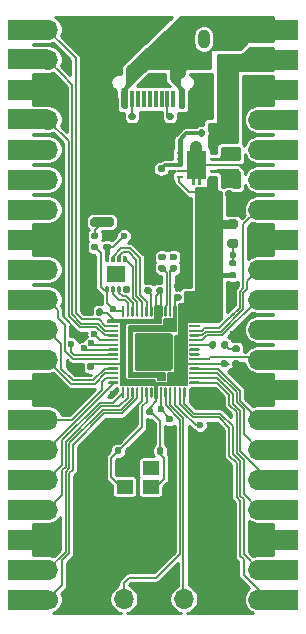
<source format=gtl>
G04 #@! TF.GenerationSoftware,KiCad,Pcbnew,(5.1.10)-1*
G04 #@! TF.CreationDate,2021-08-13T11:53:03+01:00*
G04 #@! TF.ProjectId,EnvOpenPico,456e764f-7065-46e5-9069-636f2e6b6963,REV1*
G04 #@! TF.SameCoordinates,Original*
G04 #@! TF.FileFunction,Copper,L1,Top*
G04 #@! TF.FilePolarity,Positive*
%FSLAX46Y46*%
G04 Gerber Fmt 4.6, Leading zero omitted, Abs format (unit mm)*
G04 Created by KiCad (PCBNEW (5.1.10)-1) date 2021-08-13 11:53:03*
%MOMM*%
%LPD*%
G01*
G04 APERTURE LIST*
G04 #@! TA.AperFunction,SMDPad,CuDef*
%ADD10R,1.600000X1.400000*%
G04 #@! TD*
G04 #@! TA.AperFunction,ComponentPad*
%ADD11C,0.500000*%
G04 #@! TD*
G04 #@! TA.AperFunction,SMDPad,CuDef*
%ADD12C,0.150000*%
G04 #@! TD*
G04 #@! TA.AperFunction,SMDPad,CuDef*
%ADD13R,0.600000X0.240000*%
G04 #@! TD*
G04 #@! TA.AperFunction,ComponentPad*
%ADD14O,1.700000X1.700000*%
G04 #@! TD*
G04 #@! TA.AperFunction,ComponentPad*
%ADD15R,1.700000X1.700000*%
G04 #@! TD*
G04 #@! TA.AperFunction,ComponentPad*
%ADD16R,3.500000X1.700000*%
G04 #@! TD*
G04 #@! TA.AperFunction,ComponentPad*
%ADD17C,1.700000*%
G04 #@! TD*
G04 #@! TA.AperFunction,SMDPad,CuDef*
%ADD18R,0.600000X1.450000*%
G04 #@! TD*
G04 #@! TA.AperFunction,SMDPad,CuDef*
%ADD19R,0.300000X1.450000*%
G04 #@! TD*
G04 #@! TA.AperFunction,ComponentPad*
%ADD20O,1.000000X2.100000*%
G04 #@! TD*
G04 #@! TA.AperFunction,ComponentPad*
%ADD21O,1.000000X1.600000*%
G04 #@! TD*
G04 #@! TA.AperFunction,SMDPad,CuDef*
%ADD22R,1.400000X1.150000*%
G04 #@! TD*
G04 #@! TA.AperFunction,ComponentPad*
%ADD23C,0.600000*%
G04 #@! TD*
G04 #@! TA.AperFunction,ViaPad*
%ADD24C,0.600000*%
G04 #@! TD*
G04 #@! TA.AperFunction,ViaPad*
%ADD25C,0.400000*%
G04 #@! TD*
G04 #@! TA.AperFunction,Conductor*
%ADD26C,0.150000*%
G04 #@! TD*
G04 #@! TA.AperFunction,Conductor*
%ADD27C,0.400000*%
G04 #@! TD*
G04 #@! TA.AperFunction,Conductor*
%ADD28C,0.600000*%
G04 #@! TD*
G04 #@! TA.AperFunction,Conductor*
%ADD29C,0.300000*%
G04 #@! TD*
G04 #@! TA.AperFunction,Conductor*
%ADD30C,0.200000*%
G04 #@! TD*
G04 #@! TA.AperFunction,Conductor*
%ADD31C,1.000000*%
G04 #@! TD*
G04 #@! TA.AperFunction,Conductor*
%ADD32C,0.800000*%
G04 #@! TD*
G04 #@! TA.AperFunction,Conductor*
%ADD33C,0.127000*%
G04 #@! TD*
G04 #@! TA.AperFunction,Conductor*
%ADD34C,0.250000*%
G04 #@! TD*
G04 #@! TA.AperFunction,Conductor*
%ADD35C,0.254000*%
G04 #@! TD*
G04 APERTURE END LIST*
G04 #@! TA.AperFunction,SMDPad,CuDef*
G36*
G01*
X110373250Y-60203800D02*
X109860750Y-60203800D01*
G75*
G02*
X109642000Y-59985050I0J218750D01*
G01*
X109642000Y-59547550D01*
G75*
G02*
X109860750Y-59328800I218750J0D01*
G01*
X110373250Y-59328800D01*
G75*
G02*
X110592000Y-59547550I0J-218750D01*
G01*
X110592000Y-59985050D01*
G75*
G02*
X110373250Y-60203800I-218750J0D01*
G01*
G37*
G04 #@! TD.AperFunction*
G04 #@! TA.AperFunction,SMDPad,CuDef*
G36*
G01*
X110373250Y-61778800D02*
X109860750Y-61778800D01*
G75*
G02*
X109642000Y-61560050I0J218750D01*
G01*
X109642000Y-61122550D01*
G75*
G02*
X109860750Y-60903800I218750J0D01*
G01*
X110373250Y-60903800D01*
G75*
G02*
X110592000Y-61122550I0J-218750D01*
G01*
X110592000Y-61560050D01*
G75*
G02*
X110373250Y-61778800I-218750J0D01*
G01*
G37*
G04 #@! TD.AperFunction*
G04 #@! TA.AperFunction,SMDPad,CuDef*
G36*
G01*
X102034300Y-66359000D02*
X101664300Y-66359000D01*
G75*
G02*
X101529300Y-66224000I0J135000D01*
G01*
X101529300Y-65954000D01*
G75*
G02*
X101664300Y-65819000I135000J0D01*
G01*
X102034300Y-65819000D01*
G75*
G02*
X102169300Y-65954000I0J-135000D01*
G01*
X102169300Y-66224000D01*
G75*
G02*
X102034300Y-66359000I-135000J0D01*
G01*
G37*
G04 #@! TD.AperFunction*
G04 #@! TA.AperFunction,SMDPad,CuDef*
G36*
G01*
X102034300Y-67379000D02*
X101664300Y-67379000D01*
G75*
G02*
X101529300Y-67244000I0J135000D01*
G01*
X101529300Y-66974000D01*
G75*
G02*
X101664300Y-66839000I135000J0D01*
G01*
X102034300Y-66839000D01*
G75*
G02*
X102169300Y-66974000I0J-135000D01*
G01*
X102169300Y-67244000D01*
G75*
G02*
X102034300Y-67379000I-135000J0D01*
G01*
G37*
G04 #@! TD.AperFunction*
G04 #@! TA.AperFunction,SMDPad,CuDef*
G36*
G01*
X109880120Y-80845680D02*
X109880120Y-80505680D01*
G75*
G02*
X110020120Y-80365680I140000J0D01*
G01*
X110300120Y-80365680D01*
G75*
G02*
X110440120Y-80505680I0J-140000D01*
G01*
X110440120Y-80845680D01*
G75*
G02*
X110300120Y-80985680I-140000J0D01*
G01*
X110020120Y-80985680D01*
G75*
G02*
X109880120Y-80845680I0J140000D01*
G01*
G37*
G04 #@! TD.AperFunction*
G04 #@! TA.AperFunction,SMDPad,CuDef*
G36*
G01*
X108920120Y-80845680D02*
X108920120Y-80505680D01*
G75*
G02*
X109060120Y-80365680I140000J0D01*
G01*
X109340120Y-80365680D01*
G75*
G02*
X109480120Y-80505680I0J-140000D01*
G01*
X109480120Y-80845680D01*
G75*
G02*
X109340120Y-80985680I-140000J0D01*
G01*
X109060120Y-80985680D01*
G75*
G02*
X108920120Y-80845680I0J140000D01*
G01*
G37*
G04 #@! TD.AperFunction*
G04 #@! TA.AperFunction,SMDPad,CuDef*
G36*
G01*
X109877580Y-82072500D02*
X109877580Y-81732500D01*
G75*
G02*
X110017580Y-81592500I140000J0D01*
G01*
X110297580Y-81592500D01*
G75*
G02*
X110437580Y-81732500I0J-140000D01*
G01*
X110437580Y-82072500D01*
G75*
G02*
X110297580Y-82212500I-140000J0D01*
G01*
X110017580Y-82212500D01*
G75*
G02*
X109877580Y-82072500I0J140000D01*
G01*
G37*
G04 #@! TD.AperFunction*
G04 #@! TA.AperFunction,SMDPad,CuDef*
G36*
G01*
X108917580Y-82072500D02*
X108917580Y-81732500D01*
G75*
G02*
X109057580Y-81592500I140000J0D01*
G01*
X109337580Y-81592500D01*
G75*
G02*
X109477580Y-81732500I0J-140000D01*
G01*
X109477580Y-82072500D01*
G75*
G02*
X109337580Y-82212500I-140000J0D01*
G01*
X109057580Y-82212500D01*
G75*
G02*
X108917580Y-82072500I0J140000D01*
G01*
G37*
G04 #@! TD.AperFunction*
D10*
X100500560Y-79448860D03*
G04 #@! TA.AperFunction,SMDPad,CuDef*
G36*
G01*
X99838060Y-78423860D02*
X99663060Y-78423860D01*
G75*
G02*
X99575560Y-78336360I0J87500D01*
G01*
X99575560Y-77986360D01*
G75*
G02*
X99663060Y-77898860I87500J0D01*
G01*
X99838060Y-77898860D01*
G75*
G02*
X99925560Y-77986360I0J-87500D01*
G01*
X99925560Y-78336360D01*
G75*
G02*
X99838060Y-78423860I-87500J0D01*
G01*
G37*
G04 #@! TD.AperFunction*
G04 #@! TA.AperFunction,SMDPad,CuDef*
G36*
G01*
X100338060Y-78423860D02*
X100163060Y-78423860D01*
G75*
G02*
X100075560Y-78336360I0J87500D01*
G01*
X100075560Y-77986360D01*
G75*
G02*
X100163060Y-77898860I87500J0D01*
G01*
X100338060Y-77898860D01*
G75*
G02*
X100425560Y-77986360I0J-87500D01*
G01*
X100425560Y-78336360D01*
G75*
G02*
X100338060Y-78423860I-87500J0D01*
G01*
G37*
G04 #@! TD.AperFunction*
G04 #@! TA.AperFunction,SMDPad,CuDef*
G36*
G01*
X100838060Y-78423860D02*
X100663060Y-78423860D01*
G75*
G02*
X100575560Y-78336360I0J87500D01*
G01*
X100575560Y-77986360D01*
G75*
G02*
X100663060Y-77898860I87500J0D01*
G01*
X100838060Y-77898860D01*
G75*
G02*
X100925560Y-77986360I0J-87500D01*
G01*
X100925560Y-78336360D01*
G75*
G02*
X100838060Y-78423860I-87500J0D01*
G01*
G37*
G04 #@! TD.AperFunction*
G04 #@! TA.AperFunction,SMDPad,CuDef*
G36*
G01*
X101338060Y-78423860D02*
X101163060Y-78423860D01*
G75*
G02*
X101075560Y-78336360I0J87500D01*
G01*
X101075560Y-77986360D01*
G75*
G02*
X101163060Y-77898860I87500J0D01*
G01*
X101338060Y-77898860D01*
G75*
G02*
X101425560Y-77986360I0J-87500D01*
G01*
X101425560Y-78336360D01*
G75*
G02*
X101338060Y-78423860I-87500J0D01*
G01*
G37*
G04 #@! TD.AperFunction*
G04 #@! TA.AperFunction,SMDPad,CuDef*
G36*
G01*
X101338060Y-80998860D02*
X101163060Y-80998860D01*
G75*
G02*
X101075560Y-80911360I0J87500D01*
G01*
X101075560Y-80561360D01*
G75*
G02*
X101163060Y-80473860I87500J0D01*
G01*
X101338060Y-80473860D01*
G75*
G02*
X101425560Y-80561360I0J-87500D01*
G01*
X101425560Y-80911360D01*
G75*
G02*
X101338060Y-80998860I-87500J0D01*
G01*
G37*
G04 #@! TD.AperFunction*
G04 #@! TA.AperFunction,SMDPad,CuDef*
G36*
G01*
X100838060Y-80998860D02*
X100663060Y-80998860D01*
G75*
G02*
X100575560Y-80911360I0J87500D01*
G01*
X100575560Y-80561360D01*
G75*
G02*
X100663060Y-80473860I87500J0D01*
G01*
X100838060Y-80473860D01*
G75*
G02*
X100925560Y-80561360I0J-87500D01*
G01*
X100925560Y-80911360D01*
G75*
G02*
X100838060Y-80998860I-87500J0D01*
G01*
G37*
G04 #@! TD.AperFunction*
G04 #@! TA.AperFunction,SMDPad,CuDef*
G36*
G01*
X100338060Y-80998860D02*
X100163060Y-80998860D01*
G75*
G02*
X100075560Y-80911360I0J87500D01*
G01*
X100075560Y-80561360D01*
G75*
G02*
X100163060Y-80473860I87500J0D01*
G01*
X100338060Y-80473860D01*
G75*
G02*
X100425560Y-80561360I0J-87500D01*
G01*
X100425560Y-80911360D01*
G75*
G02*
X100338060Y-80998860I-87500J0D01*
G01*
G37*
G04 #@! TD.AperFunction*
G04 #@! TA.AperFunction,SMDPad,CuDef*
G36*
G01*
X99838060Y-80998860D02*
X99663060Y-80998860D01*
G75*
G02*
X99575560Y-80911360I0J87500D01*
G01*
X99575560Y-80561360D01*
G75*
G02*
X99663060Y-80473860I87500J0D01*
G01*
X99838060Y-80473860D01*
G75*
G02*
X99925560Y-80561360I0J-87500D01*
G01*
X99925560Y-80911360D01*
G75*
G02*
X99838060Y-80998860I-87500J0D01*
G01*
G37*
G04 #@! TD.AperFunction*
G04 #@! TA.AperFunction,SMDPad,CuDef*
G36*
G01*
X109758140Y-72811660D02*
X109758140Y-72471660D01*
G75*
G02*
X109898140Y-72331660I140000J0D01*
G01*
X110178140Y-72331660D01*
G75*
G02*
X110318140Y-72471660I0J-140000D01*
G01*
X110318140Y-72811660D01*
G75*
G02*
X110178140Y-72951660I-140000J0D01*
G01*
X109898140Y-72951660D01*
G75*
G02*
X109758140Y-72811660I0J140000D01*
G01*
G37*
G04 #@! TD.AperFunction*
G04 #@! TA.AperFunction,SMDPad,CuDef*
G36*
G01*
X108798140Y-72811660D02*
X108798140Y-72471660D01*
G75*
G02*
X108938140Y-72331660I140000J0D01*
G01*
X109218140Y-72331660D01*
G75*
G02*
X109358140Y-72471660I0J-140000D01*
G01*
X109358140Y-72811660D01*
G75*
G02*
X109218140Y-72951660I-140000J0D01*
G01*
X108938140Y-72951660D01*
G75*
G02*
X108798140Y-72811660I0J140000D01*
G01*
G37*
G04 #@! TD.AperFunction*
G04 #@! TA.AperFunction,SMDPad,CuDef*
G36*
G01*
X108640600Y-65484000D02*
X108640600Y-65984000D01*
G75*
G02*
X108415600Y-66209000I-225000J0D01*
G01*
X107965600Y-66209000D01*
G75*
G02*
X107740600Y-65984000I0J225000D01*
G01*
X107740600Y-65484000D01*
G75*
G02*
X107965600Y-65259000I225000J0D01*
G01*
X108415600Y-65259000D01*
G75*
G02*
X108640600Y-65484000I0J-225000D01*
G01*
G37*
G04 #@! TD.AperFunction*
G04 #@! TA.AperFunction,SMDPad,CuDef*
G36*
G01*
X110190600Y-65484000D02*
X110190600Y-65984000D01*
G75*
G02*
X109965600Y-66209000I-225000J0D01*
G01*
X109515600Y-66209000D01*
G75*
G02*
X109290600Y-65984000I0J225000D01*
G01*
X109290600Y-65484000D01*
G75*
G02*
X109515600Y-65259000I225000J0D01*
G01*
X109965600Y-65259000D01*
G75*
G02*
X110190600Y-65484000I0J-225000D01*
G01*
G37*
G04 #@! TD.AperFunction*
G04 #@! TA.AperFunction,SMDPad,CuDef*
G36*
G01*
X110186000Y-79257600D02*
X110556000Y-79257600D01*
G75*
G02*
X110691000Y-79392600I0J-135000D01*
G01*
X110691000Y-79662600D01*
G75*
G02*
X110556000Y-79797600I-135000J0D01*
G01*
X110186000Y-79797600D01*
G75*
G02*
X110051000Y-79662600I0J135000D01*
G01*
X110051000Y-79392600D01*
G75*
G02*
X110186000Y-79257600I135000J0D01*
G01*
G37*
G04 #@! TD.AperFunction*
G04 #@! TA.AperFunction,SMDPad,CuDef*
G36*
G01*
X110186000Y-78237600D02*
X110556000Y-78237600D01*
G75*
G02*
X110691000Y-78372600I0J-135000D01*
G01*
X110691000Y-78642600D01*
G75*
G02*
X110556000Y-78777600I-135000J0D01*
G01*
X110186000Y-78777600D01*
G75*
G02*
X110051000Y-78642600I0J135000D01*
G01*
X110051000Y-78372600D01*
G75*
G02*
X110186000Y-78237600I135000J0D01*
G01*
G37*
G04 #@! TD.AperFunction*
G04 #@! TA.AperFunction,SMDPad,CuDef*
G36*
G01*
X110096000Y-76447400D02*
X110646000Y-76447400D01*
G75*
G02*
X110846000Y-76647400I0J-200000D01*
G01*
X110846000Y-77047400D01*
G75*
G02*
X110646000Y-77247400I-200000J0D01*
G01*
X110096000Y-77247400D01*
G75*
G02*
X109896000Y-77047400I0J200000D01*
G01*
X109896000Y-76647400D01*
G75*
G02*
X110096000Y-76447400I200000J0D01*
G01*
G37*
G04 #@! TD.AperFunction*
G04 #@! TA.AperFunction,SMDPad,CuDef*
G36*
G01*
X110096000Y-74797400D02*
X110646000Y-74797400D01*
G75*
G02*
X110846000Y-74997400I0J-200000D01*
G01*
X110846000Y-75397400D01*
G75*
G02*
X110646000Y-75597400I-200000J0D01*
G01*
X110096000Y-75597400D01*
G75*
G02*
X109896000Y-75397400I0J200000D01*
G01*
X109896000Y-74997400D01*
G75*
G02*
X110096000Y-74797400I200000J0D01*
G01*
G37*
G04 #@! TD.AperFunction*
G04 #@! TA.AperFunction,SMDPad,CuDef*
G36*
G01*
X100122000Y-75423600D02*
X98522000Y-75423600D01*
G75*
G02*
X98322000Y-75223600I0J200000D01*
G01*
X98322000Y-74823600D01*
G75*
G02*
X98522000Y-74623600I200000J0D01*
G01*
X100122000Y-74623600D01*
G75*
G02*
X100322000Y-74823600I0J-200000D01*
G01*
X100322000Y-75223600D01*
G75*
G02*
X100122000Y-75423600I-200000J0D01*
G01*
G37*
G04 #@! TD.AperFunction*
G04 #@! TA.AperFunction,SMDPad,CuDef*
G36*
G01*
X100122000Y-71223600D02*
X98522000Y-71223600D01*
G75*
G02*
X98322000Y-71023600I0J200000D01*
G01*
X98322000Y-70623600D01*
G75*
G02*
X98522000Y-70423600I200000J0D01*
G01*
X100122000Y-70423600D01*
G75*
G02*
X100322000Y-70623600I0J-200000D01*
G01*
X100322000Y-71023600D01*
G75*
G02*
X100122000Y-71223600I-200000J0D01*
G01*
G37*
G04 #@! TD.AperFunction*
G04 #@! TA.AperFunction,SMDPad,CuDef*
G36*
G01*
X99890780Y-76467560D02*
X99550780Y-76467560D01*
G75*
G02*
X99410780Y-76327560I0J140000D01*
G01*
X99410780Y-76047560D01*
G75*
G02*
X99550780Y-75907560I140000J0D01*
G01*
X99890780Y-75907560D01*
G75*
G02*
X100030780Y-76047560I0J-140000D01*
G01*
X100030780Y-76327560D01*
G75*
G02*
X99890780Y-76467560I-140000J0D01*
G01*
G37*
G04 #@! TD.AperFunction*
G04 #@! TA.AperFunction,SMDPad,CuDef*
G36*
G01*
X99890780Y-77427560D02*
X99550780Y-77427560D01*
G75*
G02*
X99410780Y-77287560I0J140000D01*
G01*
X99410780Y-77007560D01*
G75*
G02*
X99550780Y-76867560I140000J0D01*
G01*
X99890780Y-76867560D01*
G75*
G02*
X100030780Y-77007560I0J-140000D01*
G01*
X100030780Y-77287560D01*
G75*
G02*
X99890780Y-77427560I-140000J0D01*
G01*
G37*
G04 #@! TD.AperFunction*
G04 #@! TA.AperFunction,SMDPad,CuDef*
G36*
G01*
X108007560Y-67303000D02*
X108007560Y-67673000D01*
G75*
G02*
X107872560Y-67808000I-135000J0D01*
G01*
X107602560Y-67808000D01*
G75*
G02*
X107467560Y-67673000I0J135000D01*
G01*
X107467560Y-67303000D01*
G75*
G02*
X107602560Y-67168000I135000J0D01*
G01*
X107872560Y-67168000D01*
G75*
G02*
X108007560Y-67303000I0J-135000D01*
G01*
G37*
G04 #@! TD.AperFunction*
G04 #@! TA.AperFunction,SMDPad,CuDef*
G36*
G01*
X109027560Y-67303000D02*
X109027560Y-67673000D01*
G75*
G02*
X108892560Y-67808000I-135000J0D01*
G01*
X108622560Y-67808000D01*
G75*
G02*
X108487560Y-67673000I0J135000D01*
G01*
X108487560Y-67303000D01*
G75*
G02*
X108622560Y-67168000I135000J0D01*
G01*
X108892560Y-67168000D01*
G75*
G02*
X109027560Y-67303000I0J-135000D01*
G01*
G37*
G04 #@! TD.AperFunction*
G04 #@! TA.AperFunction,SMDPad,CuDef*
G36*
G01*
X109793750Y-71000000D02*
X110556250Y-71000000D01*
G75*
G02*
X110775000Y-71218750I0J-218750D01*
G01*
X110775000Y-71656250D01*
G75*
G02*
X110556250Y-71875000I-218750J0D01*
G01*
X109793750Y-71875000D01*
G75*
G02*
X109575000Y-71656250I0J218750D01*
G01*
X109575000Y-71218750D01*
G75*
G02*
X109793750Y-71000000I218750J0D01*
G01*
G37*
G04 #@! TD.AperFunction*
G04 #@! TA.AperFunction,SMDPad,CuDef*
G36*
G01*
X109793750Y-68875000D02*
X110556250Y-68875000D01*
G75*
G02*
X110775000Y-69093750I0J-218750D01*
G01*
X110775000Y-69531250D01*
G75*
G02*
X110556250Y-69750000I-218750J0D01*
G01*
X109793750Y-69750000D01*
G75*
G02*
X109575000Y-69531250I0J218750D01*
G01*
X109575000Y-69093750D01*
G75*
G02*
X109793750Y-68875000I218750J0D01*
G01*
G37*
G04 #@! TD.AperFunction*
D11*
X107300000Y-71125000D03*
X106725000Y-70175000D03*
X107875000Y-70175000D03*
X107300000Y-69225000D03*
G04 #@! TA.AperFunction,SMDPad,CuDef*
D12*
G36*
X107425000Y-71375000D02*
G01*
X107175000Y-71375000D01*
X107175000Y-71875000D01*
X106925000Y-71875000D01*
X106925000Y-71375000D01*
X106475000Y-71375000D01*
X106475000Y-68975000D01*
X106925000Y-68975000D01*
X106925000Y-68475000D01*
X107175000Y-68475000D01*
X107175000Y-68975000D01*
X107425000Y-68975000D01*
X107425000Y-68475000D01*
X107675000Y-68475000D01*
X107675000Y-68975000D01*
X108125000Y-68975000D01*
X108125000Y-71375000D01*
X107675000Y-71375000D01*
X107675000Y-71875000D01*
X107425000Y-71875000D01*
X107425000Y-71375000D01*
G37*
G04 #@! TD.AperFunction*
D13*
X105900000Y-71175000D03*
X105900000Y-70675000D03*
X105900000Y-70175000D03*
X105900000Y-69675000D03*
X105900000Y-69175000D03*
X108700000Y-69175000D03*
X108700000Y-69675000D03*
X108700000Y-70175000D03*
X108700000Y-70675000D03*
X108700000Y-71175000D03*
G04 #@! TA.AperFunction,SMDPad,CuDef*
G36*
G01*
X104155800Y-71193200D02*
X104495800Y-71193200D01*
G75*
G02*
X104635800Y-71333200I0J-140000D01*
G01*
X104635800Y-71613200D01*
G75*
G02*
X104495800Y-71753200I-140000J0D01*
G01*
X104155800Y-71753200D01*
G75*
G02*
X104015800Y-71613200I0J140000D01*
G01*
X104015800Y-71333200D01*
G75*
G02*
X104155800Y-71193200I140000J0D01*
G01*
G37*
G04 #@! TD.AperFunction*
G04 #@! TA.AperFunction,SMDPad,CuDef*
G36*
G01*
X104155800Y-70233200D02*
X104495800Y-70233200D01*
G75*
G02*
X104635800Y-70373200I0J-140000D01*
G01*
X104635800Y-70653200D01*
G75*
G02*
X104495800Y-70793200I-140000J0D01*
G01*
X104155800Y-70793200D01*
G75*
G02*
X104015800Y-70653200I0J140000D01*
G01*
X104015800Y-70373200D01*
G75*
G02*
X104155800Y-70233200I140000J0D01*
G01*
G37*
G04 #@! TD.AperFunction*
G04 #@! TA.AperFunction,SMDPad,CuDef*
G36*
G01*
X107011240Y-73129520D02*
X107011240Y-73469520D01*
G75*
G02*
X106871240Y-73609520I-140000J0D01*
G01*
X106591240Y-73609520D01*
G75*
G02*
X106451240Y-73469520I0J140000D01*
G01*
X106451240Y-73129520D01*
G75*
G02*
X106591240Y-72989520I140000J0D01*
G01*
X106871240Y-72989520D01*
G75*
G02*
X107011240Y-73129520I0J-140000D01*
G01*
G37*
G04 #@! TD.AperFunction*
G04 #@! TA.AperFunction,SMDPad,CuDef*
G36*
G01*
X107971240Y-73129520D02*
X107971240Y-73469520D01*
G75*
G02*
X107831240Y-73609520I-140000J0D01*
G01*
X107551240Y-73609520D01*
G75*
G02*
X107411240Y-73469520I0J140000D01*
G01*
X107411240Y-73129520D01*
G75*
G02*
X107551240Y-72989520I140000J0D01*
G01*
X107831240Y-72989520D01*
G75*
G02*
X107971240Y-73129520I0J-140000D01*
G01*
G37*
G04 #@! TD.AperFunction*
G04 #@! TA.AperFunction,SMDPad,CuDef*
G36*
G01*
X105164760Y-78663960D02*
X105504760Y-78663960D01*
G75*
G02*
X105644760Y-78803960I0J-140000D01*
G01*
X105644760Y-79083960D01*
G75*
G02*
X105504760Y-79223960I-140000J0D01*
G01*
X105164760Y-79223960D01*
G75*
G02*
X105024760Y-79083960I0J140000D01*
G01*
X105024760Y-78803960D01*
G75*
G02*
X105164760Y-78663960I140000J0D01*
G01*
G37*
G04 #@! TD.AperFunction*
G04 #@! TA.AperFunction,SMDPad,CuDef*
G36*
G01*
X105164760Y-77703960D02*
X105504760Y-77703960D01*
G75*
G02*
X105644760Y-77843960I0J-140000D01*
G01*
X105644760Y-78123960D01*
G75*
G02*
X105504760Y-78263960I-140000J0D01*
G01*
X105164760Y-78263960D01*
G75*
G02*
X105024760Y-78123960I0J140000D01*
G01*
X105024760Y-77843960D01*
G75*
G02*
X105164760Y-77703960I140000J0D01*
G01*
G37*
G04 #@! TD.AperFunction*
G04 #@! TA.AperFunction,SMDPad,CuDef*
G36*
G01*
X104373880Y-81100400D02*
X104033880Y-81100400D01*
G75*
G02*
X103893880Y-80960400I0J140000D01*
G01*
X103893880Y-80680400D01*
G75*
G02*
X104033880Y-80540400I140000J0D01*
G01*
X104373880Y-80540400D01*
G75*
G02*
X104513880Y-80680400I0J-140000D01*
G01*
X104513880Y-80960400D01*
G75*
G02*
X104373880Y-81100400I-140000J0D01*
G01*
G37*
G04 #@! TD.AperFunction*
G04 #@! TA.AperFunction,SMDPad,CuDef*
G36*
G01*
X104373880Y-80140400D02*
X104033880Y-80140400D01*
G75*
G02*
X103893880Y-80000400I0J140000D01*
G01*
X103893880Y-79720400D01*
G75*
G02*
X104033880Y-79580400I140000J0D01*
G01*
X104373880Y-79580400D01*
G75*
G02*
X104513880Y-79720400I0J-140000D01*
G01*
X104513880Y-80000400D01*
G75*
G02*
X104373880Y-80140400I-140000J0D01*
G01*
G37*
G04 #@! TD.AperFunction*
G04 #@! TA.AperFunction,SMDPad,CuDef*
G36*
G01*
X105902960Y-80716980D02*
X105562960Y-80716980D01*
G75*
G02*
X105422960Y-80576980I0J140000D01*
G01*
X105422960Y-80296980D01*
G75*
G02*
X105562960Y-80156980I140000J0D01*
G01*
X105902960Y-80156980D01*
G75*
G02*
X106042960Y-80296980I0J-140000D01*
G01*
X106042960Y-80576980D01*
G75*
G02*
X105902960Y-80716980I-140000J0D01*
G01*
G37*
G04 #@! TD.AperFunction*
G04 #@! TA.AperFunction,SMDPad,CuDef*
G36*
G01*
X105902960Y-81676980D02*
X105562960Y-81676980D01*
G75*
G02*
X105422960Y-81536980I0J140000D01*
G01*
X105422960Y-81256980D01*
G75*
G02*
X105562960Y-81116980I140000J0D01*
G01*
X105902960Y-81116980D01*
G75*
G02*
X106042960Y-81256980I0J-140000D01*
G01*
X106042960Y-81536980D01*
G75*
G02*
X105902960Y-81676980I-140000J0D01*
G01*
G37*
G04 #@! TD.AperFunction*
G04 #@! TA.AperFunction,SMDPad,CuDef*
G36*
G01*
X103375660Y-80140400D02*
X103035660Y-80140400D01*
G75*
G02*
X102895660Y-80000400I0J140000D01*
G01*
X102895660Y-79720400D01*
G75*
G02*
X103035660Y-79580400I140000J0D01*
G01*
X103375660Y-79580400D01*
G75*
G02*
X103515660Y-79720400I0J-140000D01*
G01*
X103515660Y-80000400D01*
G75*
G02*
X103375660Y-80140400I-140000J0D01*
G01*
G37*
G04 #@! TD.AperFunction*
G04 #@! TA.AperFunction,SMDPad,CuDef*
G36*
G01*
X103375660Y-81100400D02*
X103035660Y-81100400D01*
G75*
G02*
X102895660Y-80960400I0J140000D01*
G01*
X102895660Y-80680400D01*
G75*
G02*
X103035660Y-80540400I140000J0D01*
G01*
X103375660Y-80540400D01*
G75*
G02*
X103515660Y-80680400I0J-140000D01*
G01*
X103515660Y-80960400D01*
G75*
G02*
X103375660Y-81100400I-140000J0D01*
G01*
G37*
G04 #@! TD.AperFunction*
D14*
X112550000Y-106985000D03*
X112550000Y-104445000D03*
D15*
X112550000Y-101905000D03*
D14*
X112550000Y-99365000D03*
X112550000Y-96825000D03*
X112550000Y-94285000D03*
X112550000Y-91745000D03*
D15*
X112550000Y-89205000D03*
D14*
X112550000Y-86665000D03*
X112550000Y-84125000D03*
X112550000Y-81585000D03*
X112550000Y-79045000D03*
D15*
X112550000Y-76505000D03*
D14*
X112550000Y-73965000D03*
X112550000Y-71425000D03*
X112550000Y-68885000D03*
X112550000Y-66345000D03*
D15*
X112550000Y-63805000D03*
D14*
X112550000Y-61265000D03*
D15*
X112550000Y-58725000D03*
D16*
X114250000Y-99365000D03*
X114250000Y-101905000D03*
X114250000Y-96825000D03*
X114250000Y-104445000D03*
X114250000Y-94285000D03*
X114250000Y-106985000D03*
X114250000Y-86665000D03*
X114250000Y-91745000D03*
X114250000Y-84125000D03*
X114250000Y-73965000D03*
X114250000Y-71425000D03*
X114250000Y-68885000D03*
X114250000Y-61265000D03*
X114250000Y-89205000D03*
X114250000Y-76505000D03*
X114250000Y-63805000D03*
X114250000Y-58725000D03*
X114250000Y-79045000D03*
X114250000Y-66345000D03*
X114250000Y-81585000D03*
D14*
X94750000Y-58725000D03*
X94750000Y-61265000D03*
D15*
X94750000Y-63805000D03*
D14*
X94750000Y-66345000D03*
X94750000Y-68885000D03*
X94750000Y-71425000D03*
X94750000Y-73965000D03*
D15*
X94750000Y-76505000D03*
D14*
X94750000Y-79045000D03*
X94750000Y-81585000D03*
X94750000Y-84125000D03*
X94750000Y-86665000D03*
D15*
X94750000Y-89205000D03*
D14*
X94750000Y-91745000D03*
X94750000Y-94285000D03*
X94750000Y-96825000D03*
X94750000Y-99365000D03*
D15*
X94750000Y-101905000D03*
D14*
X94750000Y-104445000D03*
D17*
X94750000Y-106985000D03*
D16*
X93050000Y-104445000D03*
X93050000Y-73965000D03*
X93050000Y-99365000D03*
X93050000Y-94285000D03*
X93050000Y-89205000D03*
X93050000Y-86665000D03*
X93050000Y-71425000D03*
X93060000Y-79045000D03*
X93050000Y-68885000D03*
X93050000Y-61255000D03*
X93050000Y-66335000D03*
X93040000Y-91745000D03*
X93050000Y-96825000D03*
X93050000Y-81585000D03*
X93050000Y-76505000D03*
X93050000Y-106985000D03*
X93050000Y-84125000D03*
X93050000Y-63805000D03*
X93050000Y-101905000D03*
X93050000Y-58725000D03*
D18*
X100375000Y-64620000D03*
X106825000Y-64620000D03*
X101150000Y-64620000D03*
X106050000Y-64620000D03*
D19*
X105350000Y-64620000D03*
X101850000Y-64620000D03*
X104850000Y-64620000D03*
X102350000Y-64620000D03*
X104350000Y-64620000D03*
X102850000Y-64620000D03*
X103350000Y-64620000D03*
X103850000Y-64620000D03*
D20*
X107920000Y-63705000D03*
X99280000Y-63705000D03*
D21*
X107920000Y-59525000D03*
X99280000Y-59525000D03*
G04 #@! TA.AperFunction,SMDPad,CuDef*
G36*
G01*
X105247400Y-66359000D02*
X104877400Y-66359000D01*
G75*
G02*
X104742400Y-66224000I0J135000D01*
G01*
X104742400Y-65954000D01*
G75*
G02*
X104877400Y-65819000I135000J0D01*
G01*
X105247400Y-65819000D01*
G75*
G02*
X105382400Y-65954000I0J-135000D01*
G01*
X105382400Y-66224000D01*
G75*
G02*
X105247400Y-66359000I-135000J0D01*
G01*
G37*
G04 #@! TD.AperFunction*
G04 #@! TA.AperFunction,SMDPad,CuDef*
G36*
G01*
X105247400Y-67379000D02*
X104877400Y-67379000D01*
G75*
G02*
X104742400Y-67244000I0J135000D01*
G01*
X104742400Y-66974000D01*
G75*
G02*
X104877400Y-66839000I135000J0D01*
G01*
X105247400Y-66839000D01*
G75*
G02*
X105382400Y-66974000I0J-135000D01*
G01*
X105382400Y-67244000D01*
G75*
G02*
X105247400Y-67379000I-135000J0D01*
G01*
G37*
G04 #@! TD.AperFunction*
D22*
X103419200Y-97421800D03*
X101219200Y-97421800D03*
X101219200Y-95821800D03*
X103419200Y-95821800D03*
G04 #@! TA.AperFunction,SMDPad,CuDef*
G36*
G01*
X97638640Y-87084280D02*
X97638640Y-87424280D01*
G75*
G02*
X97498640Y-87564280I-140000J0D01*
G01*
X97218640Y-87564280D01*
G75*
G02*
X97078640Y-87424280I0J140000D01*
G01*
X97078640Y-87084280D01*
G75*
G02*
X97218640Y-86944280I140000J0D01*
G01*
X97498640Y-86944280D01*
G75*
G02*
X97638640Y-87084280I0J-140000D01*
G01*
G37*
G04 #@! TD.AperFunction*
G04 #@! TA.AperFunction,SMDPad,CuDef*
G36*
G01*
X98598640Y-87084280D02*
X98598640Y-87424280D01*
G75*
G02*
X98458640Y-87564280I-140000J0D01*
G01*
X98178640Y-87564280D01*
G75*
G02*
X98038640Y-87424280I0J140000D01*
G01*
X98038640Y-87084280D01*
G75*
G02*
X98178640Y-86944280I140000J0D01*
G01*
X98458640Y-86944280D01*
G75*
G02*
X98598640Y-87084280I0J-140000D01*
G01*
G37*
G04 #@! TD.AperFunction*
G04 #@! TA.AperFunction,SMDPad,CuDef*
G36*
G01*
X103554300Y-94229300D02*
X103554300Y-94569300D01*
G75*
G02*
X103414300Y-94709300I-140000J0D01*
G01*
X103134300Y-94709300D01*
G75*
G02*
X102994300Y-94569300I0J140000D01*
G01*
X102994300Y-94229300D01*
G75*
G02*
X103134300Y-94089300I140000J0D01*
G01*
X103414300Y-94089300D01*
G75*
G02*
X103554300Y-94229300I0J-140000D01*
G01*
G37*
G04 #@! TD.AperFunction*
G04 #@! TA.AperFunction,SMDPad,CuDef*
G36*
G01*
X104514300Y-94229300D02*
X104514300Y-94569300D01*
G75*
G02*
X104374300Y-94709300I-140000J0D01*
G01*
X104094300Y-94709300D01*
G75*
G02*
X103954300Y-94569300I0J140000D01*
G01*
X103954300Y-94229300D01*
G75*
G02*
X104094300Y-94089300I140000J0D01*
G01*
X104374300Y-94089300D01*
G75*
G02*
X104514300Y-94229300I0J-140000D01*
G01*
G37*
G04 #@! TD.AperFunction*
G04 #@! TA.AperFunction,SMDPad,CuDef*
G36*
G01*
X106896100Y-80714440D02*
X106556100Y-80714440D01*
G75*
G02*
X106416100Y-80574440I0J140000D01*
G01*
X106416100Y-80294440D01*
G75*
G02*
X106556100Y-80154440I140000J0D01*
G01*
X106896100Y-80154440D01*
G75*
G02*
X107036100Y-80294440I0J-140000D01*
G01*
X107036100Y-80574440D01*
G75*
G02*
X106896100Y-80714440I-140000J0D01*
G01*
G37*
G04 #@! TD.AperFunction*
G04 #@! TA.AperFunction,SMDPad,CuDef*
G36*
G01*
X106896100Y-81674440D02*
X106556100Y-81674440D01*
G75*
G02*
X106416100Y-81534440I0J140000D01*
G01*
X106416100Y-81254440D01*
G75*
G02*
X106556100Y-81114440I140000J0D01*
G01*
X106896100Y-81114440D01*
G75*
G02*
X107036100Y-81254440I0J-140000D01*
G01*
X107036100Y-81534440D01*
G75*
G02*
X106896100Y-81674440I-140000J0D01*
G01*
G37*
G04 #@! TD.AperFunction*
G04 #@! TA.AperFunction,SMDPad,CuDef*
G36*
G01*
X103165200Y-91767200D02*
X103505200Y-91767200D01*
G75*
G02*
X103645200Y-91907200I0J-140000D01*
G01*
X103645200Y-92187200D01*
G75*
G02*
X103505200Y-92327200I-140000J0D01*
G01*
X103165200Y-92327200D01*
G75*
G02*
X103025200Y-92187200I0J140000D01*
G01*
X103025200Y-91907200D01*
G75*
G02*
X103165200Y-91767200I140000J0D01*
G01*
G37*
G04 #@! TD.AperFunction*
G04 #@! TA.AperFunction,SMDPad,CuDef*
G36*
G01*
X103165200Y-90807200D02*
X103505200Y-90807200D01*
G75*
G02*
X103645200Y-90947200I0J-140000D01*
G01*
X103645200Y-91227200D01*
G75*
G02*
X103505200Y-91367200I-140000J0D01*
G01*
X103165200Y-91367200D01*
G75*
G02*
X103025200Y-91227200I0J140000D01*
G01*
X103025200Y-90947200D01*
G75*
G02*
X103165200Y-90807200I140000J0D01*
G01*
G37*
G04 #@! TD.AperFunction*
G04 #@! TA.AperFunction,SMDPad,CuDef*
G36*
G01*
X110334840Y-87195680D02*
X110334840Y-86855680D01*
G75*
G02*
X110474840Y-86715680I140000J0D01*
G01*
X110754840Y-86715680D01*
G75*
G02*
X110894840Y-86855680I0J-140000D01*
G01*
X110894840Y-87195680D01*
G75*
G02*
X110754840Y-87335680I-140000J0D01*
G01*
X110474840Y-87335680D01*
G75*
G02*
X110334840Y-87195680I0J140000D01*
G01*
G37*
G04 #@! TD.AperFunction*
G04 #@! TA.AperFunction,SMDPad,CuDef*
G36*
G01*
X109374840Y-87195680D02*
X109374840Y-86855680D01*
G75*
G02*
X109514840Y-86715680I140000J0D01*
G01*
X109794840Y-86715680D01*
G75*
G02*
X109934840Y-86855680I0J-140000D01*
G01*
X109934840Y-87195680D01*
G75*
G02*
X109794840Y-87335680I-140000J0D01*
G01*
X109514840Y-87335680D01*
G75*
G02*
X109374840Y-87195680I0J140000D01*
G01*
G37*
G04 #@! TD.AperFunction*
G04 #@! TA.AperFunction,SMDPad,CuDef*
G36*
G01*
X104214760Y-78663960D02*
X104554760Y-78663960D01*
G75*
G02*
X104694760Y-78803960I0J-140000D01*
G01*
X104694760Y-79083960D01*
G75*
G02*
X104554760Y-79223960I-140000J0D01*
G01*
X104214760Y-79223960D01*
G75*
G02*
X104074760Y-79083960I0J140000D01*
G01*
X104074760Y-78803960D01*
G75*
G02*
X104214760Y-78663960I140000J0D01*
G01*
G37*
G04 #@! TD.AperFunction*
G04 #@! TA.AperFunction,SMDPad,CuDef*
G36*
G01*
X104214760Y-77703960D02*
X104554760Y-77703960D01*
G75*
G02*
X104694760Y-77843960I0J-140000D01*
G01*
X104694760Y-78123960D01*
G75*
G02*
X104554760Y-78263960I-140000J0D01*
G01*
X104214760Y-78263960D01*
G75*
G02*
X104074760Y-78123960I0J140000D01*
G01*
X104074760Y-77843960D01*
G75*
G02*
X104214760Y-77703960I140000J0D01*
G01*
G37*
G04 #@! TD.AperFunction*
G04 #@! TA.AperFunction,SMDPad,CuDef*
G36*
G01*
X98857000Y-76470100D02*
X98517000Y-76470100D01*
G75*
G02*
X98377000Y-76330100I0J140000D01*
G01*
X98377000Y-76050100D01*
G75*
G02*
X98517000Y-75910100I140000J0D01*
G01*
X98857000Y-75910100D01*
G75*
G02*
X98997000Y-76050100I0J-140000D01*
G01*
X98997000Y-76330100D01*
G75*
G02*
X98857000Y-76470100I-140000J0D01*
G01*
G37*
G04 #@! TD.AperFunction*
G04 #@! TA.AperFunction,SMDPad,CuDef*
G36*
G01*
X98857000Y-77430100D02*
X98517000Y-77430100D01*
G75*
G02*
X98377000Y-77290100I0J140000D01*
G01*
X98377000Y-77010100D01*
G75*
G02*
X98517000Y-76870100I140000J0D01*
G01*
X98857000Y-76870100D01*
G75*
G02*
X98997000Y-77010100I0J-140000D01*
G01*
X98997000Y-77290100D01*
G75*
G02*
X98857000Y-77430100I-140000J0D01*
G01*
G37*
G04 #@! TD.AperFunction*
G04 #@! TA.AperFunction,SMDPad,CuDef*
G36*
G01*
X98400000Y-82480000D02*
X98400000Y-82820000D01*
G75*
G02*
X98260000Y-82960000I-140000J0D01*
G01*
X97980000Y-82960000D01*
G75*
G02*
X97840000Y-82820000I0J140000D01*
G01*
X97840000Y-82480000D01*
G75*
G02*
X97980000Y-82340000I140000J0D01*
G01*
X98260000Y-82340000D01*
G75*
G02*
X98400000Y-82480000I0J-140000D01*
G01*
G37*
G04 #@! TD.AperFunction*
G04 #@! TA.AperFunction,SMDPad,CuDef*
G36*
G01*
X99360000Y-82480000D02*
X99360000Y-82820000D01*
G75*
G02*
X99220000Y-82960000I-140000J0D01*
G01*
X98940000Y-82960000D01*
G75*
G02*
X98800000Y-82820000I0J140000D01*
G01*
X98800000Y-82480000D01*
G75*
G02*
X98940000Y-82340000I140000J0D01*
G01*
X99220000Y-82340000D01*
G75*
G02*
X99360000Y-82480000I0J-140000D01*
G01*
G37*
G04 #@! TD.AperFunction*
G04 #@! TA.AperFunction,SMDPad,CuDef*
G36*
G01*
X104830000Y-92375000D02*
X105170000Y-92375000D01*
G75*
G02*
X105310000Y-92515000I0J-140000D01*
G01*
X105310000Y-92795000D01*
G75*
G02*
X105170000Y-92935000I-140000J0D01*
G01*
X104830000Y-92935000D01*
G75*
G02*
X104690000Y-92795000I0J140000D01*
G01*
X104690000Y-92515000D01*
G75*
G02*
X104830000Y-92375000I140000J0D01*
G01*
G37*
G04 #@! TD.AperFunction*
G04 #@! TA.AperFunction,SMDPad,CuDef*
G36*
G01*
X104830000Y-91415000D02*
X105170000Y-91415000D01*
G75*
G02*
X105310000Y-91555000I0J-140000D01*
G01*
X105310000Y-91835000D01*
G75*
G02*
X105170000Y-91975000I-140000J0D01*
G01*
X104830000Y-91975000D01*
G75*
G02*
X104690000Y-91835000I0J140000D01*
G01*
X104690000Y-91555000D01*
G75*
G02*
X104830000Y-91415000I140000J0D01*
G01*
G37*
G04 #@! TD.AperFunction*
G04 #@! TA.AperFunction,SMDPad,CuDef*
G36*
G01*
X100935560Y-94216600D02*
X100935560Y-94556600D01*
G75*
G02*
X100795560Y-94696600I-140000J0D01*
G01*
X100515560Y-94696600D01*
G75*
G02*
X100375560Y-94556600I0J140000D01*
G01*
X100375560Y-94216600D01*
G75*
G02*
X100515560Y-94076600I140000J0D01*
G01*
X100795560Y-94076600D01*
G75*
G02*
X100935560Y-94216600I0J-140000D01*
G01*
G37*
G04 #@! TD.AperFunction*
G04 #@! TA.AperFunction,SMDPad,CuDef*
G36*
G01*
X101895560Y-94216600D02*
X101895560Y-94556600D01*
G75*
G02*
X101755560Y-94696600I-140000J0D01*
G01*
X101475560Y-94696600D01*
G75*
G02*
X101335560Y-94556600I0J140000D01*
G01*
X101335560Y-94216600D01*
G75*
G02*
X101475560Y-94076600I140000J0D01*
G01*
X101755560Y-94076600D01*
G75*
G02*
X101895560Y-94216600I0J-140000D01*
G01*
G37*
G04 #@! TD.AperFunction*
G04 #@! TA.AperFunction,SMDPad,CuDef*
G36*
G01*
X108942280Y-85245560D02*
X108942280Y-85615560D01*
G75*
G02*
X108807280Y-85750560I-135000J0D01*
G01*
X108537280Y-85750560D01*
G75*
G02*
X108402280Y-85615560I0J135000D01*
G01*
X108402280Y-85245560D01*
G75*
G02*
X108537280Y-85110560I135000J0D01*
G01*
X108807280Y-85110560D01*
G75*
G02*
X108942280Y-85245560I0J-135000D01*
G01*
G37*
G04 #@! TD.AperFunction*
G04 #@! TA.AperFunction,SMDPad,CuDef*
G36*
G01*
X109962280Y-85245560D02*
X109962280Y-85615560D01*
G75*
G02*
X109827280Y-85750560I-135000J0D01*
G01*
X109557280Y-85750560D01*
G75*
G02*
X109422280Y-85615560I0J135000D01*
G01*
X109422280Y-85245560D01*
G75*
G02*
X109557280Y-85110560I135000J0D01*
G01*
X109827280Y-85110560D01*
G75*
G02*
X109962280Y-85245560I0J-135000D01*
G01*
G37*
G04 #@! TD.AperFunction*
G04 #@! TA.AperFunction,SMDPad,CuDef*
G36*
G01*
X110482980Y-85463080D02*
X110827980Y-85463080D01*
G75*
G02*
X110975480Y-85610580I0J-147500D01*
G01*
X110975480Y-85905580D01*
G75*
G02*
X110827980Y-86053080I-147500J0D01*
G01*
X110482980Y-86053080D01*
G75*
G02*
X110335480Y-85905580I0J147500D01*
G01*
X110335480Y-85610580D01*
G75*
G02*
X110482980Y-85463080I147500J0D01*
G01*
G37*
G04 #@! TD.AperFunction*
G04 #@! TA.AperFunction,SMDPad,CuDef*
G36*
G01*
X110482980Y-84493080D02*
X110827980Y-84493080D01*
G75*
G02*
X110975480Y-84640580I0J-147500D01*
G01*
X110975480Y-84935580D01*
G75*
G02*
X110827980Y-85083080I-147500J0D01*
G01*
X110482980Y-85083080D01*
G75*
G02*
X110335480Y-84935580I0J147500D01*
G01*
X110335480Y-84640580D01*
G75*
G02*
X110482980Y-84493080I147500J0D01*
G01*
G37*
G04 #@! TD.AperFunction*
G04 #@! TA.AperFunction,SMDPad,CuDef*
G36*
G01*
X100990000Y-82975000D02*
X100990000Y-82200000D01*
G75*
G02*
X101040000Y-82150000I50000J0D01*
G01*
X101140000Y-82150000D01*
G75*
G02*
X101190000Y-82200000I0J-50000D01*
G01*
X101190000Y-82975000D01*
G75*
G02*
X101140000Y-83025000I-50000J0D01*
G01*
X101040000Y-83025000D01*
G75*
G02*
X100990000Y-82975000I0J50000D01*
G01*
G37*
G04 #@! TD.AperFunction*
G04 #@! TA.AperFunction,SMDPad,CuDef*
G36*
G01*
X101390000Y-82975000D02*
X101390000Y-82200000D01*
G75*
G02*
X101440000Y-82150000I50000J0D01*
G01*
X101540000Y-82150000D01*
G75*
G02*
X101590000Y-82200000I0J-50000D01*
G01*
X101590000Y-82975000D01*
G75*
G02*
X101540000Y-83025000I-50000J0D01*
G01*
X101440000Y-83025000D01*
G75*
G02*
X101390000Y-82975000I0J50000D01*
G01*
G37*
G04 #@! TD.AperFunction*
G04 #@! TA.AperFunction,SMDPad,CuDef*
G36*
G01*
X101790000Y-82975000D02*
X101790000Y-82200000D01*
G75*
G02*
X101840000Y-82150000I50000J0D01*
G01*
X101940000Y-82150000D01*
G75*
G02*
X101990000Y-82200000I0J-50000D01*
G01*
X101990000Y-82975000D01*
G75*
G02*
X101940000Y-83025000I-50000J0D01*
G01*
X101840000Y-83025000D01*
G75*
G02*
X101790000Y-82975000I0J50000D01*
G01*
G37*
G04 #@! TD.AperFunction*
G04 #@! TA.AperFunction,SMDPad,CuDef*
G36*
G01*
X102190000Y-82975000D02*
X102190000Y-82200000D01*
G75*
G02*
X102240000Y-82150000I50000J0D01*
G01*
X102340000Y-82150000D01*
G75*
G02*
X102390000Y-82200000I0J-50000D01*
G01*
X102390000Y-82975000D01*
G75*
G02*
X102340000Y-83025000I-50000J0D01*
G01*
X102240000Y-83025000D01*
G75*
G02*
X102190000Y-82975000I0J50000D01*
G01*
G37*
G04 #@! TD.AperFunction*
G04 #@! TA.AperFunction,SMDPad,CuDef*
G36*
G01*
X102590000Y-82975000D02*
X102590000Y-82200000D01*
G75*
G02*
X102640000Y-82150000I50000J0D01*
G01*
X102740000Y-82150000D01*
G75*
G02*
X102790000Y-82200000I0J-50000D01*
G01*
X102790000Y-82975000D01*
G75*
G02*
X102740000Y-83025000I-50000J0D01*
G01*
X102640000Y-83025000D01*
G75*
G02*
X102590000Y-82975000I0J50000D01*
G01*
G37*
G04 #@! TD.AperFunction*
G04 #@! TA.AperFunction,SMDPad,CuDef*
G36*
G01*
X102990000Y-82975000D02*
X102990000Y-82200000D01*
G75*
G02*
X103040000Y-82150000I50000J0D01*
G01*
X103140000Y-82150000D01*
G75*
G02*
X103190000Y-82200000I0J-50000D01*
G01*
X103190000Y-82975000D01*
G75*
G02*
X103140000Y-83025000I-50000J0D01*
G01*
X103040000Y-83025000D01*
G75*
G02*
X102990000Y-82975000I0J50000D01*
G01*
G37*
G04 #@! TD.AperFunction*
G04 #@! TA.AperFunction,SMDPad,CuDef*
G36*
G01*
X103390000Y-82975000D02*
X103390000Y-82200000D01*
G75*
G02*
X103440000Y-82150000I50000J0D01*
G01*
X103540000Y-82150000D01*
G75*
G02*
X103590000Y-82200000I0J-50000D01*
G01*
X103590000Y-82975000D01*
G75*
G02*
X103540000Y-83025000I-50000J0D01*
G01*
X103440000Y-83025000D01*
G75*
G02*
X103390000Y-82975000I0J50000D01*
G01*
G37*
G04 #@! TD.AperFunction*
G04 #@! TA.AperFunction,SMDPad,CuDef*
G36*
G01*
X103790000Y-82975000D02*
X103790000Y-82200000D01*
G75*
G02*
X103840000Y-82150000I50000J0D01*
G01*
X103940000Y-82150000D01*
G75*
G02*
X103990000Y-82200000I0J-50000D01*
G01*
X103990000Y-82975000D01*
G75*
G02*
X103940000Y-83025000I-50000J0D01*
G01*
X103840000Y-83025000D01*
G75*
G02*
X103790000Y-82975000I0J50000D01*
G01*
G37*
G04 #@! TD.AperFunction*
G04 #@! TA.AperFunction,SMDPad,CuDef*
G36*
G01*
X104190000Y-82975000D02*
X104190000Y-82200000D01*
G75*
G02*
X104240000Y-82150000I50000J0D01*
G01*
X104340000Y-82150000D01*
G75*
G02*
X104390000Y-82200000I0J-50000D01*
G01*
X104390000Y-82975000D01*
G75*
G02*
X104340000Y-83025000I-50000J0D01*
G01*
X104240000Y-83025000D01*
G75*
G02*
X104190000Y-82975000I0J50000D01*
G01*
G37*
G04 #@! TD.AperFunction*
G04 #@! TA.AperFunction,SMDPad,CuDef*
G36*
G01*
X104590000Y-82975000D02*
X104590000Y-82200000D01*
G75*
G02*
X104640000Y-82150000I50000J0D01*
G01*
X104740000Y-82150000D01*
G75*
G02*
X104790000Y-82200000I0J-50000D01*
G01*
X104790000Y-82975000D01*
G75*
G02*
X104740000Y-83025000I-50000J0D01*
G01*
X104640000Y-83025000D01*
G75*
G02*
X104590000Y-82975000I0J50000D01*
G01*
G37*
G04 #@! TD.AperFunction*
G04 #@! TA.AperFunction,SMDPad,CuDef*
G36*
G01*
X104990000Y-82975000D02*
X104990000Y-82200000D01*
G75*
G02*
X105040000Y-82150000I50000J0D01*
G01*
X105140000Y-82150000D01*
G75*
G02*
X105190000Y-82200000I0J-50000D01*
G01*
X105190000Y-82975000D01*
G75*
G02*
X105140000Y-83025000I-50000J0D01*
G01*
X105040000Y-83025000D01*
G75*
G02*
X104990000Y-82975000I0J50000D01*
G01*
G37*
G04 #@! TD.AperFunction*
G04 #@! TA.AperFunction,SMDPad,CuDef*
G36*
G01*
X105390000Y-82975000D02*
X105390000Y-82200000D01*
G75*
G02*
X105440000Y-82150000I50000J0D01*
G01*
X105540000Y-82150000D01*
G75*
G02*
X105590000Y-82200000I0J-50000D01*
G01*
X105590000Y-82975000D01*
G75*
G02*
X105540000Y-83025000I-50000J0D01*
G01*
X105440000Y-83025000D01*
G75*
G02*
X105390000Y-82975000I0J50000D01*
G01*
G37*
G04 #@! TD.AperFunction*
G04 #@! TA.AperFunction,SMDPad,CuDef*
G36*
G01*
X105790000Y-82975000D02*
X105790000Y-82200000D01*
G75*
G02*
X105840000Y-82150000I50000J0D01*
G01*
X105940000Y-82150000D01*
G75*
G02*
X105990000Y-82200000I0J-50000D01*
G01*
X105990000Y-82975000D01*
G75*
G02*
X105940000Y-83025000I-50000J0D01*
G01*
X105840000Y-83025000D01*
G75*
G02*
X105790000Y-82975000I0J50000D01*
G01*
G37*
G04 #@! TD.AperFunction*
G04 #@! TA.AperFunction,SMDPad,CuDef*
G36*
G01*
X106190000Y-82975000D02*
X106190000Y-82200000D01*
G75*
G02*
X106240000Y-82150000I50000J0D01*
G01*
X106340000Y-82150000D01*
G75*
G02*
X106390000Y-82200000I0J-50000D01*
G01*
X106390000Y-82975000D01*
G75*
G02*
X106340000Y-83025000I-50000J0D01*
G01*
X106240000Y-83025000D01*
G75*
G02*
X106190000Y-82975000I0J50000D01*
G01*
G37*
G04 #@! TD.AperFunction*
G04 #@! TA.AperFunction,SMDPad,CuDef*
G36*
G01*
X106690000Y-83475000D02*
X106690000Y-83375000D01*
G75*
G02*
X106740000Y-83325000I50000J0D01*
G01*
X107515000Y-83325000D01*
G75*
G02*
X107565000Y-83375000I0J-50000D01*
G01*
X107565000Y-83475000D01*
G75*
G02*
X107515000Y-83525000I-50000J0D01*
G01*
X106740000Y-83525000D01*
G75*
G02*
X106690000Y-83475000I0J50000D01*
G01*
G37*
G04 #@! TD.AperFunction*
G04 #@! TA.AperFunction,SMDPad,CuDef*
G36*
G01*
X106690000Y-83875000D02*
X106690000Y-83775000D01*
G75*
G02*
X106740000Y-83725000I50000J0D01*
G01*
X107515000Y-83725000D01*
G75*
G02*
X107565000Y-83775000I0J-50000D01*
G01*
X107565000Y-83875000D01*
G75*
G02*
X107515000Y-83925000I-50000J0D01*
G01*
X106740000Y-83925000D01*
G75*
G02*
X106690000Y-83875000I0J50000D01*
G01*
G37*
G04 #@! TD.AperFunction*
G04 #@! TA.AperFunction,SMDPad,CuDef*
G36*
G01*
X106690000Y-84275000D02*
X106690000Y-84175000D01*
G75*
G02*
X106740000Y-84125000I50000J0D01*
G01*
X107515000Y-84125000D01*
G75*
G02*
X107565000Y-84175000I0J-50000D01*
G01*
X107565000Y-84275000D01*
G75*
G02*
X107515000Y-84325000I-50000J0D01*
G01*
X106740000Y-84325000D01*
G75*
G02*
X106690000Y-84275000I0J50000D01*
G01*
G37*
G04 #@! TD.AperFunction*
G04 #@! TA.AperFunction,SMDPad,CuDef*
G36*
G01*
X106690000Y-84675000D02*
X106690000Y-84575000D01*
G75*
G02*
X106740000Y-84525000I50000J0D01*
G01*
X107515000Y-84525000D01*
G75*
G02*
X107565000Y-84575000I0J-50000D01*
G01*
X107565000Y-84675000D01*
G75*
G02*
X107515000Y-84725000I-50000J0D01*
G01*
X106740000Y-84725000D01*
G75*
G02*
X106690000Y-84675000I0J50000D01*
G01*
G37*
G04 #@! TD.AperFunction*
G04 #@! TA.AperFunction,SMDPad,CuDef*
G36*
G01*
X106690000Y-85075000D02*
X106690000Y-84975000D01*
G75*
G02*
X106740000Y-84925000I50000J0D01*
G01*
X107515000Y-84925000D01*
G75*
G02*
X107565000Y-84975000I0J-50000D01*
G01*
X107565000Y-85075000D01*
G75*
G02*
X107515000Y-85125000I-50000J0D01*
G01*
X106740000Y-85125000D01*
G75*
G02*
X106690000Y-85075000I0J50000D01*
G01*
G37*
G04 #@! TD.AperFunction*
G04 #@! TA.AperFunction,SMDPad,CuDef*
G36*
G01*
X106690000Y-85475000D02*
X106690000Y-85375000D01*
G75*
G02*
X106740000Y-85325000I50000J0D01*
G01*
X107515000Y-85325000D01*
G75*
G02*
X107565000Y-85375000I0J-50000D01*
G01*
X107565000Y-85475000D01*
G75*
G02*
X107515000Y-85525000I-50000J0D01*
G01*
X106740000Y-85525000D01*
G75*
G02*
X106690000Y-85475000I0J50000D01*
G01*
G37*
G04 #@! TD.AperFunction*
G04 #@! TA.AperFunction,SMDPad,CuDef*
G36*
G01*
X106690000Y-85875000D02*
X106690000Y-85775000D01*
G75*
G02*
X106740000Y-85725000I50000J0D01*
G01*
X107515000Y-85725000D01*
G75*
G02*
X107565000Y-85775000I0J-50000D01*
G01*
X107565000Y-85875000D01*
G75*
G02*
X107515000Y-85925000I-50000J0D01*
G01*
X106740000Y-85925000D01*
G75*
G02*
X106690000Y-85875000I0J50000D01*
G01*
G37*
G04 #@! TD.AperFunction*
G04 #@! TA.AperFunction,SMDPad,CuDef*
G36*
G01*
X106690000Y-86275000D02*
X106690000Y-86175000D01*
G75*
G02*
X106740000Y-86125000I50000J0D01*
G01*
X107515000Y-86125000D01*
G75*
G02*
X107565000Y-86175000I0J-50000D01*
G01*
X107565000Y-86275000D01*
G75*
G02*
X107515000Y-86325000I-50000J0D01*
G01*
X106740000Y-86325000D01*
G75*
G02*
X106690000Y-86275000I0J50000D01*
G01*
G37*
G04 #@! TD.AperFunction*
G04 #@! TA.AperFunction,SMDPad,CuDef*
G36*
G01*
X106690000Y-86675000D02*
X106690000Y-86575000D01*
G75*
G02*
X106740000Y-86525000I50000J0D01*
G01*
X107515000Y-86525000D01*
G75*
G02*
X107565000Y-86575000I0J-50000D01*
G01*
X107565000Y-86675000D01*
G75*
G02*
X107515000Y-86725000I-50000J0D01*
G01*
X106740000Y-86725000D01*
G75*
G02*
X106690000Y-86675000I0J50000D01*
G01*
G37*
G04 #@! TD.AperFunction*
G04 #@! TA.AperFunction,SMDPad,CuDef*
G36*
G01*
X106690000Y-87075000D02*
X106690000Y-86975000D01*
G75*
G02*
X106740000Y-86925000I50000J0D01*
G01*
X107515000Y-86925000D01*
G75*
G02*
X107565000Y-86975000I0J-50000D01*
G01*
X107565000Y-87075000D01*
G75*
G02*
X107515000Y-87125000I-50000J0D01*
G01*
X106740000Y-87125000D01*
G75*
G02*
X106690000Y-87075000I0J50000D01*
G01*
G37*
G04 #@! TD.AperFunction*
G04 #@! TA.AperFunction,SMDPad,CuDef*
G36*
G01*
X106690000Y-87475000D02*
X106690000Y-87375000D01*
G75*
G02*
X106740000Y-87325000I50000J0D01*
G01*
X107515000Y-87325000D01*
G75*
G02*
X107565000Y-87375000I0J-50000D01*
G01*
X107565000Y-87475000D01*
G75*
G02*
X107515000Y-87525000I-50000J0D01*
G01*
X106740000Y-87525000D01*
G75*
G02*
X106690000Y-87475000I0J50000D01*
G01*
G37*
G04 #@! TD.AperFunction*
G04 #@! TA.AperFunction,SMDPad,CuDef*
G36*
G01*
X106690000Y-87875000D02*
X106690000Y-87775000D01*
G75*
G02*
X106740000Y-87725000I50000J0D01*
G01*
X107515000Y-87725000D01*
G75*
G02*
X107565000Y-87775000I0J-50000D01*
G01*
X107565000Y-87875000D01*
G75*
G02*
X107515000Y-87925000I-50000J0D01*
G01*
X106740000Y-87925000D01*
G75*
G02*
X106690000Y-87875000I0J50000D01*
G01*
G37*
G04 #@! TD.AperFunction*
G04 #@! TA.AperFunction,SMDPad,CuDef*
G36*
G01*
X106690000Y-88275000D02*
X106690000Y-88175000D01*
G75*
G02*
X106740000Y-88125000I50000J0D01*
G01*
X107515000Y-88125000D01*
G75*
G02*
X107565000Y-88175000I0J-50000D01*
G01*
X107565000Y-88275000D01*
G75*
G02*
X107515000Y-88325000I-50000J0D01*
G01*
X106740000Y-88325000D01*
G75*
G02*
X106690000Y-88275000I0J50000D01*
G01*
G37*
G04 #@! TD.AperFunction*
G04 #@! TA.AperFunction,SMDPad,CuDef*
G36*
G01*
X106690000Y-88675000D02*
X106690000Y-88575000D01*
G75*
G02*
X106740000Y-88525000I50000J0D01*
G01*
X107515000Y-88525000D01*
G75*
G02*
X107565000Y-88575000I0J-50000D01*
G01*
X107565000Y-88675000D01*
G75*
G02*
X107515000Y-88725000I-50000J0D01*
G01*
X106740000Y-88725000D01*
G75*
G02*
X106690000Y-88675000I0J50000D01*
G01*
G37*
G04 #@! TD.AperFunction*
G04 #@! TA.AperFunction,SMDPad,CuDef*
G36*
G01*
X106190000Y-89850000D02*
X106190000Y-89075000D01*
G75*
G02*
X106240000Y-89025000I50000J0D01*
G01*
X106340000Y-89025000D01*
G75*
G02*
X106390000Y-89075000I0J-50000D01*
G01*
X106390000Y-89850000D01*
G75*
G02*
X106340000Y-89900000I-50000J0D01*
G01*
X106240000Y-89900000D01*
G75*
G02*
X106190000Y-89850000I0J50000D01*
G01*
G37*
G04 #@! TD.AperFunction*
G04 #@! TA.AperFunction,SMDPad,CuDef*
G36*
G01*
X105790000Y-89850000D02*
X105790000Y-89075000D01*
G75*
G02*
X105840000Y-89025000I50000J0D01*
G01*
X105940000Y-89025000D01*
G75*
G02*
X105990000Y-89075000I0J-50000D01*
G01*
X105990000Y-89850000D01*
G75*
G02*
X105940000Y-89900000I-50000J0D01*
G01*
X105840000Y-89900000D01*
G75*
G02*
X105790000Y-89850000I0J50000D01*
G01*
G37*
G04 #@! TD.AperFunction*
G04 #@! TA.AperFunction,SMDPad,CuDef*
G36*
G01*
X105390000Y-89850000D02*
X105390000Y-89075000D01*
G75*
G02*
X105440000Y-89025000I50000J0D01*
G01*
X105540000Y-89025000D01*
G75*
G02*
X105590000Y-89075000I0J-50000D01*
G01*
X105590000Y-89850000D01*
G75*
G02*
X105540000Y-89900000I-50000J0D01*
G01*
X105440000Y-89900000D01*
G75*
G02*
X105390000Y-89850000I0J50000D01*
G01*
G37*
G04 #@! TD.AperFunction*
G04 #@! TA.AperFunction,SMDPad,CuDef*
G36*
G01*
X104990000Y-89850000D02*
X104990000Y-89075000D01*
G75*
G02*
X105040000Y-89025000I50000J0D01*
G01*
X105140000Y-89025000D01*
G75*
G02*
X105190000Y-89075000I0J-50000D01*
G01*
X105190000Y-89850000D01*
G75*
G02*
X105140000Y-89900000I-50000J0D01*
G01*
X105040000Y-89900000D01*
G75*
G02*
X104990000Y-89850000I0J50000D01*
G01*
G37*
G04 #@! TD.AperFunction*
G04 #@! TA.AperFunction,SMDPad,CuDef*
G36*
G01*
X104590000Y-89850000D02*
X104590000Y-89075000D01*
G75*
G02*
X104640000Y-89025000I50000J0D01*
G01*
X104740000Y-89025000D01*
G75*
G02*
X104790000Y-89075000I0J-50000D01*
G01*
X104790000Y-89850000D01*
G75*
G02*
X104740000Y-89900000I-50000J0D01*
G01*
X104640000Y-89900000D01*
G75*
G02*
X104590000Y-89850000I0J50000D01*
G01*
G37*
G04 #@! TD.AperFunction*
G04 #@! TA.AperFunction,SMDPad,CuDef*
G36*
G01*
X104190000Y-89850000D02*
X104190000Y-89075000D01*
G75*
G02*
X104240000Y-89025000I50000J0D01*
G01*
X104340000Y-89025000D01*
G75*
G02*
X104390000Y-89075000I0J-50000D01*
G01*
X104390000Y-89850000D01*
G75*
G02*
X104340000Y-89900000I-50000J0D01*
G01*
X104240000Y-89900000D01*
G75*
G02*
X104190000Y-89850000I0J50000D01*
G01*
G37*
G04 #@! TD.AperFunction*
G04 #@! TA.AperFunction,SMDPad,CuDef*
G36*
G01*
X103790000Y-89850000D02*
X103790000Y-89075000D01*
G75*
G02*
X103840000Y-89025000I50000J0D01*
G01*
X103940000Y-89025000D01*
G75*
G02*
X103990000Y-89075000I0J-50000D01*
G01*
X103990000Y-89850000D01*
G75*
G02*
X103940000Y-89900000I-50000J0D01*
G01*
X103840000Y-89900000D01*
G75*
G02*
X103790000Y-89850000I0J50000D01*
G01*
G37*
G04 #@! TD.AperFunction*
G04 #@! TA.AperFunction,SMDPad,CuDef*
G36*
G01*
X103390000Y-89850000D02*
X103390000Y-89075000D01*
G75*
G02*
X103440000Y-89025000I50000J0D01*
G01*
X103540000Y-89025000D01*
G75*
G02*
X103590000Y-89075000I0J-50000D01*
G01*
X103590000Y-89850000D01*
G75*
G02*
X103540000Y-89900000I-50000J0D01*
G01*
X103440000Y-89900000D01*
G75*
G02*
X103390000Y-89850000I0J50000D01*
G01*
G37*
G04 #@! TD.AperFunction*
G04 #@! TA.AperFunction,SMDPad,CuDef*
G36*
G01*
X102990000Y-89850000D02*
X102990000Y-89075000D01*
G75*
G02*
X103040000Y-89025000I50000J0D01*
G01*
X103140000Y-89025000D01*
G75*
G02*
X103190000Y-89075000I0J-50000D01*
G01*
X103190000Y-89850000D01*
G75*
G02*
X103140000Y-89900000I-50000J0D01*
G01*
X103040000Y-89900000D01*
G75*
G02*
X102990000Y-89850000I0J50000D01*
G01*
G37*
G04 #@! TD.AperFunction*
G04 #@! TA.AperFunction,SMDPad,CuDef*
G36*
G01*
X102590000Y-89850000D02*
X102590000Y-89075000D01*
G75*
G02*
X102640000Y-89025000I50000J0D01*
G01*
X102740000Y-89025000D01*
G75*
G02*
X102790000Y-89075000I0J-50000D01*
G01*
X102790000Y-89850000D01*
G75*
G02*
X102740000Y-89900000I-50000J0D01*
G01*
X102640000Y-89900000D01*
G75*
G02*
X102590000Y-89850000I0J50000D01*
G01*
G37*
G04 #@! TD.AperFunction*
G04 #@! TA.AperFunction,SMDPad,CuDef*
G36*
G01*
X102190000Y-89850000D02*
X102190000Y-89075000D01*
G75*
G02*
X102240000Y-89025000I50000J0D01*
G01*
X102340000Y-89025000D01*
G75*
G02*
X102390000Y-89075000I0J-50000D01*
G01*
X102390000Y-89850000D01*
G75*
G02*
X102340000Y-89900000I-50000J0D01*
G01*
X102240000Y-89900000D01*
G75*
G02*
X102190000Y-89850000I0J50000D01*
G01*
G37*
G04 #@! TD.AperFunction*
G04 #@! TA.AperFunction,SMDPad,CuDef*
G36*
G01*
X101790000Y-89850000D02*
X101790000Y-89075000D01*
G75*
G02*
X101840000Y-89025000I50000J0D01*
G01*
X101940000Y-89025000D01*
G75*
G02*
X101990000Y-89075000I0J-50000D01*
G01*
X101990000Y-89850000D01*
G75*
G02*
X101940000Y-89900000I-50000J0D01*
G01*
X101840000Y-89900000D01*
G75*
G02*
X101790000Y-89850000I0J50000D01*
G01*
G37*
G04 #@! TD.AperFunction*
G04 #@! TA.AperFunction,SMDPad,CuDef*
G36*
G01*
X101390000Y-89850000D02*
X101390000Y-89075000D01*
G75*
G02*
X101440000Y-89025000I50000J0D01*
G01*
X101540000Y-89025000D01*
G75*
G02*
X101590000Y-89075000I0J-50000D01*
G01*
X101590000Y-89850000D01*
G75*
G02*
X101540000Y-89900000I-50000J0D01*
G01*
X101440000Y-89900000D01*
G75*
G02*
X101390000Y-89850000I0J50000D01*
G01*
G37*
G04 #@! TD.AperFunction*
G04 #@! TA.AperFunction,SMDPad,CuDef*
G36*
G01*
X100990000Y-89850000D02*
X100990000Y-89075000D01*
G75*
G02*
X101040000Y-89025000I50000J0D01*
G01*
X101140000Y-89025000D01*
G75*
G02*
X101190000Y-89075000I0J-50000D01*
G01*
X101190000Y-89850000D01*
G75*
G02*
X101140000Y-89900000I-50000J0D01*
G01*
X101040000Y-89900000D01*
G75*
G02*
X100990000Y-89850000I0J50000D01*
G01*
G37*
G04 #@! TD.AperFunction*
G04 #@! TA.AperFunction,SMDPad,CuDef*
G36*
G01*
X99815000Y-88675000D02*
X99815000Y-88575000D01*
G75*
G02*
X99865000Y-88525000I50000J0D01*
G01*
X100640000Y-88525000D01*
G75*
G02*
X100690000Y-88575000I0J-50000D01*
G01*
X100690000Y-88675000D01*
G75*
G02*
X100640000Y-88725000I-50000J0D01*
G01*
X99865000Y-88725000D01*
G75*
G02*
X99815000Y-88675000I0J50000D01*
G01*
G37*
G04 #@! TD.AperFunction*
G04 #@! TA.AperFunction,SMDPad,CuDef*
G36*
G01*
X99815000Y-88275000D02*
X99815000Y-88175000D01*
G75*
G02*
X99865000Y-88125000I50000J0D01*
G01*
X100640000Y-88125000D01*
G75*
G02*
X100690000Y-88175000I0J-50000D01*
G01*
X100690000Y-88275000D01*
G75*
G02*
X100640000Y-88325000I-50000J0D01*
G01*
X99865000Y-88325000D01*
G75*
G02*
X99815000Y-88275000I0J50000D01*
G01*
G37*
G04 #@! TD.AperFunction*
G04 #@! TA.AperFunction,SMDPad,CuDef*
G36*
G01*
X99815000Y-87875000D02*
X99815000Y-87775000D01*
G75*
G02*
X99865000Y-87725000I50000J0D01*
G01*
X100640000Y-87725000D01*
G75*
G02*
X100690000Y-87775000I0J-50000D01*
G01*
X100690000Y-87875000D01*
G75*
G02*
X100640000Y-87925000I-50000J0D01*
G01*
X99865000Y-87925000D01*
G75*
G02*
X99815000Y-87875000I0J50000D01*
G01*
G37*
G04 #@! TD.AperFunction*
G04 #@! TA.AperFunction,SMDPad,CuDef*
G36*
G01*
X99815000Y-87475000D02*
X99815000Y-87375000D01*
G75*
G02*
X99865000Y-87325000I50000J0D01*
G01*
X100640000Y-87325000D01*
G75*
G02*
X100690000Y-87375000I0J-50000D01*
G01*
X100690000Y-87475000D01*
G75*
G02*
X100640000Y-87525000I-50000J0D01*
G01*
X99865000Y-87525000D01*
G75*
G02*
X99815000Y-87475000I0J50000D01*
G01*
G37*
G04 #@! TD.AperFunction*
G04 #@! TA.AperFunction,SMDPad,CuDef*
G36*
G01*
X99815000Y-87075000D02*
X99815000Y-86975000D01*
G75*
G02*
X99865000Y-86925000I50000J0D01*
G01*
X100640000Y-86925000D01*
G75*
G02*
X100690000Y-86975000I0J-50000D01*
G01*
X100690000Y-87075000D01*
G75*
G02*
X100640000Y-87125000I-50000J0D01*
G01*
X99865000Y-87125000D01*
G75*
G02*
X99815000Y-87075000I0J50000D01*
G01*
G37*
G04 #@! TD.AperFunction*
G04 #@! TA.AperFunction,SMDPad,CuDef*
G36*
G01*
X99815000Y-86675000D02*
X99815000Y-86575000D01*
G75*
G02*
X99865000Y-86525000I50000J0D01*
G01*
X100640000Y-86525000D01*
G75*
G02*
X100690000Y-86575000I0J-50000D01*
G01*
X100690000Y-86675000D01*
G75*
G02*
X100640000Y-86725000I-50000J0D01*
G01*
X99865000Y-86725000D01*
G75*
G02*
X99815000Y-86675000I0J50000D01*
G01*
G37*
G04 #@! TD.AperFunction*
G04 #@! TA.AperFunction,SMDPad,CuDef*
G36*
G01*
X99815000Y-86275000D02*
X99815000Y-86175000D01*
G75*
G02*
X99865000Y-86125000I50000J0D01*
G01*
X100640000Y-86125000D01*
G75*
G02*
X100690000Y-86175000I0J-50000D01*
G01*
X100690000Y-86275000D01*
G75*
G02*
X100640000Y-86325000I-50000J0D01*
G01*
X99865000Y-86325000D01*
G75*
G02*
X99815000Y-86275000I0J50000D01*
G01*
G37*
G04 #@! TD.AperFunction*
G04 #@! TA.AperFunction,SMDPad,CuDef*
G36*
G01*
X99815000Y-85875000D02*
X99815000Y-85775000D01*
G75*
G02*
X99865000Y-85725000I50000J0D01*
G01*
X100640000Y-85725000D01*
G75*
G02*
X100690000Y-85775000I0J-50000D01*
G01*
X100690000Y-85875000D01*
G75*
G02*
X100640000Y-85925000I-50000J0D01*
G01*
X99865000Y-85925000D01*
G75*
G02*
X99815000Y-85875000I0J50000D01*
G01*
G37*
G04 #@! TD.AperFunction*
G04 #@! TA.AperFunction,SMDPad,CuDef*
G36*
G01*
X99815000Y-85475000D02*
X99815000Y-85375000D01*
G75*
G02*
X99865000Y-85325000I50000J0D01*
G01*
X100640000Y-85325000D01*
G75*
G02*
X100690000Y-85375000I0J-50000D01*
G01*
X100690000Y-85475000D01*
G75*
G02*
X100640000Y-85525000I-50000J0D01*
G01*
X99865000Y-85525000D01*
G75*
G02*
X99815000Y-85475000I0J50000D01*
G01*
G37*
G04 #@! TD.AperFunction*
G04 #@! TA.AperFunction,SMDPad,CuDef*
G36*
G01*
X99815000Y-85075000D02*
X99815000Y-84975000D01*
G75*
G02*
X99865000Y-84925000I50000J0D01*
G01*
X100640000Y-84925000D01*
G75*
G02*
X100690000Y-84975000I0J-50000D01*
G01*
X100690000Y-85075000D01*
G75*
G02*
X100640000Y-85125000I-50000J0D01*
G01*
X99865000Y-85125000D01*
G75*
G02*
X99815000Y-85075000I0J50000D01*
G01*
G37*
G04 #@! TD.AperFunction*
G04 #@! TA.AperFunction,SMDPad,CuDef*
G36*
G01*
X99815000Y-84675000D02*
X99815000Y-84575000D01*
G75*
G02*
X99865000Y-84525000I50000J0D01*
G01*
X100640000Y-84525000D01*
G75*
G02*
X100690000Y-84575000I0J-50000D01*
G01*
X100690000Y-84675000D01*
G75*
G02*
X100640000Y-84725000I-50000J0D01*
G01*
X99865000Y-84725000D01*
G75*
G02*
X99815000Y-84675000I0J50000D01*
G01*
G37*
G04 #@! TD.AperFunction*
G04 #@! TA.AperFunction,SMDPad,CuDef*
G36*
G01*
X99815000Y-84275000D02*
X99815000Y-84175000D01*
G75*
G02*
X99865000Y-84125000I50000J0D01*
G01*
X100640000Y-84125000D01*
G75*
G02*
X100690000Y-84175000I0J-50000D01*
G01*
X100690000Y-84275000D01*
G75*
G02*
X100640000Y-84325000I-50000J0D01*
G01*
X99865000Y-84325000D01*
G75*
G02*
X99815000Y-84275000I0J50000D01*
G01*
G37*
G04 #@! TD.AperFunction*
G04 #@! TA.AperFunction,SMDPad,CuDef*
G36*
G01*
X99815000Y-83875000D02*
X99815000Y-83775000D01*
G75*
G02*
X99865000Y-83725000I50000J0D01*
G01*
X100640000Y-83725000D01*
G75*
G02*
X100690000Y-83775000I0J-50000D01*
G01*
X100690000Y-83875000D01*
G75*
G02*
X100640000Y-83925000I-50000J0D01*
G01*
X99865000Y-83925000D01*
G75*
G02*
X99815000Y-83875000I0J50000D01*
G01*
G37*
G04 #@! TD.AperFunction*
G04 #@! TA.AperFunction,SMDPad,CuDef*
G36*
G01*
X99815000Y-83475000D02*
X99815000Y-83375000D01*
G75*
G02*
X99865000Y-83325000I50000J0D01*
G01*
X100640000Y-83325000D01*
G75*
G02*
X100690000Y-83375000I0J-50000D01*
G01*
X100690000Y-83475000D01*
G75*
G02*
X100640000Y-83525000I-50000J0D01*
G01*
X99865000Y-83525000D01*
G75*
G02*
X99815000Y-83475000I0J50000D01*
G01*
G37*
G04 #@! TD.AperFunction*
D23*
X104965000Y-87300000D03*
X103690000Y-87300000D03*
X102415000Y-87300000D03*
X104965000Y-86025000D03*
X103690000Y-86025000D03*
X102415000Y-86025000D03*
X104965000Y-84750000D03*
X103690000Y-84750000D03*
X102415000Y-84750000D03*
G04 #@! TA.AperFunction,SMDPad,CuDef*
G36*
G01*
X102090000Y-87481000D02*
X102090000Y-84569000D01*
G75*
G02*
X102234000Y-84425000I144000J0D01*
G01*
X105146000Y-84425000D01*
G75*
G02*
X105290000Y-84569000I0J-144000D01*
G01*
X105290000Y-87481000D01*
G75*
G02*
X105146000Y-87625000I-144000J0D01*
G01*
X102234000Y-87625000D01*
G75*
G02*
X102090000Y-87481000I0J144000D01*
G01*
G37*
G04 #@! TD.AperFunction*
D14*
X106230000Y-106925000D03*
G04 #@! TA.AperFunction,ComponentPad*
G36*
G01*
X104115000Y-107775000D02*
X103265000Y-107775000D01*
G75*
G02*
X102840000Y-107350000I0J425000D01*
G01*
X102840000Y-106500000D01*
G75*
G02*
X103265000Y-106075000I425000J0D01*
G01*
X104115000Y-106075000D01*
G75*
G02*
X104540000Y-106500000I0J-425000D01*
G01*
X104540000Y-107350000D01*
G75*
G02*
X104115000Y-107775000I-425000J0D01*
G01*
G37*
G04 #@! TD.AperFunction*
X101150000Y-106925000D03*
D24*
X108500000Y-90125000D03*
X96450000Y-61925000D03*
X96600000Y-87325000D03*
X97291928Y-84725000D03*
X101850000Y-92100000D03*
X108800000Y-93175000D03*
X105103040Y-93639840D03*
X100375000Y-64620000D03*
X100200000Y-89575000D03*
X97725000Y-81875000D03*
X110390000Y-84545000D03*
X103490000Y-62915000D03*
X110371000Y-81127800D03*
X110310040Y-73589080D03*
D25*
X101247320Y-80749340D03*
D24*
X110117000Y-59766300D03*
X105065000Y-83725000D03*
X104340000Y-88125000D03*
X104284269Y-90880277D03*
X105732960Y-81396992D03*
X103205660Y-80820436D03*
X96700000Y-85335000D03*
X97816938Y-85719993D03*
X98410926Y-85262067D03*
X98660000Y-84525000D03*
X107600000Y-92225000D03*
X100262500Y-82362500D03*
X107737560Y-67488000D03*
D25*
X102850000Y-64650000D03*
X103860000Y-64650000D03*
D24*
X104363900Y-77985820D03*
D25*
X103350000Y-64650000D03*
X104360000Y-64650000D03*
D24*
X105334732Y-77983960D03*
X110371000Y-77775000D03*
X110117000Y-61341300D03*
D25*
X101125400Y-83490000D03*
D24*
X109202600Y-73609400D03*
X101170000Y-76206400D03*
D26*
X105200000Y-92455000D02*
X105200000Y-92700002D01*
X112590000Y-89205000D02*
X112568000Y-89205000D01*
X112568000Y-89205000D02*
X110882000Y-87519000D01*
X99625001Y-59575000D02*
X99575001Y-59525000D01*
D27*
X100375000Y-64620000D02*
X100375000Y-64620000D01*
D26*
X96860000Y-87585000D02*
X96600000Y-87325000D01*
X96000000Y-82525000D02*
X96000000Y-83008808D01*
X97291928Y-84300736D02*
X97291928Y-84725000D01*
X96000000Y-83008808D02*
X97291928Y-84300736D01*
X102690000Y-90185736D02*
X101850000Y-91025736D01*
X102690000Y-89462500D02*
X102690000Y-90185736D01*
X101850000Y-91025736D02*
X101850000Y-92100000D01*
D28*
X100375000Y-64620000D02*
X100375000Y-65950000D01*
D26*
X98120000Y-82650000D02*
X98120000Y-82270000D01*
X98120000Y-82270000D02*
X97725000Y-81875000D01*
D29*
X106900000Y-64695000D02*
X106825000Y-64620000D01*
D26*
X103690000Y-106925000D02*
X103690000Y-105867400D01*
X105735500Y-80434440D02*
X105732960Y-80436980D01*
X106726100Y-80434440D02*
X105735500Y-80434440D01*
D30*
X108700000Y-70175000D02*
X111305720Y-70175000D01*
D26*
X98921239Y-71038761D02*
X99593761Y-71038761D01*
D30*
X108700000Y-70175000D02*
X107300000Y-70175000D01*
X105900000Y-70675000D02*
X107300000Y-70675000D01*
D31*
X107300000Y-70175000D02*
X107300000Y-68681800D01*
D28*
X106825000Y-64620000D02*
X106825000Y-66623000D01*
D26*
X112590000Y-58725000D02*
X112590000Y-59435000D01*
D27*
X112530000Y-59035000D02*
X112530000Y-58725000D01*
D26*
X106002200Y-64667800D02*
X106050000Y-64620000D01*
D32*
X110955200Y-58725000D02*
X112550000Y-58725000D01*
X110117000Y-59563200D02*
X110955200Y-58725000D01*
X110117000Y-59766300D02*
X110117000Y-59766300D01*
X110117000Y-59766300D02*
X110117000Y-59563200D01*
D26*
X103090000Y-90235000D02*
X103090000Y-89462500D01*
X102700000Y-90625000D02*
X103090000Y-90235000D01*
X102700000Y-92342160D02*
X102700000Y-90625000D01*
X100073840Y-94968320D02*
X102700000Y-92342160D01*
X100073840Y-96596400D02*
X100073840Y-94968320D01*
X100899240Y-97421800D02*
X100073840Y-96596400D01*
X101219200Y-97421800D02*
X100899240Y-97421800D01*
D30*
X104290000Y-89462500D02*
X104290000Y-90874546D01*
D26*
X105000000Y-91695000D02*
X105000000Y-91596008D01*
D30*
X105000000Y-91596008D02*
X104284269Y-90880277D01*
D26*
X104290000Y-90874546D02*
X104284269Y-90880277D01*
D30*
X105490000Y-82587500D02*
X105490000Y-81639952D01*
X105490000Y-81639952D02*
X105732960Y-81396992D01*
D26*
X103490000Y-82587500D02*
X103490000Y-81104776D01*
X103490000Y-81104776D02*
X103205660Y-80820436D01*
D30*
X98687000Y-75658600D02*
X99322000Y-75023600D01*
X98687000Y-76190100D02*
X98687000Y-75658600D01*
D26*
X94690000Y-107025000D02*
X95925000Y-105790000D01*
X95925000Y-103674278D02*
X96525019Y-103074259D01*
X95925000Y-105790000D02*
X95925000Y-103674278D01*
X96525019Y-103074259D02*
X96525019Y-96302815D01*
X96525019Y-96302815D02*
X96850028Y-95977804D01*
X96850028Y-95977804D02*
X96850028Y-93873528D01*
X102290000Y-89937480D02*
X101002460Y-91225020D01*
X102290000Y-89462500D02*
X102290000Y-89937480D01*
X101002460Y-91225020D02*
X99498536Y-91225020D01*
X99498536Y-91225020D02*
X96850028Y-93873528D01*
X96225010Y-102949990D02*
X94690000Y-104485000D01*
X96225010Y-96178546D02*
X96225010Y-102949990D01*
X96550020Y-93749258D02*
X96550019Y-95853537D01*
X96550019Y-95853537D02*
X96225010Y-96178546D01*
X99374268Y-90925010D02*
X96550020Y-93749258D01*
X100878192Y-90925010D02*
X99374268Y-90925010D01*
X101890000Y-89913202D02*
X100878192Y-90925010D01*
X101890000Y-89462500D02*
X101890000Y-89913202D01*
X94690000Y-99405000D02*
X95925000Y-98170000D01*
X95925000Y-96054278D02*
X96250010Y-95729268D01*
X95925000Y-98170000D02*
X95925000Y-96054278D01*
X96250010Y-95729268D02*
X96250010Y-93624990D01*
X96250010Y-93624990D02*
X99250000Y-90625000D01*
X101490000Y-89888924D02*
X101490000Y-89462500D01*
X100753924Y-90625000D02*
X101490000Y-89888924D01*
X99250000Y-90625000D02*
X100753924Y-90625000D01*
X100227500Y-90325000D02*
X101090000Y-89462500D01*
X95950000Y-95605000D02*
X95950000Y-93489278D01*
X99114278Y-90325000D02*
X100227500Y-90325000D01*
X94690000Y-96865000D02*
X95950000Y-95605000D01*
X95950000Y-93489278D02*
X99114278Y-90325000D01*
X95765001Y-93249999D02*
X94690000Y-94325000D01*
X100252500Y-88625000D02*
X100252500Y-88762500D01*
X100252500Y-88762500D02*
X95765001Y-93249999D01*
X99300000Y-89225000D02*
X96740000Y-91785000D01*
X96740000Y-91785000D02*
X94690000Y-91785000D01*
X99300000Y-88550000D02*
X99300000Y-89225000D01*
X99625000Y-88225000D02*
X99300000Y-88550000D01*
X100252500Y-88225000D02*
X99625000Y-88225000D01*
X95617500Y-87632500D02*
X94690000Y-86705000D01*
X96710000Y-88725000D02*
X95617500Y-87632500D01*
X98692861Y-88725000D02*
X96710000Y-88725000D01*
X99592861Y-87825000D02*
X98692861Y-88725000D01*
X100252500Y-87825000D02*
X99592861Y-87825000D01*
X95874988Y-85349988D02*
X94690000Y-84165000D01*
X95874988Y-87465710D02*
X95874988Y-85349988D01*
X96834278Y-88425000D02*
X95874988Y-87465710D01*
X98560000Y-88425000D02*
X96834278Y-88425000D01*
X99560000Y-87425000D02*
X98560000Y-88425000D01*
X100252500Y-87425000D02*
X99560000Y-87425000D01*
X95539999Y-83137833D02*
X95539999Y-82474999D01*
X95539999Y-82474999D02*
X94690000Y-81625000D01*
X96174999Y-83772833D02*
X95539999Y-83137833D01*
X96174999Y-85919999D02*
X96174999Y-83772833D01*
X96880000Y-86625000D02*
X96174999Y-85919999D01*
X100252500Y-86625000D02*
X96880000Y-86625000D01*
X96700000Y-86020722D02*
X96700000Y-85335000D01*
X96950783Y-86271505D02*
X96700000Y-86020722D01*
X100205995Y-86271505D02*
X96950783Y-86271505D01*
X100252500Y-86225000D02*
X100205995Y-86271505D01*
X100252500Y-85825000D02*
X97921945Y-85825000D01*
X97921945Y-85825000D02*
X97816938Y-85719993D01*
X100252500Y-85425000D02*
X98573859Y-85425000D01*
X98573859Y-85425000D02*
X98410926Y-85262067D01*
X100252500Y-85025000D02*
X99160000Y-85025000D01*
X99160000Y-85025000D02*
X98660000Y-84525000D01*
X99525722Y-84625000D02*
X98830720Y-83929998D01*
X100252500Y-84625000D02*
X99525722Y-84625000D01*
X98830720Y-83929998D02*
X97405720Y-83929998D01*
X97405720Y-83929998D02*
X96474970Y-82999248D01*
X96474970Y-82999248D02*
X96474970Y-68169970D01*
X96474970Y-68169970D02*
X94690000Y-66385000D01*
X96000000Y-62615000D02*
X94690000Y-61305000D01*
X96774980Y-63389980D02*
X96000000Y-62615000D01*
X100252500Y-84225000D02*
X99550000Y-84225000D01*
X98954987Y-83629987D02*
X97555709Y-83629987D01*
X97555709Y-83629987D02*
X96774981Y-82849259D01*
X96774981Y-82849259D02*
X96774980Y-63389980D01*
X99550000Y-84225000D02*
X98954987Y-83629987D01*
X96225000Y-60300000D02*
X94690000Y-58765000D01*
X97074990Y-61149990D02*
X96225000Y-60300000D01*
X97074990Y-82724990D02*
X97074990Y-61149990D01*
X97600000Y-83250000D02*
X97074990Y-82724990D01*
X99015000Y-83250000D02*
X97600000Y-83250000D01*
X99590000Y-83825000D02*
X99015000Y-83250000D01*
X100252500Y-83825000D02*
X99590000Y-83825000D01*
X107127500Y-84225000D02*
X107751444Y-84225000D01*
X107850722Y-84125722D02*
X107951454Y-84024990D01*
X107751444Y-84225000D02*
X107850722Y-84125722D01*
X107951454Y-84024990D02*
X109225732Y-84024990D01*
X112510000Y-73965000D02*
X112530000Y-73965000D01*
X111250000Y-75225000D02*
X112510000Y-73965000D01*
X111250000Y-80650722D02*
X111250000Y-75225000D01*
X109225732Y-84024990D02*
X110157861Y-83092861D01*
X110157861Y-83092861D02*
X110449990Y-82800732D01*
X110979990Y-80920732D02*
X111250000Y-80650722D01*
X110979990Y-82270732D02*
X110979990Y-80920732D01*
X110157861Y-83092861D02*
X110979990Y-82270732D01*
X111605000Y-80030000D02*
X112590000Y-79045000D01*
X111605000Y-80720000D02*
X111605000Y-80030000D01*
X111280000Y-82395000D02*
X111280000Y-81045000D01*
X111280000Y-81045000D02*
X111605000Y-80720000D01*
X108800020Y-84325000D02*
X109350000Y-84325000D01*
X109350000Y-84325000D02*
X111280000Y-82395000D01*
X108800010Y-84324990D02*
X108800020Y-84325000D01*
X108075732Y-84324990D02*
X108800010Y-84324990D01*
X107775722Y-84625000D02*
X108075732Y-84324990D01*
X107127500Y-84625000D02*
X107775722Y-84625000D01*
X107127500Y-85025000D02*
X107800000Y-85025000D01*
X107875000Y-84950000D02*
X108200000Y-84625000D01*
X107800000Y-85025000D02*
X107875000Y-84950000D01*
X109490000Y-84625000D02*
X112530000Y-81585000D01*
X108200000Y-84625000D02*
X109490000Y-84625000D01*
X108434000Y-85425000D02*
X107127500Y-85425000D01*
X108438600Y-85420400D02*
X108434000Y-85425000D01*
X108461790Y-86489990D02*
X112414990Y-86489990D01*
X112414990Y-86489990D02*
X112590000Y-86665000D01*
X108326780Y-86625000D02*
X108461790Y-86489990D01*
X107127500Y-86625000D02*
X108326780Y-86625000D01*
X111000000Y-90155000D02*
X112590000Y-91745000D01*
X109104998Y-87425000D02*
X111000000Y-89320002D01*
X111000000Y-89320002D02*
X111000000Y-90155000D01*
X107127500Y-87425000D02*
X109104998Y-87425000D01*
X107702684Y-87825000D02*
X107127500Y-87825000D01*
X110699990Y-89444270D02*
X109080720Y-87825000D01*
X110699990Y-90279268D02*
X110699990Y-89444270D01*
X109080720Y-87825000D02*
X107702684Y-87825000D01*
X111300000Y-90879278D02*
X110699990Y-90279268D01*
X111300000Y-92995000D02*
X111300000Y-90879278D01*
X112590000Y-94285000D02*
X111300000Y-92995000D01*
X107678406Y-88225000D02*
X107127500Y-88225000D01*
X107678426Y-88225020D02*
X107678406Y-88225000D01*
X109056462Y-88225020D02*
X107678426Y-88225020D01*
X110399980Y-89568538D02*
X109056462Y-88225020D01*
X110399981Y-90403537D02*
X110399980Y-89568538D01*
X110999990Y-91003546D02*
X110399981Y-90403537D01*
X110999990Y-94424990D02*
X110999990Y-91003546D01*
X112590000Y-96015000D02*
X110999990Y-94424990D01*
X112590000Y-96825000D02*
X112590000Y-96015000D01*
X107127500Y-88625000D02*
X109032164Y-88625000D01*
X110099972Y-89692808D02*
X110099972Y-90527806D01*
X109032164Y-88625000D02*
X110099972Y-89692808D01*
X110099972Y-90527806D02*
X110699980Y-91127814D01*
X110699980Y-91127814D02*
X110699981Y-94549259D01*
X110699981Y-94549259D02*
X111300000Y-95149278D01*
X111300000Y-98075000D02*
X112590000Y-99365000D01*
X111300000Y-95149278D02*
X111300000Y-98075000D01*
X106290000Y-90442166D02*
X106290000Y-90325000D01*
X109327084Y-91252084D02*
X107099918Y-91252084D01*
X110399972Y-92324972D02*
X109327084Y-91252084D01*
X110399972Y-94673526D02*
X110399972Y-92324972D01*
X110999990Y-95273546D02*
X110399972Y-94673526D01*
X106290000Y-90325000D02*
X106290000Y-89462500D01*
X110999990Y-98199268D02*
X110999990Y-95273546D01*
X111300000Y-98499278D02*
X110999990Y-98199268D01*
X107099918Y-91252084D02*
X106290000Y-90442166D01*
X111300000Y-103155000D02*
X111300000Y-98499278D01*
X112590000Y-104445000D02*
X111300000Y-103155000D01*
X105890000Y-90466444D02*
X105890000Y-89462500D01*
X110099962Y-92449240D02*
X109202816Y-91552094D01*
X109202816Y-91552094D02*
X106975650Y-91552094D01*
X110099962Y-94824962D02*
X110099962Y-92449240D01*
X106975650Y-91552094D02*
X105890000Y-90466444D01*
X111300000Y-103579278D02*
X110999990Y-103279268D01*
X110999990Y-98623546D02*
X110699981Y-98323537D01*
X111300000Y-104925000D02*
X111300000Y-103579278D01*
X110699981Y-98323537D02*
X110699980Y-95424980D01*
X112590000Y-106215000D02*
X111300000Y-104925000D01*
X110699980Y-95424980D02*
X110099962Y-94824962D01*
X110999990Y-103279268D02*
X110999990Y-98623546D01*
X112590000Y-106985000D02*
X112590000Y-106215000D01*
X105490000Y-89462500D02*
X105490000Y-90490722D01*
X105490000Y-90490722D02*
X105812139Y-90812861D01*
X105812139Y-90812861D02*
X106112139Y-91112861D01*
X106112139Y-91112861D02*
X107224278Y-92225000D01*
X107224278Y-92225000D02*
X107600000Y-92225000D01*
X107600000Y-92225000D02*
X107700000Y-92225000D01*
X106200000Y-91625000D02*
X106200000Y-91725000D01*
X105090000Y-90515000D02*
X106200000Y-91625000D01*
X105090000Y-89462500D02*
X105090000Y-90515000D01*
X106200000Y-106895000D02*
X106230000Y-106925000D01*
X106200000Y-91625000D02*
X106200000Y-106895000D01*
X104690000Y-90539279D02*
X104690000Y-89462500D01*
X105900000Y-91749279D02*
X104690000Y-90539279D01*
X105900000Y-103125000D02*
X105900000Y-91749279D01*
X103900000Y-105125000D02*
X105900000Y-103125000D01*
X101600000Y-105125000D02*
X103900000Y-105125000D01*
X101150000Y-105575000D02*
X101600000Y-105125000D01*
X101150000Y-106925000D02*
X101150000Y-105575000D01*
X101090000Y-82587500D02*
X100487500Y-82587500D01*
X100487500Y-82587500D02*
X100262500Y-82362500D01*
X100262500Y-82362500D02*
X100237500Y-82362500D01*
X99750560Y-81850560D02*
X99750560Y-80736360D01*
X100262500Y-82362500D02*
X99750560Y-81850560D01*
D30*
X99220400Y-77683500D02*
X98687000Y-77150100D01*
X99220400Y-80518200D02*
X99220400Y-77683500D01*
X99438560Y-80736360D02*
X99220400Y-80518200D01*
X99750560Y-80736360D02*
X99438560Y-80736360D01*
D26*
X104789990Y-79349190D02*
X104384760Y-78943960D01*
X104789990Y-82061086D02*
X104789990Y-79349190D01*
X104764990Y-82086086D02*
X104789990Y-82061086D01*
X104764990Y-82512510D02*
X104764990Y-82086086D01*
X104690000Y-82587500D02*
X104764990Y-82512510D01*
X105100500Y-79178220D02*
X105334760Y-78943960D01*
X105100500Y-82577000D02*
X105100500Y-79178220D01*
X105090000Y-82587500D02*
X105100500Y-82577000D01*
X100250560Y-77956902D02*
X100250560Y-78161360D01*
X100958532Y-77248930D02*
X100250560Y-77956902D01*
X101691628Y-77248930D02*
X100958532Y-77248930D01*
X102517320Y-78074622D02*
X101691628Y-77248930D01*
X102517320Y-81198920D02*
X102517320Y-78074622D01*
X103090000Y-81771600D02*
X102517320Y-81198920D01*
X103090000Y-82587500D02*
X103090000Y-81771600D01*
X100750560Y-77898860D02*
X100750560Y-78161360D01*
X101100480Y-77548940D02*
X100750560Y-77898860D01*
X101567360Y-77548940D02*
X101100480Y-77548940D01*
X102217310Y-78198890D02*
X101567360Y-77548940D01*
X102217310Y-81323188D02*
X102217310Y-78198890D01*
X102690000Y-81795878D02*
X102217310Y-81323188D01*
X102690000Y-82587500D02*
X102690000Y-81795878D01*
X101598260Y-78509060D02*
X101250560Y-78161360D01*
X101917300Y-81447456D02*
X101917300Y-78828100D01*
X102301420Y-82415580D02*
X102301420Y-81831576D01*
X102301420Y-81831576D02*
X101917300Y-81447456D01*
X102290000Y-82427000D02*
X102301420Y-82415580D01*
X101917300Y-78828100D02*
X101598260Y-78509060D01*
X102290000Y-82587500D02*
X102290000Y-82427000D01*
X100750560Y-80998860D02*
X100750560Y-80736360D01*
X101890000Y-82587500D02*
X101890000Y-81844433D01*
X101059549Y-81307849D02*
X100750560Y-80998860D01*
X101890000Y-81844433D02*
X101353416Y-81307849D01*
X101353416Y-81307849D02*
X101059549Y-81307849D01*
X101490000Y-81868712D02*
X101229148Y-81607860D01*
X101490000Y-82587500D02*
X101490000Y-81868712D01*
X100250560Y-81124180D02*
X100250560Y-80736360D01*
X100734240Y-81607860D02*
X100250560Y-81124180D01*
X101229148Y-81607860D02*
X100734240Y-81607860D01*
X110019800Y-85758080D02*
X110655480Y-85758080D01*
X109692280Y-85430560D02*
X110019800Y-85758080D01*
X101845000Y-64625000D02*
X101850000Y-64620000D01*
D30*
X101849300Y-66089000D02*
X101849300Y-64620000D01*
X104850000Y-66085500D02*
X104846500Y-66089000D01*
X104850000Y-64620000D02*
X104850000Y-66085500D01*
D26*
X112530000Y-66945000D02*
X112530000Y-66345000D01*
X105900000Y-70175000D02*
X105900000Y-69175000D01*
X105900000Y-69175000D02*
X105900000Y-69175000D01*
X105900000Y-69175000D02*
X105900000Y-68403000D01*
X105900000Y-68403000D02*
X105900000Y-68147000D01*
D29*
X104664000Y-70175000D02*
X104325800Y-70513200D01*
X105900000Y-70175000D02*
X104664000Y-70175000D01*
X106454320Y-67488000D02*
X107737560Y-67488000D01*
X105900000Y-68042320D02*
X106454320Y-67488000D01*
X107737560Y-67488000D02*
X107737560Y-67488000D01*
D27*
X105900000Y-70128200D02*
X105900000Y-68100200D01*
D26*
X109412500Y-70675000D02*
X108700000Y-70675000D01*
X110175000Y-71437500D02*
X109412500Y-70675000D01*
X109812500Y-69675000D02*
X110175000Y-69312500D01*
X108700000Y-69675000D02*
X109812500Y-69675000D01*
X113188988Y-71735010D02*
X113939990Y-71735010D01*
X110371000Y-78507600D02*
X110371000Y-77775000D01*
X110371000Y-77775000D02*
X110371000Y-76847400D01*
X108700000Y-68433200D02*
X108700000Y-69175000D01*
D32*
X110117000Y-61341300D02*
X110117000Y-61341300D01*
X110117000Y-61341300D02*
X113614990Y-61341300D01*
D26*
X110100000Y-87025000D02*
X109280000Y-87025000D01*
D30*
X100252500Y-87025000D02*
X101015000Y-87025000D01*
X107127500Y-87025000D02*
X105940000Y-87025000D01*
X103915000Y-88725000D02*
X105318000Y-88725000D01*
X103915000Y-88725000D02*
X102828000Y-88725000D01*
X103890000Y-88750000D02*
X103915000Y-88725000D01*
X103890000Y-89462500D02*
X103890000Y-88750000D01*
D26*
X100252500Y-83425000D02*
X101025000Y-83425000D01*
X100252500Y-83425000D02*
X100252500Y-83252500D01*
X100252500Y-83252500D02*
X100147300Y-83147300D01*
X100112500Y-83112500D02*
X100050000Y-83050000D01*
X99725000Y-82725000D02*
X99155000Y-82725000D01*
X99155000Y-82725000D02*
X99080000Y-82650000D01*
X100112500Y-83112500D02*
X99725000Y-82725000D01*
X106673750Y-82971250D02*
X107127500Y-83425000D01*
X103890000Y-82587500D02*
X104290000Y-82587500D01*
X103335200Y-90767100D02*
X103335200Y-91087200D01*
X103890000Y-90212300D02*
X103335200Y-90767100D01*
X103890000Y-89462500D02*
X103890000Y-90212300D01*
X108700000Y-71175000D02*
X108700000Y-72875000D01*
X104211500Y-94632980D02*
X104211500Y-91859300D01*
X104211500Y-91859300D02*
X103439400Y-91087200D01*
X104541700Y-94963180D02*
X104211500Y-94632980D01*
X104541700Y-96771660D02*
X104541700Y-94963180D01*
X103439400Y-91087200D02*
X103335200Y-91087200D01*
X103891560Y-97421800D02*
X104541700Y-96771660D01*
X103419200Y-97421800D02*
X103891560Y-97421800D01*
X110371000Y-79527600D02*
X109583600Y-79527600D01*
X110371000Y-75197400D02*
X110079400Y-75197400D01*
X109253400Y-73685600D02*
X109253400Y-73660200D01*
X109253400Y-73660200D02*
X109202600Y-73609400D01*
X100147300Y-83147300D02*
X100112500Y-83112500D01*
D29*
X106726100Y-82151400D02*
X106290000Y-82587500D01*
X106726100Y-81394440D02*
X106726100Y-82151400D01*
D28*
X106726100Y-82458760D02*
X106443680Y-82741180D01*
X106726100Y-81394440D02*
X106726100Y-82458760D01*
D26*
X106443680Y-82741180D02*
X106673750Y-82971250D01*
X106290000Y-82587500D02*
X106443680Y-82741180D01*
D30*
X104290000Y-80906520D02*
X104203880Y-80820400D01*
X104290000Y-82587500D02*
X104290000Y-80906520D01*
D26*
X100228840Y-77147560D02*
X100491670Y-76884730D01*
X99720780Y-77147560D02*
X100228840Y-77147560D01*
X101170000Y-76206400D02*
X100491670Y-76884730D01*
X99750560Y-77177340D02*
X99720780Y-77147560D01*
X99750560Y-77705720D02*
X99750560Y-77177340D01*
X99750560Y-77625840D02*
X99750560Y-77705720D01*
X99750560Y-77705720D02*
X99750560Y-78161360D01*
D30*
X108178300Y-87025000D02*
X109654160Y-87025000D01*
D26*
X108320000Y-87025000D02*
X108178300Y-87025000D01*
X108178300Y-87025000D02*
X107127500Y-87025000D01*
D30*
X109654160Y-87025000D02*
X109654840Y-87025680D01*
X107127500Y-87025000D02*
X109654160Y-87025000D01*
X98547920Y-87025000D02*
X98318640Y-87254280D01*
X100252500Y-87025000D02*
X98547920Y-87025000D01*
D29*
X99750560Y-78161360D02*
X99750560Y-77147560D01*
X110371000Y-75197400D02*
X109126400Y-75197400D01*
D32*
X110371000Y-75197400D02*
X109062900Y-75197400D01*
D27*
X110371000Y-79527600D02*
X109329600Y-79527600D01*
D26*
X105869250Y-71660350D02*
X105869250Y-71205750D01*
X106713400Y-72504500D02*
X105869250Y-71660350D01*
X107716700Y-72504500D02*
X106713400Y-72504500D01*
D30*
X103890000Y-81274400D02*
X103890000Y-82587500D01*
X104203880Y-80960520D02*
X103890000Y-81274400D01*
X104203880Y-80820400D02*
X104203880Y-80960520D01*
X100252500Y-83425000D02*
X101125400Y-83425000D01*
D33*
X105576500Y-82189512D02*
X105575467Y-82200000D01*
X105575467Y-82975000D01*
X105576500Y-82985488D01*
X105576500Y-84211500D01*
X105156488Y-84211500D01*
X105146000Y-84210467D01*
X102234000Y-84210467D01*
X102223512Y-84211500D01*
X101940000Y-84211500D01*
X101927612Y-84212720D01*
X101915700Y-84216334D01*
X101904721Y-84222202D01*
X101895099Y-84230099D01*
X101887202Y-84239721D01*
X101881334Y-84250700D01*
X101877720Y-84262612D01*
X101876500Y-84275000D01*
X101876500Y-84558512D01*
X101875467Y-84569000D01*
X101875467Y-87481000D01*
X101876500Y-87491488D01*
X101876500Y-87775000D01*
X101877720Y-87787388D01*
X101881334Y-87799300D01*
X101887202Y-87810279D01*
X101895099Y-87819901D01*
X101904721Y-87827798D01*
X101915700Y-87833666D01*
X101927612Y-87837280D01*
X101940000Y-87838500D01*
X102223512Y-87838500D01*
X102234000Y-87839533D01*
X104601500Y-87839533D01*
X104601500Y-88386500D01*
X104053500Y-88386500D01*
X104053500Y-88175000D01*
X104052280Y-88162612D01*
X104048666Y-88150700D01*
X104042798Y-88139721D01*
X104034901Y-88130099D01*
X104025279Y-88122202D01*
X104014300Y-88116334D01*
X104002388Y-88112720D01*
X103990000Y-88111500D01*
X101553500Y-88111500D01*
X101553500Y-83863500D01*
X104490000Y-83863500D01*
X104502388Y-83862280D01*
X104514300Y-83858666D01*
X104525279Y-83852798D01*
X104534901Y-83844901D01*
X104542798Y-83835279D01*
X104548666Y-83824300D01*
X104552280Y-83812388D01*
X104553500Y-83800000D01*
X104553500Y-83238500D01*
X104629512Y-83238500D01*
X104640000Y-83239533D01*
X104740000Y-83239533D01*
X104750488Y-83238500D01*
X105029512Y-83238500D01*
X105040000Y-83239533D01*
X105140000Y-83239533D01*
X105150488Y-83238500D01*
X105340000Y-83238500D01*
X105352388Y-83237280D01*
X105364300Y-83233666D01*
X105375279Y-83227798D01*
X105384901Y-83219901D01*
X105392798Y-83210279D01*
X105398666Y-83199300D01*
X105402280Y-83187388D01*
X105403500Y-83175000D01*
X105403500Y-82985488D01*
X105404533Y-82975000D01*
X105404533Y-82200000D01*
X105403500Y-82189512D01*
X105403500Y-82163500D01*
X105576500Y-82163500D01*
X105576500Y-82189512D01*
G04 #@! TA.AperFunction,Conductor*
D26*
G36*
X105576500Y-82189512D02*
G01*
X105575467Y-82200000D01*
X105575467Y-82975000D01*
X105576500Y-82985488D01*
X105576500Y-84211500D01*
X105156488Y-84211500D01*
X105146000Y-84210467D01*
X102234000Y-84210467D01*
X102223512Y-84211500D01*
X101940000Y-84211500D01*
X101927612Y-84212720D01*
X101915700Y-84216334D01*
X101904721Y-84222202D01*
X101895099Y-84230099D01*
X101887202Y-84239721D01*
X101881334Y-84250700D01*
X101877720Y-84262612D01*
X101876500Y-84275000D01*
X101876500Y-84558512D01*
X101875467Y-84569000D01*
X101875467Y-87481000D01*
X101876500Y-87491488D01*
X101876500Y-87775000D01*
X101877720Y-87787388D01*
X101881334Y-87799300D01*
X101887202Y-87810279D01*
X101895099Y-87819901D01*
X101904721Y-87827798D01*
X101915700Y-87833666D01*
X101927612Y-87837280D01*
X101940000Y-87838500D01*
X102223512Y-87838500D01*
X102234000Y-87839533D01*
X104601500Y-87839533D01*
X104601500Y-88386500D01*
X104053500Y-88386500D01*
X104053500Y-88175000D01*
X104052280Y-88162612D01*
X104048666Y-88150700D01*
X104042798Y-88139721D01*
X104034901Y-88130099D01*
X104025279Y-88122202D01*
X104014300Y-88116334D01*
X104002388Y-88112720D01*
X103990000Y-88111500D01*
X101553500Y-88111500D01*
X101553500Y-83863500D01*
X104490000Y-83863500D01*
X104502388Y-83862280D01*
X104514300Y-83858666D01*
X104525279Y-83852798D01*
X104534901Y-83844901D01*
X104542798Y-83835279D01*
X104548666Y-83824300D01*
X104552280Y-83812388D01*
X104553500Y-83800000D01*
X104553500Y-83238500D01*
X104629512Y-83238500D01*
X104640000Y-83239533D01*
X104740000Y-83239533D01*
X104750488Y-83238500D01*
X105029512Y-83238500D01*
X105040000Y-83239533D01*
X105140000Y-83239533D01*
X105150488Y-83238500D01*
X105340000Y-83238500D01*
X105352388Y-83237280D01*
X105364300Y-83233666D01*
X105375279Y-83227798D01*
X105384901Y-83219901D01*
X105392798Y-83210279D01*
X105398666Y-83199300D01*
X105402280Y-83187388D01*
X105403500Y-83175000D01*
X105403500Y-82985488D01*
X105404533Y-82975000D01*
X105404533Y-82200000D01*
X105403500Y-82189512D01*
X105403500Y-82163500D01*
X105576500Y-82163500D01*
X105576500Y-82189512D01*
G37*
G04 #@! TD.AperFunction*
D34*
X102247824Y-90625000D02*
X102250001Y-90647104D01*
X102250000Y-92155764D01*
X100705979Y-93699786D01*
X100515560Y-93699786D01*
X100414735Y-93709716D01*
X100317784Y-93739126D01*
X100228434Y-93786885D01*
X100150117Y-93851157D01*
X100085845Y-93929474D01*
X100038086Y-94018824D01*
X100008676Y-94115775D01*
X99998746Y-94216600D01*
X99998746Y-94407019D01*
X99771269Y-94634496D01*
X99754104Y-94648583D01*
X99740017Y-94665748D01*
X99740012Y-94665753D01*
X99697869Y-94717104D01*
X99656083Y-94795280D01*
X99630352Y-94880105D01*
X99621664Y-94968320D01*
X99623841Y-94990424D01*
X99623840Y-96574305D01*
X99621664Y-96596400D01*
X99623840Y-96618494D01*
X99623840Y-96618504D01*
X99630351Y-96684614D01*
X99651700Y-96754991D01*
X99656083Y-96769440D01*
X99697869Y-96847616D01*
X99707930Y-96859875D01*
X99754103Y-96916137D01*
X99771273Y-96930229D01*
X100142386Y-97301341D01*
X100142386Y-97996800D01*
X100149626Y-98070313D01*
X100171069Y-98141000D01*
X100205891Y-98206147D01*
X100252752Y-98263248D01*
X100309853Y-98310109D01*
X100375000Y-98344931D01*
X100445687Y-98366374D01*
X100519200Y-98373614D01*
X101919200Y-98373614D01*
X101992713Y-98366374D01*
X102063400Y-98344931D01*
X102128547Y-98310109D01*
X102185648Y-98263248D01*
X102232509Y-98206147D01*
X102267331Y-98141000D01*
X102288774Y-98070313D01*
X102296014Y-97996800D01*
X102296014Y-96846800D01*
X102288774Y-96773287D01*
X102267331Y-96702600D01*
X102232509Y-96637453D01*
X102185648Y-96580352D01*
X102128547Y-96533491D01*
X102063400Y-96498669D01*
X101992713Y-96477226D01*
X101919200Y-96469986D01*
X100583821Y-96469986D01*
X100523840Y-96410005D01*
X100523840Y-95154715D01*
X100605141Y-95073414D01*
X100795560Y-95073414D01*
X100896385Y-95063484D01*
X100993336Y-95034074D01*
X101082686Y-94986315D01*
X101161003Y-94922043D01*
X101225275Y-94843726D01*
X101273034Y-94754376D01*
X101302444Y-94657425D01*
X101312374Y-94556600D01*
X101312374Y-94366181D01*
X103002573Y-92675983D01*
X103019737Y-92661897D01*
X103033824Y-92644732D01*
X103033828Y-92644728D01*
X103075971Y-92593377D01*
X103117757Y-92515201D01*
X103129583Y-92476216D01*
X103143489Y-92430375D01*
X103150000Y-92364265D01*
X103150000Y-92364255D01*
X103152176Y-92342161D01*
X103150000Y-92320066D01*
X103150000Y-91742517D01*
X103165200Y-91744014D01*
X103459819Y-91744014D01*
X103761501Y-92045697D01*
X103761500Y-93837068D01*
X103728857Y-93863857D01*
X103664585Y-93942174D01*
X103616826Y-94031524D01*
X103587416Y-94128475D01*
X103577486Y-94229300D01*
X103577486Y-94569300D01*
X103587416Y-94670125D01*
X103616826Y-94767076D01*
X103664585Y-94856426D01*
X103675713Y-94869986D01*
X102719200Y-94869986D01*
X102645687Y-94877226D01*
X102575000Y-94898669D01*
X102509853Y-94933491D01*
X102452752Y-94980352D01*
X102405891Y-95037453D01*
X102371069Y-95102600D01*
X102349626Y-95173287D01*
X102342386Y-95246800D01*
X102342386Y-96396800D01*
X102349626Y-96470313D01*
X102371069Y-96541000D01*
X102405891Y-96606147D01*
X102418737Y-96621800D01*
X102405891Y-96637453D01*
X102371069Y-96702600D01*
X102349626Y-96773287D01*
X102342386Y-96846800D01*
X102342386Y-97996800D01*
X102349626Y-98070313D01*
X102371069Y-98141000D01*
X102405891Y-98206147D01*
X102452752Y-98263248D01*
X102509853Y-98310109D01*
X102575000Y-98344931D01*
X102645687Y-98366374D01*
X102719200Y-98373614D01*
X104119200Y-98373614D01*
X104192713Y-98366374D01*
X104263400Y-98344931D01*
X104328547Y-98310109D01*
X104385648Y-98263248D01*
X104432509Y-98206147D01*
X104467331Y-98141000D01*
X104488774Y-98070313D01*
X104496014Y-97996800D01*
X104496014Y-97453741D01*
X104844273Y-97105483D01*
X104861437Y-97091397D01*
X104875524Y-97074232D01*
X104875528Y-97074228D01*
X104917671Y-97022877D01*
X104959457Y-96944701D01*
X104969008Y-96913215D01*
X104985189Y-96859875D01*
X104991700Y-96793765D01*
X104991700Y-96793754D01*
X104993876Y-96771660D01*
X104991700Y-96749566D01*
X104991700Y-94985271D01*
X104993876Y-94963179D01*
X104991700Y-94941087D01*
X104991700Y-94941075D01*
X104985189Y-94874965D01*
X104959457Y-94790139D01*
X104947884Y-94768488D01*
X104917671Y-94711963D01*
X104881414Y-94667785D01*
X104891114Y-94569300D01*
X104891114Y-94229300D01*
X104881184Y-94128475D01*
X104851774Y-94031524D01*
X104804015Y-93942174D01*
X104739743Y-93863857D01*
X104661500Y-93799646D01*
X104661500Y-92321355D01*
X104729175Y-92341884D01*
X104830000Y-92351814D01*
X105170000Y-92351814D01*
X105270825Y-92341884D01*
X105367776Y-92312474D01*
X105450001Y-92268523D01*
X105450000Y-102938604D01*
X103713605Y-104675000D01*
X101622094Y-104675000D01*
X101599999Y-104672824D01*
X101577905Y-104675000D01*
X101577895Y-104675000D01*
X101511785Y-104681511D01*
X101426959Y-104707243D01*
X101348783Y-104749029D01*
X101297432Y-104791172D01*
X101297428Y-104791176D01*
X101280263Y-104805263D01*
X101266176Y-104822428D01*
X100847429Y-105241176D01*
X100830264Y-105255263D01*
X100816177Y-105272428D01*
X100816172Y-105272433D01*
X100774029Y-105323784D01*
X100732243Y-105401960D01*
X100724475Y-105427568D01*
X100706512Y-105486785D01*
X100701000Y-105542757D01*
X100697824Y-105575000D01*
X100700001Y-105597104D01*
X100700001Y-105785465D01*
X100569745Y-105839419D01*
X100369108Y-105973481D01*
X100198481Y-106144108D01*
X100064419Y-106344745D01*
X99972076Y-106567681D01*
X99925000Y-106804348D01*
X99925000Y-107045652D01*
X99972076Y-107282319D01*
X100064419Y-107505255D01*
X100198481Y-107705892D01*
X100369108Y-107876519D01*
X100569745Y-108010581D01*
X100792681Y-108102924D01*
X100903665Y-108125000D01*
X95198876Y-108125000D01*
X95330255Y-108070581D01*
X95530892Y-107936519D01*
X95701519Y-107765892D01*
X95835581Y-107565255D01*
X95927924Y-107342319D01*
X95975000Y-107105652D01*
X95975000Y-106864348D01*
X95927924Y-106627681D01*
X95868113Y-106483283D01*
X96227573Y-106123823D01*
X96244737Y-106109737D01*
X96258824Y-106092572D01*
X96258828Y-106092568D01*
X96300971Y-106041217D01*
X96342757Y-105963041D01*
X96346418Y-105950971D01*
X96368489Y-105878215D01*
X96375000Y-105812105D01*
X96375000Y-105812094D01*
X96377176Y-105790000D01*
X96375000Y-105767906D01*
X96375000Y-103860673D01*
X96827592Y-103408082D01*
X96844756Y-103393996D01*
X96858843Y-103376831D01*
X96858847Y-103376827D01*
X96900990Y-103325476D01*
X96942776Y-103247300D01*
X96944015Y-103243214D01*
X96968508Y-103162474D01*
X96975019Y-103096364D01*
X96975019Y-103096354D01*
X96977195Y-103074260D01*
X96975019Y-103052165D01*
X96975019Y-96489210D01*
X97152602Y-96311627D01*
X97169765Y-96297541D01*
X97183852Y-96280376D01*
X97183857Y-96280371D01*
X97226000Y-96229020D01*
X97267786Y-96150843D01*
X97274177Y-96129774D01*
X97293517Y-96066019D01*
X97300028Y-95999909D01*
X97300028Y-95999897D01*
X97302204Y-95977803D01*
X97300028Y-95955709D01*
X97300028Y-94059923D01*
X99684932Y-91675020D01*
X100980366Y-91675020D01*
X101002460Y-91677196D01*
X101024554Y-91675020D01*
X101024565Y-91675020D01*
X101090675Y-91668509D01*
X101175501Y-91642777D01*
X101253676Y-91600991D01*
X101322197Y-91544757D01*
X101336289Y-91527586D01*
X102248802Y-90615074D01*
X102247824Y-90625000D01*
G04 #@! TA.AperFunction,Conductor*
D26*
G36*
X102247824Y-90625000D02*
G01*
X102250001Y-90647104D01*
X102250000Y-92155764D01*
X100705979Y-93699786D01*
X100515560Y-93699786D01*
X100414735Y-93709716D01*
X100317784Y-93739126D01*
X100228434Y-93786885D01*
X100150117Y-93851157D01*
X100085845Y-93929474D01*
X100038086Y-94018824D01*
X100008676Y-94115775D01*
X99998746Y-94216600D01*
X99998746Y-94407019D01*
X99771269Y-94634496D01*
X99754104Y-94648583D01*
X99740017Y-94665748D01*
X99740012Y-94665753D01*
X99697869Y-94717104D01*
X99656083Y-94795280D01*
X99630352Y-94880105D01*
X99621664Y-94968320D01*
X99623841Y-94990424D01*
X99623840Y-96574305D01*
X99621664Y-96596400D01*
X99623840Y-96618494D01*
X99623840Y-96618504D01*
X99630351Y-96684614D01*
X99651700Y-96754991D01*
X99656083Y-96769440D01*
X99697869Y-96847616D01*
X99707930Y-96859875D01*
X99754103Y-96916137D01*
X99771273Y-96930229D01*
X100142386Y-97301341D01*
X100142386Y-97996800D01*
X100149626Y-98070313D01*
X100171069Y-98141000D01*
X100205891Y-98206147D01*
X100252752Y-98263248D01*
X100309853Y-98310109D01*
X100375000Y-98344931D01*
X100445687Y-98366374D01*
X100519200Y-98373614D01*
X101919200Y-98373614D01*
X101992713Y-98366374D01*
X102063400Y-98344931D01*
X102128547Y-98310109D01*
X102185648Y-98263248D01*
X102232509Y-98206147D01*
X102267331Y-98141000D01*
X102288774Y-98070313D01*
X102296014Y-97996800D01*
X102296014Y-96846800D01*
X102288774Y-96773287D01*
X102267331Y-96702600D01*
X102232509Y-96637453D01*
X102185648Y-96580352D01*
X102128547Y-96533491D01*
X102063400Y-96498669D01*
X101992713Y-96477226D01*
X101919200Y-96469986D01*
X100583821Y-96469986D01*
X100523840Y-96410005D01*
X100523840Y-95154715D01*
X100605141Y-95073414D01*
X100795560Y-95073414D01*
X100896385Y-95063484D01*
X100993336Y-95034074D01*
X101082686Y-94986315D01*
X101161003Y-94922043D01*
X101225275Y-94843726D01*
X101273034Y-94754376D01*
X101302444Y-94657425D01*
X101312374Y-94556600D01*
X101312374Y-94366181D01*
X103002573Y-92675983D01*
X103019737Y-92661897D01*
X103033824Y-92644732D01*
X103033828Y-92644728D01*
X103075971Y-92593377D01*
X103117757Y-92515201D01*
X103129583Y-92476216D01*
X103143489Y-92430375D01*
X103150000Y-92364265D01*
X103150000Y-92364255D01*
X103152176Y-92342161D01*
X103150000Y-92320066D01*
X103150000Y-91742517D01*
X103165200Y-91744014D01*
X103459819Y-91744014D01*
X103761501Y-92045697D01*
X103761500Y-93837068D01*
X103728857Y-93863857D01*
X103664585Y-93942174D01*
X103616826Y-94031524D01*
X103587416Y-94128475D01*
X103577486Y-94229300D01*
X103577486Y-94569300D01*
X103587416Y-94670125D01*
X103616826Y-94767076D01*
X103664585Y-94856426D01*
X103675713Y-94869986D01*
X102719200Y-94869986D01*
X102645687Y-94877226D01*
X102575000Y-94898669D01*
X102509853Y-94933491D01*
X102452752Y-94980352D01*
X102405891Y-95037453D01*
X102371069Y-95102600D01*
X102349626Y-95173287D01*
X102342386Y-95246800D01*
X102342386Y-96396800D01*
X102349626Y-96470313D01*
X102371069Y-96541000D01*
X102405891Y-96606147D01*
X102418737Y-96621800D01*
X102405891Y-96637453D01*
X102371069Y-96702600D01*
X102349626Y-96773287D01*
X102342386Y-96846800D01*
X102342386Y-97996800D01*
X102349626Y-98070313D01*
X102371069Y-98141000D01*
X102405891Y-98206147D01*
X102452752Y-98263248D01*
X102509853Y-98310109D01*
X102575000Y-98344931D01*
X102645687Y-98366374D01*
X102719200Y-98373614D01*
X104119200Y-98373614D01*
X104192713Y-98366374D01*
X104263400Y-98344931D01*
X104328547Y-98310109D01*
X104385648Y-98263248D01*
X104432509Y-98206147D01*
X104467331Y-98141000D01*
X104488774Y-98070313D01*
X104496014Y-97996800D01*
X104496014Y-97453741D01*
X104844273Y-97105483D01*
X104861437Y-97091397D01*
X104875524Y-97074232D01*
X104875528Y-97074228D01*
X104917671Y-97022877D01*
X104959457Y-96944701D01*
X104969008Y-96913215D01*
X104985189Y-96859875D01*
X104991700Y-96793765D01*
X104991700Y-96793754D01*
X104993876Y-96771660D01*
X104991700Y-96749566D01*
X104991700Y-94985271D01*
X104993876Y-94963179D01*
X104991700Y-94941087D01*
X104991700Y-94941075D01*
X104985189Y-94874965D01*
X104959457Y-94790139D01*
X104947884Y-94768488D01*
X104917671Y-94711963D01*
X104881414Y-94667785D01*
X104891114Y-94569300D01*
X104891114Y-94229300D01*
X104881184Y-94128475D01*
X104851774Y-94031524D01*
X104804015Y-93942174D01*
X104739743Y-93863857D01*
X104661500Y-93799646D01*
X104661500Y-92321355D01*
X104729175Y-92341884D01*
X104830000Y-92351814D01*
X105170000Y-92351814D01*
X105270825Y-92341884D01*
X105367776Y-92312474D01*
X105450001Y-92268523D01*
X105450000Y-102938604D01*
X103713605Y-104675000D01*
X101622094Y-104675000D01*
X101599999Y-104672824D01*
X101577905Y-104675000D01*
X101577895Y-104675000D01*
X101511785Y-104681511D01*
X101426959Y-104707243D01*
X101348783Y-104749029D01*
X101297432Y-104791172D01*
X101297428Y-104791176D01*
X101280263Y-104805263D01*
X101266176Y-104822428D01*
X100847429Y-105241176D01*
X100830264Y-105255263D01*
X100816177Y-105272428D01*
X100816172Y-105272433D01*
X100774029Y-105323784D01*
X100732243Y-105401960D01*
X100724475Y-105427568D01*
X100706512Y-105486785D01*
X100701000Y-105542757D01*
X100697824Y-105575000D01*
X100700001Y-105597104D01*
X100700001Y-105785465D01*
X100569745Y-105839419D01*
X100369108Y-105973481D01*
X100198481Y-106144108D01*
X100064419Y-106344745D01*
X99972076Y-106567681D01*
X99925000Y-106804348D01*
X99925000Y-107045652D01*
X99972076Y-107282319D01*
X100064419Y-107505255D01*
X100198481Y-107705892D01*
X100369108Y-107876519D01*
X100569745Y-108010581D01*
X100792681Y-108102924D01*
X100903665Y-108125000D01*
X95198876Y-108125000D01*
X95330255Y-108070581D01*
X95530892Y-107936519D01*
X95701519Y-107765892D01*
X95835581Y-107565255D01*
X95927924Y-107342319D01*
X95975000Y-107105652D01*
X95975000Y-106864348D01*
X95927924Y-106627681D01*
X95868113Y-106483283D01*
X96227573Y-106123823D01*
X96244737Y-106109737D01*
X96258824Y-106092572D01*
X96258828Y-106092568D01*
X96300971Y-106041217D01*
X96342757Y-105963041D01*
X96346418Y-105950971D01*
X96368489Y-105878215D01*
X96375000Y-105812105D01*
X96375000Y-105812094D01*
X96377176Y-105790000D01*
X96375000Y-105767906D01*
X96375000Y-103860673D01*
X96827592Y-103408082D01*
X96844756Y-103393996D01*
X96858843Y-103376831D01*
X96858847Y-103376827D01*
X96900990Y-103325476D01*
X96942776Y-103247300D01*
X96944015Y-103243214D01*
X96968508Y-103162474D01*
X96975019Y-103096364D01*
X96975019Y-103096354D01*
X96977195Y-103074260D01*
X96975019Y-103052165D01*
X96975019Y-96489210D01*
X97152602Y-96311627D01*
X97169765Y-96297541D01*
X97183852Y-96280376D01*
X97183857Y-96280371D01*
X97226000Y-96229020D01*
X97267786Y-96150843D01*
X97274177Y-96129774D01*
X97293517Y-96066019D01*
X97300028Y-95999909D01*
X97300028Y-95999897D01*
X97302204Y-95977803D01*
X97300028Y-95955709D01*
X97300028Y-94059923D01*
X99684932Y-91675020D01*
X100980366Y-91675020D01*
X101002460Y-91677196D01*
X101024554Y-91675020D01*
X101024565Y-91675020D01*
X101090675Y-91668509D01*
X101175501Y-91642777D01*
X101253676Y-91600991D01*
X101322197Y-91544757D01*
X101336289Y-91527586D01*
X102248802Y-90615074D01*
X102247824Y-90625000D01*
G37*
G04 #@! TD.AperFunction*
D34*
X105750001Y-105797892D02*
X105649745Y-105839419D01*
X105449108Y-105973481D01*
X105278481Y-106144108D01*
X105144419Y-106344745D01*
X105052076Y-106567681D01*
X105005000Y-106804348D01*
X105005000Y-107045652D01*
X105052076Y-107282319D01*
X105144419Y-107505255D01*
X105278481Y-107705892D01*
X105449108Y-107876519D01*
X105649745Y-108010581D01*
X105872681Y-108102924D01*
X105983665Y-108125000D01*
X101396335Y-108125000D01*
X101507319Y-108102924D01*
X101730255Y-108010581D01*
X101930892Y-107876519D01*
X102101519Y-107705892D01*
X102235581Y-107505255D01*
X102327924Y-107282319D01*
X102375000Y-107045652D01*
X102375000Y-106804348D01*
X102327924Y-106567681D01*
X102235581Y-106344745D01*
X102101519Y-106144108D01*
X101930892Y-105973481D01*
X101730255Y-105839419D01*
X101600000Y-105785466D01*
X101600000Y-105761395D01*
X101786396Y-105575000D01*
X103877906Y-105575000D01*
X103900000Y-105577176D01*
X103922094Y-105575000D01*
X103922105Y-105575000D01*
X103988215Y-105568489D01*
X104073041Y-105542757D01*
X104151216Y-105500971D01*
X104219737Y-105444737D01*
X104233829Y-105427566D01*
X105750001Y-103911395D01*
X105750001Y-105797892D01*
G04 #@! TA.AperFunction,Conductor*
D26*
G36*
X105750001Y-105797892D02*
G01*
X105649745Y-105839419D01*
X105449108Y-105973481D01*
X105278481Y-106144108D01*
X105144419Y-106344745D01*
X105052076Y-106567681D01*
X105005000Y-106804348D01*
X105005000Y-107045652D01*
X105052076Y-107282319D01*
X105144419Y-107505255D01*
X105278481Y-107705892D01*
X105449108Y-107876519D01*
X105649745Y-108010581D01*
X105872681Y-108102924D01*
X105983665Y-108125000D01*
X101396335Y-108125000D01*
X101507319Y-108102924D01*
X101730255Y-108010581D01*
X101930892Y-107876519D01*
X102101519Y-107705892D01*
X102235581Y-107505255D01*
X102327924Y-107282319D01*
X102375000Y-107045652D01*
X102375000Y-106804348D01*
X102327924Y-106567681D01*
X102235581Y-106344745D01*
X102101519Y-106144108D01*
X101930892Y-105973481D01*
X101730255Y-105839419D01*
X101600000Y-105785466D01*
X101600000Y-105761395D01*
X101786396Y-105575000D01*
X103877906Y-105575000D01*
X103900000Y-105577176D01*
X103922094Y-105575000D01*
X103922105Y-105575000D01*
X103988215Y-105568489D01*
X104073041Y-105542757D01*
X104151216Y-105500971D01*
X104219737Y-105444737D01*
X104233829Y-105427566D01*
X105750001Y-103911395D01*
X105750001Y-105797892D01*
G37*
G04 #@! TD.AperFunction*
D34*
X109649963Y-92635637D02*
X109649962Y-94802867D01*
X109647786Y-94824962D01*
X109649962Y-94847056D01*
X109649962Y-94847066D01*
X109656473Y-94913176D01*
X109677197Y-94981492D01*
X109682205Y-94998002D01*
X109723991Y-95076178D01*
X109765842Y-95127173D01*
X109780225Y-95144699D01*
X109797395Y-95158790D01*
X110249980Y-95611376D01*
X110249982Y-98301433D01*
X110247805Y-98323537D01*
X110256493Y-98411752D01*
X110282224Y-98496577D01*
X110324010Y-98574753D01*
X110366153Y-98626104D01*
X110366158Y-98626109D01*
X110380245Y-98643274D01*
X110397410Y-98657361D01*
X110549991Y-98809942D01*
X110549990Y-103257174D01*
X110547814Y-103279268D01*
X110549990Y-103301362D01*
X110549990Y-103301372D01*
X110556501Y-103367482D01*
X110573361Y-103423062D01*
X110582233Y-103452308D01*
X110624019Y-103530484D01*
X110655209Y-103568489D01*
X110680253Y-103599005D01*
X110697424Y-103613097D01*
X110850001Y-103765674D01*
X110850000Y-104902905D01*
X110847824Y-104925000D01*
X110850000Y-104947094D01*
X110850000Y-104947104D01*
X110856511Y-105013214D01*
X110882243Y-105098040D01*
X110924029Y-105176216D01*
X110964797Y-105225892D01*
X110980263Y-105244737D01*
X110997434Y-105258829D01*
X111770893Y-106032288D01*
X111769108Y-106033481D01*
X111598481Y-106204108D01*
X111464419Y-106404745D01*
X111372076Y-106627681D01*
X111325000Y-106864348D01*
X111325000Y-107105652D01*
X111372076Y-107342319D01*
X111464419Y-107565255D01*
X111598481Y-107765892D01*
X111769108Y-107936519D01*
X111969745Y-108070581D01*
X112101124Y-108125000D01*
X106476335Y-108125000D01*
X106587319Y-108102924D01*
X106810255Y-108010581D01*
X107010892Y-107876519D01*
X107181519Y-107705892D01*
X107315581Y-107505255D01*
X107407924Y-107282319D01*
X107455000Y-107045652D01*
X107455000Y-106804348D01*
X107407924Y-106567681D01*
X107315581Y-106344745D01*
X107181519Y-106144108D01*
X107010892Y-105973481D01*
X106810255Y-105839419D01*
X106650000Y-105773039D01*
X106650000Y-92287118D01*
X106890454Y-92527572D01*
X106904541Y-92544737D01*
X106921706Y-92558824D01*
X106921710Y-92558828D01*
X106973061Y-92600971D01*
X107051237Y-92642757D01*
X107071410Y-92648876D01*
X107075693Y-92655287D01*
X107169713Y-92749307D01*
X107280268Y-92823177D01*
X107403110Y-92874060D01*
X107533518Y-92900000D01*
X107666482Y-92900000D01*
X107796890Y-92874060D01*
X107919732Y-92823177D01*
X108030287Y-92749307D01*
X108124307Y-92655287D01*
X108198177Y-92544732D01*
X108249060Y-92421890D01*
X108275000Y-92291482D01*
X108275000Y-92158518D01*
X108249060Y-92028110D01*
X108238284Y-92002094D01*
X109016421Y-92002094D01*
X109649963Y-92635637D01*
G04 #@! TA.AperFunction,Conductor*
D26*
G36*
X109649963Y-92635637D02*
G01*
X109649962Y-94802867D01*
X109647786Y-94824962D01*
X109649962Y-94847056D01*
X109649962Y-94847066D01*
X109656473Y-94913176D01*
X109677197Y-94981492D01*
X109682205Y-94998002D01*
X109723991Y-95076178D01*
X109765842Y-95127173D01*
X109780225Y-95144699D01*
X109797395Y-95158790D01*
X110249980Y-95611376D01*
X110249982Y-98301433D01*
X110247805Y-98323537D01*
X110256493Y-98411752D01*
X110282224Y-98496577D01*
X110324010Y-98574753D01*
X110366153Y-98626104D01*
X110366158Y-98626109D01*
X110380245Y-98643274D01*
X110397410Y-98657361D01*
X110549991Y-98809942D01*
X110549990Y-103257174D01*
X110547814Y-103279268D01*
X110549990Y-103301362D01*
X110549990Y-103301372D01*
X110556501Y-103367482D01*
X110573361Y-103423062D01*
X110582233Y-103452308D01*
X110624019Y-103530484D01*
X110655209Y-103568489D01*
X110680253Y-103599005D01*
X110697424Y-103613097D01*
X110850001Y-103765674D01*
X110850000Y-104902905D01*
X110847824Y-104925000D01*
X110850000Y-104947094D01*
X110850000Y-104947104D01*
X110856511Y-105013214D01*
X110882243Y-105098040D01*
X110924029Y-105176216D01*
X110964797Y-105225892D01*
X110980263Y-105244737D01*
X110997434Y-105258829D01*
X111770893Y-106032288D01*
X111769108Y-106033481D01*
X111598481Y-106204108D01*
X111464419Y-106404745D01*
X111372076Y-106627681D01*
X111325000Y-106864348D01*
X111325000Y-107105652D01*
X111372076Y-107342319D01*
X111464419Y-107565255D01*
X111598481Y-107765892D01*
X111769108Y-107936519D01*
X111969745Y-108070581D01*
X112101124Y-108125000D01*
X106476335Y-108125000D01*
X106587319Y-108102924D01*
X106810255Y-108010581D01*
X107010892Y-107876519D01*
X107181519Y-107705892D01*
X107315581Y-107505255D01*
X107407924Y-107282319D01*
X107455000Y-107045652D01*
X107455000Y-106804348D01*
X107407924Y-106567681D01*
X107315581Y-106344745D01*
X107181519Y-106144108D01*
X107010892Y-105973481D01*
X106810255Y-105839419D01*
X106650000Y-105773039D01*
X106650000Y-92287118D01*
X106890454Y-92527572D01*
X106904541Y-92544737D01*
X106921706Y-92558824D01*
X106921710Y-92558828D01*
X106973061Y-92600971D01*
X107051237Y-92642757D01*
X107071410Y-92648876D01*
X107075693Y-92655287D01*
X107169713Y-92749307D01*
X107280268Y-92823177D01*
X107403110Y-92874060D01*
X107533518Y-92900000D01*
X107666482Y-92900000D01*
X107796890Y-92874060D01*
X107919732Y-92823177D01*
X108030287Y-92749307D01*
X108124307Y-92655287D01*
X108198177Y-92544732D01*
X108249060Y-92421890D01*
X108275000Y-92291482D01*
X108275000Y-92158518D01*
X108249060Y-92028110D01*
X108238284Y-92002094D01*
X109016421Y-92002094D01*
X109649963Y-92635637D01*
G37*
G04 #@! TD.AperFunction*
D34*
X95775011Y-102763593D02*
X95223433Y-103315172D01*
X95107319Y-103267076D01*
X94870652Y-103220000D01*
X94818419Y-103220000D01*
X94800000Y-103218186D01*
X93500000Y-103218186D01*
X93500000Y-100591814D01*
X94800000Y-100591814D01*
X94818419Y-100590000D01*
X94870652Y-100590000D01*
X95107319Y-100542924D01*
X95330255Y-100450581D01*
X95530892Y-100316519D01*
X95701519Y-100145892D01*
X95775011Y-100035905D01*
X95775011Y-102763593D01*
G04 #@! TA.AperFunction,Conductor*
D26*
G36*
X95775011Y-102763593D02*
G01*
X95223433Y-103315172D01*
X95107319Y-103267076D01*
X94870652Y-103220000D01*
X94818419Y-103220000D01*
X94800000Y-103218186D01*
X93500000Y-103218186D01*
X93500000Y-100591814D01*
X94800000Y-100591814D01*
X94818419Y-100590000D01*
X94870652Y-100590000D01*
X95107319Y-100542924D01*
X95330255Y-100450581D01*
X95530892Y-100316519D01*
X95701519Y-100145892D01*
X95775011Y-100035905D01*
X95775011Y-102763593D01*
G37*
G04 #@! TD.AperFunction*
D34*
X111769108Y-100316519D02*
X111969745Y-100450581D01*
X112192681Y-100542924D01*
X112429348Y-100590000D01*
X112481581Y-100590000D01*
X112500000Y-100591814D01*
X113790000Y-100591814D01*
X113790000Y-103218186D01*
X112500000Y-103218186D01*
X112481581Y-103220000D01*
X112429348Y-103220000D01*
X112192681Y-103267076D01*
X112090709Y-103309314D01*
X111750000Y-102968605D01*
X111750000Y-100297411D01*
X111769108Y-100316519D01*
G04 #@! TA.AperFunction,Conductor*
D26*
G36*
X111769108Y-100316519D02*
G01*
X111969745Y-100450581D01*
X112192681Y-100542924D01*
X112429348Y-100590000D01*
X112481581Y-100590000D01*
X112500000Y-100591814D01*
X113790000Y-100591814D01*
X113790000Y-103218186D01*
X112500000Y-103218186D01*
X112481581Y-103220000D01*
X112429348Y-103220000D01*
X112192681Y-103267076D01*
X112090709Y-103309314D01*
X111750000Y-102968605D01*
X111750000Y-100297411D01*
X111769108Y-100316519D01*
G37*
G04 #@! TD.AperFunction*
D34*
X109649972Y-89879204D02*
X109649973Y-90505702D01*
X109647796Y-90527806D01*
X109656484Y-90616021D01*
X109682215Y-90700846D01*
X109724001Y-90779022D01*
X109766144Y-90830373D01*
X109766149Y-90830378D01*
X109780236Y-90847543D01*
X109797401Y-90861630D01*
X110249980Y-91314210D01*
X110249980Y-91538585D01*
X109660911Y-90949516D01*
X109646821Y-90932347D01*
X109578300Y-90876113D01*
X109500125Y-90834327D01*
X109415299Y-90808595D01*
X109349189Y-90802084D01*
X109349178Y-90802084D01*
X109327084Y-90799908D01*
X109304990Y-90802084D01*
X107286314Y-90802084D01*
X106740000Y-90255771D01*
X106740000Y-89994627D01*
X106758613Y-89933267D01*
X106766814Y-89850000D01*
X106766814Y-89174801D01*
X106806152Y-89142520D01*
X106839563Y-89101814D01*
X107515000Y-89101814D01*
X107598267Y-89093613D01*
X107659627Y-89075000D01*
X108845769Y-89075000D01*
X109649972Y-89879204D01*
G04 #@! TA.AperFunction,Conductor*
D26*
G36*
X109649972Y-89879204D02*
G01*
X109649973Y-90505702D01*
X109647796Y-90527806D01*
X109656484Y-90616021D01*
X109682215Y-90700846D01*
X109724001Y-90779022D01*
X109766144Y-90830373D01*
X109766149Y-90830378D01*
X109780236Y-90847543D01*
X109797401Y-90861630D01*
X110249980Y-91314210D01*
X110249980Y-91538585D01*
X109660911Y-90949516D01*
X109646821Y-90932347D01*
X109578300Y-90876113D01*
X109500125Y-90834327D01*
X109415299Y-90808595D01*
X109349189Y-90802084D01*
X109349178Y-90802084D01*
X109327084Y-90799908D01*
X109304990Y-90802084D01*
X107286314Y-90802084D01*
X106740000Y-90255771D01*
X106740000Y-89994627D01*
X106758613Y-89933267D01*
X106766814Y-89850000D01*
X106766814Y-89174801D01*
X106806152Y-89142520D01*
X106839563Y-89101814D01*
X107515000Y-89101814D01*
X107598267Y-89093613D01*
X107659627Y-89075000D01*
X108845769Y-89075000D01*
X109649972Y-89879204D01*
G37*
G04 #@! TD.AperFunction*
D34*
X95314932Y-87966328D02*
X95314937Y-87966332D01*
X96376176Y-89027572D01*
X96390263Y-89044737D01*
X96407428Y-89058824D01*
X96407432Y-89058828D01*
X96458783Y-89100971D01*
X96534985Y-89141702D01*
X96536959Y-89142757D01*
X96621785Y-89168489D01*
X96687895Y-89175000D01*
X96687907Y-89175000D01*
X96709999Y-89177176D01*
X96732091Y-89175000D01*
X98670767Y-89175000D01*
X98692861Y-89177176D01*
X98713456Y-89175148D01*
X96553605Y-91335000D01*
X95906103Y-91335000D01*
X95835581Y-91164745D01*
X95701519Y-90964108D01*
X95530892Y-90793481D01*
X95330255Y-90659419D01*
X95107319Y-90567076D01*
X94870652Y-90520000D01*
X94808419Y-90520000D01*
X94790000Y-90518186D01*
X93500000Y-90518186D01*
X93500000Y-87891814D01*
X94800000Y-87891814D01*
X94818419Y-87890000D01*
X94870652Y-87890000D01*
X95107319Y-87842924D01*
X95166864Y-87818260D01*
X95314932Y-87966328D01*
G04 #@! TA.AperFunction,Conductor*
D26*
G36*
X95314932Y-87966328D02*
G01*
X95314937Y-87966332D01*
X96376176Y-89027572D01*
X96390263Y-89044737D01*
X96407428Y-89058824D01*
X96407432Y-89058828D01*
X96458783Y-89100971D01*
X96534985Y-89141702D01*
X96536959Y-89142757D01*
X96621785Y-89168489D01*
X96687895Y-89175000D01*
X96687907Y-89175000D01*
X96709999Y-89177176D01*
X96732091Y-89175000D01*
X98670767Y-89175000D01*
X98692861Y-89177176D01*
X98713456Y-89175148D01*
X96553605Y-91335000D01*
X95906103Y-91335000D01*
X95835581Y-91164745D01*
X95701519Y-90964108D01*
X95530892Y-90793481D01*
X95330255Y-90659419D01*
X95107319Y-90567076D01*
X94870652Y-90520000D01*
X94808419Y-90520000D01*
X94790000Y-90518186D01*
X93500000Y-90518186D01*
X93500000Y-87891814D01*
X94800000Y-87891814D01*
X94818419Y-87890000D01*
X94870652Y-87890000D01*
X95107319Y-87842924D01*
X95166864Y-87818260D01*
X95314932Y-87966328D01*
G37*
G04 #@! TD.AperFunction*
D34*
X111372076Y-87022319D02*
X111464419Y-87245255D01*
X111598481Y-87445892D01*
X111769108Y-87616519D01*
X111969745Y-87750581D01*
X112192681Y-87842924D01*
X112429348Y-87890000D01*
X112481581Y-87890000D01*
X112500000Y-87891814D01*
X113790000Y-87891814D01*
X113790000Y-90518186D01*
X112500000Y-90518186D01*
X112481581Y-90520000D01*
X112429348Y-90520000D01*
X112192681Y-90567076D01*
X112090709Y-90609314D01*
X111450000Y-89968605D01*
X111450000Y-89342096D01*
X111452176Y-89320002D01*
X111450000Y-89297908D01*
X111450000Y-89297897D01*
X111443489Y-89231787D01*
X111417757Y-89146961D01*
X111393625Y-89101814D01*
X111375971Y-89068785D01*
X111333828Y-89017434D01*
X111333824Y-89017430D01*
X111319737Y-89000265D01*
X111302573Y-88986179D01*
X109990262Y-87673868D01*
X109992616Y-87673154D01*
X110081966Y-87625395D01*
X110160283Y-87561123D01*
X110224555Y-87482806D01*
X110240721Y-87452561D01*
X110273041Y-87442757D01*
X110351216Y-87400971D01*
X110419737Y-87344737D01*
X110475971Y-87276216D01*
X110517757Y-87198041D01*
X110543489Y-87113215D01*
X110552177Y-87025000D01*
X110543805Y-86939990D01*
X111355700Y-86939990D01*
X111372076Y-87022319D01*
G04 #@! TA.AperFunction,Conductor*
D26*
G36*
X111372076Y-87022319D02*
G01*
X111464419Y-87245255D01*
X111598481Y-87445892D01*
X111769108Y-87616519D01*
X111969745Y-87750581D01*
X112192681Y-87842924D01*
X112429348Y-87890000D01*
X112481581Y-87890000D01*
X112500000Y-87891814D01*
X113790000Y-87891814D01*
X113790000Y-90518186D01*
X112500000Y-90518186D01*
X112481581Y-90520000D01*
X112429348Y-90520000D01*
X112192681Y-90567076D01*
X112090709Y-90609314D01*
X111450000Y-89968605D01*
X111450000Y-89342096D01*
X111452176Y-89320002D01*
X111450000Y-89297908D01*
X111450000Y-89297897D01*
X111443489Y-89231787D01*
X111417757Y-89146961D01*
X111393625Y-89101814D01*
X111375971Y-89068785D01*
X111333828Y-89017434D01*
X111333824Y-89017430D01*
X111319737Y-89000265D01*
X111302573Y-88986179D01*
X109990262Y-87673868D01*
X109992616Y-87673154D01*
X110081966Y-87625395D01*
X110160283Y-87561123D01*
X110224555Y-87482806D01*
X110240721Y-87452561D01*
X110273041Y-87442757D01*
X110351216Y-87400971D01*
X110419737Y-87344737D01*
X110475971Y-87276216D01*
X110517757Y-87198041D01*
X110543489Y-87113215D01*
X110552177Y-87025000D01*
X110543805Y-86939990D01*
X111355700Y-86939990D01*
X111372076Y-87022319D01*
G37*
G04 #@! TD.AperFunction*
D34*
X100568036Y-89139896D02*
X100613186Y-89176952D01*
X100613186Y-89302918D01*
X100041105Y-89875000D01*
X99776396Y-89875000D01*
X100542553Y-89108843D01*
X100568036Y-89139896D01*
G04 #@! TA.AperFunction,Conductor*
D26*
G36*
X100568036Y-89139896D02*
G01*
X100613186Y-89176952D01*
X100613186Y-89302918D01*
X100041105Y-89875000D01*
X99776396Y-89875000D01*
X100542553Y-89108843D01*
X100568036Y-89139896D01*
G37*
G04 #@! TD.AperFunction*
D34*
X96546176Y-86927572D02*
X96560263Y-86944737D01*
X96577428Y-86958824D01*
X96577432Y-86958828D01*
X96628783Y-87000971D01*
X96703618Y-87040971D01*
X96706959Y-87042757D01*
X96791785Y-87068489D01*
X96857895Y-87075000D01*
X96857905Y-87075000D01*
X96880000Y-87077176D01*
X96902094Y-87075000D01*
X97662740Y-87075000D01*
X97661826Y-87084280D01*
X97661826Y-87424280D01*
X97671756Y-87525105D01*
X97701166Y-87622056D01*
X97748925Y-87711406D01*
X97813197Y-87789723D01*
X97891514Y-87853995D01*
X97980864Y-87901754D01*
X98077815Y-87931164D01*
X98178640Y-87941094D01*
X98407511Y-87941094D01*
X98373605Y-87975000D01*
X97020674Y-87975000D01*
X96324988Y-87279315D01*
X96324988Y-86706384D01*
X96546176Y-86927572D01*
G04 #@! TA.AperFunction,Conductor*
D26*
G36*
X96546176Y-86927572D02*
G01*
X96560263Y-86944737D01*
X96577428Y-86958824D01*
X96577432Y-86958828D01*
X96628783Y-87000971D01*
X96703618Y-87040971D01*
X96706959Y-87042757D01*
X96791785Y-87068489D01*
X96857895Y-87075000D01*
X96857905Y-87075000D01*
X96880000Y-87077176D01*
X96902094Y-87075000D01*
X97662740Y-87075000D01*
X97661826Y-87084280D01*
X97661826Y-87424280D01*
X97671756Y-87525105D01*
X97701166Y-87622056D01*
X97748925Y-87711406D01*
X97813197Y-87789723D01*
X97891514Y-87853995D01*
X97980864Y-87901754D01*
X98077815Y-87931164D01*
X98178640Y-87941094D01*
X98407511Y-87941094D01*
X98373605Y-87975000D01*
X97020674Y-87975000D01*
X96324988Y-87279315D01*
X96324988Y-86706384D01*
X96546176Y-86927572D01*
G37*
G04 #@! TD.AperFunction*
D34*
X105065016Y-87400000D02*
X102315000Y-87400000D01*
X102315000Y-84650000D01*
X105065130Y-84650000D01*
X105065016Y-87400000D01*
G04 #@! TA.AperFunction,Conductor*
D26*
G36*
X105065016Y-87400000D02*
G01*
X102315000Y-87400000D01*
X102315000Y-84650000D01*
X105065130Y-84650000D01*
X105065016Y-87400000D01*
G37*
G04 #@! TD.AperFunction*
D34*
X112192681Y-82762924D02*
X112429348Y-82810000D01*
X112481581Y-82810000D01*
X112500000Y-82811814D01*
X113790001Y-82811814D01*
X113790000Y-82898186D01*
X112500000Y-82898186D01*
X112481581Y-82900000D01*
X112429348Y-82900000D01*
X112192681Y-82947076D01*
X111969745Y-83039419D01*
X111769108Y-83173481D01*
X111598481Y-83344108D01*
X111464419Y-83544745D01*
X111372076Y-83767681D01*
X111325000Y-84004348D01*
X111325000Y-84245652D01*
X111372076Y-84482319D01*
X111464419Y-84705255D01*
X111598481Y-84905892D01*
X111769108Y-85076519D01*
X111969745Y-85210581D01*
X112192681Y-85302924D01*
X112429348Y-85350000D01*
X112481581Y-85350000D01*
X112500000Y-85351814D01*
X113790000Y-85351814D01*
X113790000Y-85438186D01*
X112500000Y-85438186D01*
X112481581Y-85440000D01*
X112429348Y-85440000D01*
X112192681Y-85487076D01*
X111969745Y-85579419D01*
X111769108Y-85713481D01*
X111598481Y-85884108D01*
X111494323Y-86039990D01*
X111332475Y-86039990D01*
X111342219Y-86007869D01*
X111352294Y-85905580D01*
X111352294Y-85610580D01*
X111342219Y-85508291D01*
X111312383Y-85409934D01*
X111263931Y-85319287D01*
X111198726Y-85239834D01*
X111119273Y-85174629D01*
X111028626Y-85126177D01*
X110930269Y-85096341D01*
X110827980Y-85086266D01*
X110482980Y-85086266D01*
X110380691Y-85096341D01*
X110319880Y-85114788D01*
X110300134Y-85049697D01*
X110252838Y-84961211D01*
X110189187Y-84883653D01*
X110111629Y-84820002D01*
X110023143Y-84772706D01*
X109989036Y-84762359D01*
X112048283Y-82703113D01*
X112192681Y-82762924D01*
G04 #@! TA.AperFunction,Conductor*
D26*
G36*
X112192681Y-82762924D02*
G01*
X112429348Y-82810000D01*
X112481581Y-82810000D01*
X112500000Y-82811814D01*
X113790001Y-82811814D01*
X113790000Y-82898186D01*
X112500000Y-82898186D01*
X112481581Y-82900000D01*
X112429348Y-82900000D01*
X112192681Y-82947076D01*
X111969745Y-83039419D01*
X111769108Y-83173481D01*
X111598481Y-83344108D01*
X111464419Y-83544745D01*
X111372076Y-83767681D01*
X111325000Y-84004348D01*
X111325000Y-84245652D01*
X111372076Y-84482319D01*
X111464419Y-84705255D01*
X111598481Y-84905892D01*
X111769108Y-85076519D01*
X111969745Y-85210581D01*
X112192681Y-85302924D01*
X112429348Y-85350000D01*
X112481581Y-85350000D01*
X112500000Y-85351814D01*
X113790000Y-85351814D01*
X113790000Y-85438186D01*
X112500000Y-85438186D01*
X112481581Y-85440000D01*
X112429348Y-85440000D01*
X112192681Y-85487076D01*
X111969745Y-85579419D01*
X111769108Y-85713481D01*
X111598481Y-85884108D01*
X111494323Y-86039990D01*
X111332475Y-86039990D01*
X111342219Y-86007869D01*
X111352294Y-85905580D01*
X111352294Y-85610580D01*
X111342219Y-85508291D01*
X111312383Y-85409934D01*
X111263931Y-85319287D01*
X111198726Y-85239834D01*
X111119273Y-85174629D01*
X111028626Y-85126177D01*
X110930269Y-85096341D01*
X110827980Y-85086266D01*
X110482980Y-85086266D01*
X110380691Y-85096341D01*
X110319880Y-85114788D01*
X110300134Y-85049697D01*
X110252838Y-84961211D01*
X110189187Y-84883653D01*
X110111629Y-84820002D01*
X110023143Y-84772706D01*
X109989036Y-84762359D01*
X112048283Y-82703113D01*
X112192681Y-82762924D01*
G37*
G04 #@! TD.AperFunction*
D34*
X97071896Y-84232570D02*
X97085983Y-84249735D01*
X97103148Y-84263822D01*
X97103152Y-84263826D01*
X97154503Y-84305969D01*
X97195926Y-84328110D01*
X97232679Y-84347755D01*
X97317505Y-84373487D01*
X97383615Y-84379998D01*
X97383627Y-84379998D01*
X97405719Y-84382174D01*
X97427811Y-84379998D01*
X98000619Y-84379998D01*
X97985000Y-84458518D01*
X97985000Y-84591482D01*
X98010172Y-84718027D01*
X97980639Y-84737760D01*
X97886619Y-84831780D01*
X97812749Y-84942335D01*
X97770227Y-85044993D01*
X97750456Y-85044993D01*
X97620048Y-85070933D01*
X97497206Y-85121816D01*
X97386651Y-85195686D01*
X97364849Y-85217488D01*
X97349060Y-85138110D01*
X97298177Y-85015268D01*
X97224307Y-84904713D01*
X97130287Y-84810693D01*
X97019732Y-84736823D01*
X96896890Y-84685940D01*
X96766482Y-84660000D01*
X96633518Y-84660000D01*
X96624999Y-84661695D01*
X96624999Y-83794927D01*
X96625829Y-83786502D01*
X97071896Y-84232570D01*
G04 #@! TA.AperFunction,Conductor*
D26*
G36*
X97071896Y-84232570D02*
G01*
X97085983Y-84249735D01*
X97103148Y-84263822D01*
X97103152Y-84263826D01*
X97154503Y-84305969D01*
X97195926Y-84328110D01*
X97232679Y-84347755D01*
X97317505Y-84373487D01*
X97383615Y-84379998D01*
X97383627Y-84379998D01*
X97405719Y-84382174D01*
X97427811Y-84379998D01*
X98000619Y-84379998D01*
X97985000Y-84458518D01*
X97985000Y-84591482D01*
X98010172Y-84718027D01*
X97980639Y-84737760D01*
X97886619Y-84831780D01*
X97812749Y-84942335D01*
X97770227Y-85044993D01*
X97750456Y-85044993D01*
X97620048Y-85070933D01*
X97497206Y-85121816D01*
X97386651Y-85195686D01*
X97364849Y-85217488D01*
X97349060Y-85138110D01*
X97298177Y-85015268D01*
X97224307Y-84904713D01*
X97130287Y-84810693D01*
X97019732Y-84736823D01*
X96896890Y-84685940D01*
X96766482Y-84660000D01*
X96633518Y-84660000D01*
X96624999Y-84661695D01*
X96624999Y-83794927D01*
X96625829Y-83786502D01*
X97071896Y-84232570D01*
G37*
G04 #@! TD.AperFunction*
D34*
X96024971Y-68356367D02*
X96024970Y-82977154D01*
X96024140Y-82985579D01*
X95989999Y-82951438D01*
X95989999Y-82497093D01*
X95992175Y-82474998D01*
X95989999Y-82452904D01*
X95989999Y-82452894D01*
X95983488Y-82386784D01*
X95957756Y-82301958D01*
X95953724Y-82294415D01*
X95915970Y-82223782D01*
X95873827Y-82172431D01*
X95873823Y-82172427D01*
X95859736Y-82155262D01*
X95844798Y-82143003D01*
X95927924Y-81942319D01*
X95975000Y-81705652D01*
X95975000Y-81464348D01*
X95927924Y-81227681D01*
X95835581Y-81004745D01*
X95701519Y-80804108D01*
X95530892Y-80633481D01*
X95330255Y-80499419D01*
X95107319Y-80407076D01*
X94870652Y-80360000D01*
X94818419Y-80360000D01*
X94800000Y-80358186D01*
X93500000Y-80358186D01*
X93500000Y-80271814D01*
X94810000Y-80271814D01*
X94828419Y-80270000D01*
X94870652Y-80270000D01*
X95107319Y-80222924D01*
X95330255Y-80130581D01*
X95530892Y-79996519D01*
X95701519Y-79825892D01*
X95835581Y-79625255D01*
X95927924Y-79402319D01*
X95975000Y-79165652D01*
X95975000Y-78924348D01*
X95927924Y-78687681D01*
X95835581Y-78464745D01*
X95701519Y-78264108D01*
X95530892Y-78093481D01*
X95330255Y-77959419D01*
X95107319Y-77867076D01*
X94870652Y-77820000D01*
X94828419Y-77820000D01*
X94810000Y-77818186D01*
X93500000Y-77818186D01*
X93500000Y-75191814D01*
X94800000Y-75191814D01*
X94818419Y-75190000D01*
X94870652Y-75190000D01*
X95107319Y-75142924D01*
X95330255Y-75050581D01*
X95530892Y-74916519D01*
X95701519Y-74745892D01*
X95835581Y-74545255D01*
X95927924Y-74322319D01*
X95975000Y-74085652D01*
X95975000Y-73844348D01*
X95927924Y-73607681D01*
X95835581Y-73384745D01*
X95701519Y-73184108D01*
X95530892Y-73013481D01*
X95330255Y-72879419D01*
X95107319Y-72787076D01*
X94870652Y-72740000D01*
X94818419Y-72740000D01*
X94800000Y-72738186D01*
X93500000Y-72738186D01*
X93500000Y-72651814D01*
X94800000Y-72651814D01*
X94818419Y-72650000D01*
X94870652Y-72650000D01*
X95107319Y-72602924D01*
X95330255Y-72510581D01*
X95530892Y-72376519D01*
X95701519Y-72205892D01*
X95835581Y-72005255D01*
X95927924Y-71782319D01*
X95975000Y-71545652D01*
X95975000Y-71304348D01*
X95927924Y-71067681D01*
X95835581Y-70844745D01*
X95701519Y-70644108D01*
X95530892Y-70473481D01*
X95330255Y-70339419D01*
X95107319Y-70247076D01*
X94870652Y-70200000D01*
X94818419Y-70200000D01*
X94800000Y-70198186D01*
X93500000Y-70198186D01*
X93500000Y-70111814D01*
X94800000Y-70111814D01*
X94818419Y-70110000D01*
X94870652Y-70110000D01*
X95107319Y-70062924D01*
X95330255Y-69970581D01*
X95530892Y-69836519D01*
X95701519Y-69665892D01*
X95835581Y-69465255D01*
X95927924Y-69242319D01*
X95975000Y-69005652D01*
X95975000Y-68764348D01*
X95927924Y-68527681D01*
X95835581Y-68304745D01*
X95701519Y-68104108D01*
X95530892Y-67933481D01*
X95330255Y-67799419D01*
X95107319Y-67707076D01*
X94870652Y-67660000D01*
X94818419Y-67660000D01*
X94800000Y-67658186D01*
X93500000Y-67658186D01*
X93500000Y-67561814D01*
X94588194Y-67561814D01*
X94629348Y-67570000D01*
X94870652Y-67570000D01*
X95107319Y-67522924D01*
X95166864Y-67498260D01*
X96024971Y-68356367D01*
G04 #@! TA.AperFunction,Conductor*
D26*
G36*
X96024971Y-68356367D02*
G01*
X96024970Y-82977154D01*
X96024140Y-82985579D01*
X95989999Y-82951438D01*
X95989999Y-82497093D01*
X95992175Y-82474998D01*
X95989999Y-82452904D01*
X95989999Y-82452894D01*
X95983488Y-82386784D01*
X95957756Y-82301958D01*
X95953724Y-82294415D01*
X95915970Y-82223782D01*
X95873827Y-82172431D01*
X95873823Y-82172427D01*
X95859736Y-82155262D01*
X95844798Y-82143003D01*
X95927924Y-81942319D01*
X95975000Y-81705652D01*
X95975000Y-81464348D01*
X95927924Y-81227681D01*
X95835581Y-81004745D01*
X95701519Y-80804108D01*
X95530892Y-80633481D01*
X95330255Y-80499419D01*
X95107319Y-80407076D01*
X94870652Y-80360000D01*
X94818419Y-80360000D01*
X94800000Y-80358186D01*
X93500000Y-80358186D01*
X93500000Y-80271814D01*
X94810000Y-80271814D01*
X94828419Y-80270000D01*
X94870652Y-80270000D01*
X95107319Y-80222924D01*
X95330255Y-80130581D01*
X95530892Y-79996519D01*
X95701519Y-79825892D01*
X95835581Y-79625255D01*
X95927924Y-79402319D01*
X95975000Y-79165652D01*
X95975000Y-78924348D01*
X95927924Y-78687681D01*
X95835581Y-78464745D01*
X95701519Y-78264108D01*
X95530892Y-78093481D01*
X95330255Y-77959419D01*
X95107319Y-77867076D01*
X94870652Y-77820000D01*
X94828419Y-77820000D01*
X94810000Y-77818186D01*
X93500000Y-77818186D01*
X93500000Y-75191814D01*
X94800000Y-75191814D01*
X94818419Y-75190000D01*
X94870652Y-75190000D01*
X95107319Y-75142924D01*
X95330255Y-75050581D01*
X95530892Y-74916519D01*
X95701519Y-74745892D01*
X95835581Y-74545255D01*
X95927924Y-74322319D01*
X95975000Y-74085652D01*
X95975000Y-73844348D01*
X95927924Y-73607681D01*
X95835581Y-73384745D01*
X95701519Y-73184108D01*
X95530892Y-73013481D01*
X95330255Y-72879419D01*
X95107319Y-72787076D01*
X94870652Y-72740000D01*
X94818419Y-72740000D01*
X94800000Y-72738186D01*
X93500000Y-72738186D01*
X93500000Y-72651814D01*
X94800000Y-72651814D01*
X94818419Y-72650000D01*
X94870652Y-72650000D01*
X95107319Y-72602924D01*
X95330255Y-72510581D01*
X95530892Y-72376519D01*
X95701519Y-72205892D01*
X95835581Y-72005255D01*
X95927924Y-71782319D01*
X95975000Y-71545652D01*
X95975000Y-71304348D01*
X95927924Y-71067681D01*
X95835581Y-70844745D01*
X95701519Y-70644108D01*
X95530892Y-70473481D01*
X95330255Y-70339419D01*
X95107319Y-70247076D01*
X94870652Y-70200000D01*
X94818419Y-70200000D01*
X94800000Y-70198186D01*
X93500000Y-70198186D01*
X93500000Y-70111814D01*
X94800000Y-70111814D01*
X94818419Y-70110000D01*
X94870652Y-70110000D01*
X95107319Y-70062924D01*
X95330255Y-69970581D01*
X95530892Y-69836519D01*
X95701519Y-69665892D01*
X95835581Y-69465255D01*
X95927924Y-69242319D01*
X95975000Y-69005652D01*
X95975000Y-68764348D01*
X95927924Y-68527681D01*
X95835581Y-68304745D01*
X95701519Y-68104108D01*
X95530892Y-67933481D01*
X95330255Y-67799419D01*
X95107319Y-67707076D01*
X94870652Y-67660000D01*
X94818419Y-67660000D01*
X94800000Y-67658186D01*
X93500000Y-67658186D01*
X93500000Y-67561814D01*
X94588194Y-67561814D01*
X94629348Y-67570000D01*
X94870652Y-67570000D01*
X95107319Y-67522924D01*
X95166864Y-67498260D01*
X96024971Y-68356367D01*
G37*
G04 #@! TD.AperFunction*
D34*
X101044548Y-61636099D02*
X100991399Y-61699281D01*
X100956745Y-61764114D01*
X100935406Y-61834461D01*
X100928200Y-61907620D01*
X100928200Y-62507707D01*
X100914182Y-62501901D01*
X100778944Y-62475000D01*
X100641056Y-62475000D01*
X100505818Y-62501901D01*
X100378426Y-62554668D01*
X100263776Y-62631274D01*
X100166274Y-62728776D01*
X100089668Y-62843426D01*
X100036901Y-62970818D01*
X100010000Y-63106056D01*
X100010000Y-63243944D01*
X100036901Y-63379182D01*
X100089668Y-63506574D01*
X100166274Y-63621224D01*
X100263776Y-63718726D01*
X100378426Y-63795332D01*
X100420200Y-63812635D01*
X100420200Y-65400120D01*
X100427406Y-65473279D01*
X100448745Y-65543626D01*
X100483399Y-65608459D01*
X100530035Y-65665285D01*
X100586861Y-65711921D01*
X100651694Y-65746575D01*
X100722041Y-65767914D01*
X100795200Y-65775120D01*
X101186294Y-65775120D01*
X101162320Y-65854150D01*
X101152486Y-65954000D01*
X101152486Y-66224000D01*
X101162320Y-66323850D01*
X101191446Y-66419863D01*
X101238742Y-66508349D01*
X101302393Y-66585907D01*
X101379951Y-66649558D01*
X101468437Y-66696854D01*
X101564450Y-66725980D01*
X101664300Y-66735814D01*
X102034300Y-66735814D01*
X102134150Y-66725980D01*
X102230163Y-66696854D01*
X102318649Y-66649558D01*
X102396207Y-66585907D01*
X102459858Y-66508349D01*
X102507154Y-66419863D01*
X102536280Y-66323850D01*
X102546114Y-66224000D01*
X102546114Y-65954000D01*
X102536280Y-65854150D01*
X102507154Y-65758137D01*
X102487739Y-65721814D01*
X102500000Y-65721814D01*
X102573513Y-65714574D01*
X102600000Y-65706539D01*
X102626487Y-65714574D01*
X102700000Y-65721814D01*
X103000000Y-65721814D01*
X103073513Y-65714574D01*
X103100000Y-65706539D01*
X103126487Y-65714574D01*
X103200000Y-65721814D01*
X103500000Y-65721814D01*
X103573513Y-65714574D01*
X103600000Y-65706539D01*
X103626487Y-65714574D01*
X103700000Y-65721814D01*
X104000000Y-65721814D01*
X104073513Y-65714574D01*
X104100000Y-65706539D01*
X104126487Y-65714574D01*
X104200000Y-65721814D01*
X104375001Y-65721814D01*
X104375001Y-65858406D01*
X104365586Y-65954000D01*
X104365586Y-66224000D01*
X104375420Y-66323850D01*
X104404546Y-66419863D01*
X104451842Y-66508349D01*
X104515493Y-66585907D01*
X104593051Y-66649558D01*
X104681537Y-66696854D01*
X104777550Y-66725980D01*
X104877400Y-66735814D01*
X105247400Y-66735814D01*
X105347250Y-66725980D01*
X105443263Y-66696854D01*
X105531749Y-66649558D01*
X105609307Y-66585907D01*
X105672958Y-66508349D01*
X105720254Y-66419863D01*
X105749380Y-66323850D01*
X105759214Y-66224000D01*
X105759214Y-65954000D01*
X105749380Y-65854150D01*
X105724635Y-65772580D01*
X106403520Y-65772580D01*
X106476679Y-65765374D01*
X106547026Y-65744035D01*
X106611859Y-65709381D01*
X106668685Y-65662745D01*
X106715321Y-65605919D01*
X106749975Y-65541086D01*
X106771314Y-65470739D01*
X106778520Y-65397580D01*
X106778520Y-63813165D01*
X106821574Y-63795332D01*
X106936224Y-63718726D01*
X107033726Y-63621224D01*
X107110332Y-63506574D01*
X107163099Y-63379182D01*
X107190000Y-63243944D01*
X107190000Y-63106056D01*
X107163099Y-62970818D01*
X107110332Y-62843426D01*
X107033726Y-62728776D01*
X106936224Y-62631274D01*
X106821574Y-62554668D01*
X106778520Y-62536835D01*
X106778520Y-62523920D01*
X108590600Y-62523920D01*
X108590600Y-66222600D01*
X108254400Y-66222600D01*
X108183853Y-66229296D01*
X108113356Y-66250136D01*
X108048279Y-66284328D01*
X107991123Y-66330560D01*
X107944085Y-66387054D01*
X107908972Y-66451639D01*
X107887134Y-66521833D01*
X107879409Y-66594939D01*
X107878013Y-66791723D01*
X107872560Y-66791186D01*
X107602560Y-66791186D01*
X107502710Y-66801020D01*
X107406697Y-66830146D01*
X107318211Y-66877442D01*
X107240653Y-66941093D01*
X107222674Y-66963000D01*
X106480100Y-66963000D01*
X106454320Y-66960461D01*
X106428540Y-66963000D01*
X106428532Y-66963000D01*
X106351402Y-66970597D01*
X106252439Y-67000617D01*
X106161234Y-67049367D01*
X106101323Y-67098534D01*
X106101319Y-67098538D01*
X106081293Y-67114973D01*
X106064858Y-67134999D01*
X105581288Y-67618570D01*
X105579003Y-67619792D01*
X105491447Y-67691646D01*
X105419593Y-67779202D01*
X105366200Y-67879092D01*
X105333321Y-67987480D01*
X105325001Y-68071954D01*
X105325001Y-68798972D01*
X105286691Y-68845653D01*
X105251869Y-68910800D01*
X105230426Y-68981487D01*
X105223186Y-69055000D01*
X105223186Y-69295000D01*
X105230426Y-69368513D01*
X105247561Y-69425000D01*
X105230426Y-69481487D01*
X105223186Y-69555000D01*
X105223186Y-69650000D01*
X104689779Y-69650000D01*
X104663999Y-69647461D01*
X104638219Y-69650000D01*
X104638212Y-69650000D01*
X104561082Y-69657597D01*
X104462119Y-69687617D01*
X104370914Y-69736367D01*
X104290973Y-69801973D01*
X104274529Y-69822010D01*
X104240153Y-69856386D01*
X104155800Y-69856386D01*
X104054975Y-69866316D01*
X103958024Y-69895726D01*
X103868674Y-69943485D01*
X103790357Y-70007757D01*
X103726085Y-70086074D01*
X103678326Y-70175424D01*
X103648916Y-70272375D01*
X103638986Y-70373200D01*
X103638986Y-70653200D01*
X103648916Y-70754025D01*
X103678326Y-70850976D01*
X103726085Y-70940326D01*
X103790357Y-71018643D01*
X103868674Y-71082915D01*
X103958024Y-71130674D01*
X104054975Y-71160084D01*
X104155800Y-71170014D01*
X104495800Y-71170014D01*
X104596625Y-71160084D01*
X104693576Y-71130674D01*
X104782926Y-71082915D01*
X104861243Y-71018643D01*
X104925515Y-70940326D01*
X104973274Y-70850976D01*
X105002684Y-70754025D01*
X105008005Y-70700000D01*
X105478444Y-70700000D01*
X105455800Y-70706869D01*
X105390653Y-70741691D01*
X105333552Y-70788552D01*
X105286691Y-70845653D01*
X105251869Y-70910800D01*
X105230426Y-70981487D01*
X105223186Y-71055000D01*
X105223186Y-71295000D01*
X105230426Y-71368513D01*
X105251869Y-71439200D01*
X105286691Y-71504347D01*
X105333552Y-71561448D01*
X105390653Y-71608309D01*
X105419250Y-71623595D01*
X105419250Y-71638255D01*
X105417074Y-71660350D01*
X105419250Y-71682444D01*
X105419250Y-71682454D01*
X105425761Y-71748564D01*
X105448876Y-71824764D01*
X105451493Y-71833390D01*
X105493279Y-71911566D01*
X105517020Y-71940494D01*
X105549513Y-71980087D01*
X105566683Y-71994179D01*
X106379576Y-72807072D01*
X106393663Y-72824237D01*
X106410828Y-72838324D01*
X106410832Y-72838328D01*
X106462183Y-72880471D01*
X106522077Y-72912485D01*
X106540359Y-72922257D01*
X106625185Y-72947989D01*
X106691295Y-72954500D01*
X106691307Y-72954500D01*
X106713399Y-72956676D01*
X106735491Y-72954500D01*
X106836240Y-72954500D01*
X106836240Y-79839535D01*
X106834608Y-80518640D01*
X106250815Y-80513947D01*
X106174641Y-80521141D01*
X106104294Y-80542480D01*
X106039461Y-80577134D01*
X105982635Y-80623770D01*
X105935999Y-80680596D01*
X105904098Y-80740278D01*
X105902960Y-80740166D01*
X105890808Y-80740166D01*
X105799442Y-80721992D01*
X105666478Y-80721992D01*
X105575112Y-80740166D01*
X105562960Y-80740166D01*
X105550500Y-80741393D01*
X105550500Y-79596269D01*
X105605585Y-79590844D01*
X105702536Y-79561434D01*
X105791886Y-79513675D01*
X105870203Y-79449403D01*
X105934475Y-79371086D01*
X105982234Y-79281736D01*
X106011644Y-79184785D01*
X106021574Y-79083960D01*
X106021574Y-78803960D01*
X106011644Y-78703135D01*
X105982234Y-78606184D01*
X105934475Y-78516834D01*
X105891083Y-78463960D01*
X105934475Y-78411086D01*
X105982234Y-78321736D01*
X106011644Y-78224785D01*
X106021574Y-78123960D01*
X106021574Y-77843960D01*
X106011644Y-77743135D01*
X105982234Y-77646184D01*
X105934475Y-77556834D01*
X105870203Y-77478517D01*
X105791886Y-77414245D01*
X105702536Y-77366486D01*
X105605585Y-77337076D01*
X105504760Y-77327146D01*
X105492640Y-77327146D01*
X105401214Y-77308960D01*
X105268250Y-77308960D01*
X105176824Y-77327146D01*
X105164760Y-77327146D01*
X105063935Y-77337076D01*
X104966984Y-77366486D01*
X104877634Y-77414245D01*
X104859760Y-77428914D01*
X104841886Y-77414245D01*
X104752536Y-77366486D01*
X104655585Y-77337076D01*
X104554760Y-77327146D01*
X104512458Y-77327146D01*
X104430382Y-77310820D01*
X104297418Y-77310820D01*
X104215342Y-77327146D01*
X104214760Y-77327146D01*
X104113935Y-77337076D01*
X104016984Y-77366486D01*
X103927634Y-77414245D01*
X103849317Y-77478517D01*
X103785045Y-77556834D01*
X103737286Y-77646184D01*
X103707876Y-77743135D01*
X103697946Y-77843960D01*
X103697946Y-77873861D01*
X103688900Y-77919338D01*
X103688900Y-78052302D01*
X103697946Y-78097779D01*
X103697946Y-78123960D01*
X103707876Y-78224785D01*
X103737286Y-78321736D01*
X103785045Y-78411086D01*
X103828437Y-78463960D01*
X103785045Y-78516834D01*
X103737286Y-78606184D01*
X103707876Y-78703135D01*
X103697946Y-78803960D01*
X103697946Y-79083960D01*
X103707876Y-79184785D01*
X103737286Y-79281736D01*
X103785045Y-79371086D01*
X103849317Y-79449403D01*
X103927634Y-79513675D01*
X104016984Y-79561434D01*
X104113935Y-79590844D01*
X104214760Y-79600774D01*
X104339991Y-79600774D01*
X104339991Y-80163586D01*
X104033880Y-80163586D01*
X103933055Y-80173516D01*
X103836104Y-80202926D01*
X103746754Y-80250685D01*
X103704770Y-80285140D01*
X103662786Y-80250685D01*
X103573436Y-80202926D01*
X103476485Y-80173516D01*
X103375660Y-80163586D01*
X103363387Y-80163586D01*
X103272142Y-80145436D01*
X103139178Y-80145436D01*
X103047933Y-80163586D01*
X103035660Y-80163586D01*
X102967320Y-80170317D01*
X102967320Y-78096716D01*
X102969496Y-78074622D01*
X102967320Y-78052528D01*
X102967320Y-78052517D01*
X102960809Y-77986407D01*
X102935077Y-77901581D01*
X102931975Y-77895777D01*
X102893291Y-77823405D01*
X102851148Y-77772054D01*
X102851144Y-77772050D01*
X102837057Y-77754885D01*
X102819892Y-77740798D01*
X102025457Y-76946363D01*
X102011365Y-76929193D01*
X101942844Y-76872959D01*
X101864669Y-76831173D01*
X101779843Y-76805441D01*
X101713733Y-76798930D01*
X101713722Y-76798930D01*
X101691628Y-76796754D01*
X101669534Y-76798930D01*
X101498183Y-76798930D01*
X101600287Y-76730707D01*
X101694307Y-76636687D01*
X101768177Y-76526132D01*
X101819060Y-76403290D01*
X101845000Y-76272882D01*
X101845000Y-76139918D01*
X101819060Y-76009510D01*
X101768177Y-75886668D01*
X101694307Y-75776113D01*
X101600287Y-75682093D01*
X101489732Y-75608223D01*
X101366890Y-75557340D01*
X101236482Y-75531400D01*
X101103518Y-75531400D01*
X100973110Y-75557340D01*
X100850268Y-75608223D01*
X100739713Y-75682093D01*
X100645693Y-75776113D01*
X100571823Y-75886668D01*
X100520940Y-76009510D01*
X100495000Y-76139918D01*
X100495000Y-76245005D01*
X100167645Y-76572360D01*
X100088556Y-76530086D01*
X99991605Y-76500676D01*
X99890780Y-76490746D01*
X99550780Y-76490746D01*
X99449955Y-76500676D01*
X99353004Y-76530086D01*
X99325408Y-76544836D01*
X99334474Y-76527876D01*
X99363884Y-76430925D01*
X99373814Y-76330100D01*
X99373814Y-76050100D01*
X99363884Y-75949275D01*
X99334474Y-75852324D01*
X99306727Y-75800414D01*
X100122000Y-75800414D01*
X100234531Y-75789331D01*
X100342737Y-75756507D01*
X100442461Y-75703203D01*
X100529869Y-75631469D01*
X100601603Y-75544061D01*
X100654907Y-75444337D01*
X100687731Y-75336131D01*
X100698814Y-75223600D01*
X100698814Y-74823600D01*
X100687731Y-74711069D01*
X100654907Y-74602863D01*
X100601603Y-74503139D01*
X100529869Y-74415731D01*
X100442461Y-74343997D01*
X100342737Y-74290693D01*
X100234531Y-74257869D01*
X100122000Y-74246786D01*
X98522000Y-74246786D01*
X98409469Y-74257869D01*
X98301263Y-74290693D01*
X98201539Y-74343997D01*
X98114131Y-74415731D01*
X98042397Y-74503139D01*
X97989093Y-74602863D01*
X97956269Y-74711069D01*
X97945186Y-74823600D01*
X97945186Y-75223600D01*
X97956269Y-75336131D01*
X97989093Y-75444337D01*
X98042397Y-75544061D01*
X98114131Y-75631469D01*
X98165249Y-75673420D01*
X98151557Y-75684657D01*
X98087285Y-75762974D01*
X98039526Y-75852324D01*
X98010116Y-75949275D01*
X98000186Y-76050100D01*
X98000186Y-76330100D01*
X98010116Y-76430925D01*
X98039526Y-76527876D01*
X98087285Y-76617226D01*
X98130677Y-76670100D01*
X98087285Y-76722974D01*
X98039526Y-76812324D01*
X98010116Y-76909275D01*
X98000186Y-77010100D01*
X98000186Y-77290100D01*
X98010116Y-77390925D01*
X98039526Y-77487876D01*
X98087285Y-77577226D01*
X98151557Y-77655543D01*
X98229874Y-77719815D01*
X98319224Y-77767574D01*
X98416175Y-77796984D01*
X98517000Y-77806914D01*
X98672063Y-77806914D01*
X98745401Y-77880252D01*
X98745400Y-80494868D01*
X98743102Y-80518200D01*
X98752273Y-80611316D01*
X98755983Y-80623546D01*
X98779434Y-80700853D01*
X98823541Y-80783373D01*
X98882899Y-80855701D01*
X98901033Y-80870583D01*
X99086180Y-81055731D01*
X99101059Y-81073861D01*
X99173387Y-81133219D01*
X99230019Y-81163489D01*
X99255905Y-81177326D01*
X99292737Y-81188499D01*
X99300561Y-81198032D01*
X99300560Y-81828465D01*
X99298384Y-81850560D01*
X99300560Y-81872654D01*
X99300560Y-81872664D01*
X99307071Y-81938774D01*
X99317386Y-81972777D01*
X99220000Y-81963186D01*
X98940000Y-81963186D01*
X98839175Y-81973116D01*
X98742224Y-82002526D01*
X98652874Y-82050285D01*
X98574557Y-82114557D01*
X98510285Y-82192874D01*
X98462526Y-82282224D01*
X98433116Y-82379175D01*
X98423186Y-82480000D01*
X98423186Y-82800000D01*
X97786396Y-82800000D01*
X97524990Y-82538595D01*
X97524990Y-61172081D01*
X97527166Y-61149989D01*
X97524990Y-61127897D01*
X97524990Y-61127885D01*
X97518479Y-61061775D01*
X97492747Y-60976949D01*
X97455722Y-60907681D01*
X97450961Y-60898773D01*
X97408818Y-60847422D01*
X97408814Y-60847418D01*
X97394727Y-60830253D01*
X97377562Y-60816166D01*
X96558832Y-59997437D01*
X96558828Y-59997432D01*
X95844681Y-59283286D01*
X95927924Y-59082319D01*
X95975000Y-58845652D01*
X95975000Y-58604348D01*
X95927924Y-58367681D01*
X95835581Y-58144745D01*
X95701519Y-57944108D01*
X95530892Y-57773481D01*
X95330255Y-57639419D01*
X95295444Y-57625000D01*
X105255215Y-57625000D01*
X101044548Y-61636099D01*
G04 #@! TA.AperFunction,Conductor*
D26*
G36*
X101044548Y-61636099D02*
G01*
X100991399Y-61699281D01*
X100956745Y-61764114D01*
X100935406Y-61834461D01*
X100928200Y-61907620D01*
X100928200Y-62507707D01*
X100914182Y-62501901D01*
X100778944Y-62475000D01*
X100641056Y-62475000D01*
X100505818Y-62501901D01*
X100378426Y-62554668D01*
X100263776Y-62631274D01*
X100166274Y-62728776D01*
X100089668Y-62843426D01*
X100036901Y-62970818D01*
X100010000Y-63106056D01*
X100010000Y-63243944D01*
X100036901Y-63379182D01*
X100089668Y-63506574D01*
X100166274Y-63621224D01*
X100263776Y-63718726D01*
X100378426Y-63795332D01*
X100420200Y-63812635D01*
X100420200Y-65400120D01*
X100427406Y-65473279D01*
X100448745Y-65543626D01*
X100483399Y-65608459D01*
X100530035Y-65665285D01*
X100586861Y-65711921D01*
X100651694Y-65746575D01*
X100722041Y-65767914D01*
X100795200Y-65775120D01*
X101186294Y-65775120D01*
X101162320Y-65854150D01*
X101152486Y-65954000D01*
X101152486Y-66224000D01*
X101162320Y-66323850D01*
X101191446Y-66419863D01*
X101238742Y-66508349D01*
X101302393Y-66585907D01*
X101379951Y-66649558D01*
X101468437Y-66696854D01*
X101564450Y-66725980D01*
X101664300Y-66735814D01*
X102034300Y-66735814D01*
X102134150Y-66725980D01*
X102230163Y-66696854D01*
X102318649Y-66649558D01*
X102396207Y-66585907D01*
X102459858Y-66508349D01*
X102507154Y-66419863D01*
X102536280Y-66323850D01*
X102546114Y-66224000D01*
X102546114Y-65954000D01*
X102536280Y-65854150D01*
X102507154Y-65758137D01*
X102487739Y-65721814D01*
X102500000Y-65721814D01*
X102573513Y-65714574D01*
X102600000Y-65706539D01*
X102626487Y-65714574D01*
X102700000Y-65721814D01*
X103000000Y-65721814D01*
X103073513Y-65714574D01*
X103100000Y-65706539D01*
X103126487Y-65714574D01*
X103200000Y-65721814D01*
X103500000Y-65721814D01*
X103573513Y-65714574D01*
X103600000Y-65706539D01*
X103626487Y-65714574D01*
X103700000Y-65721814D01*
X104000000Y-65721814D01*
X104073513Y-65714574D01*
X104100000Y-65706539D01*
X104126487Y-65714574D01*
X104200000Y-65721814D01*
X104375001Y-65721814D01*
X104375001Y-65858406D01*
X104365586Y-65954000D01*
X104365586Y-66224000D01*
X104375420Y-66323850D01*
X104404546Y-66419863D01*
X104451842Y-66508349D01*
X104515493Y-66585907D01*
X104593051Y-66649558D01*
X104681537Y-66696854D01*
X104777550Y-66725980D01*
X104877400Y-66735814D01*
X105247400Y-66735814D01*
X105347250Y-66725980D01*
X105443263Y-66696854D01*
X105531749Y-66649558D01*
X105609307Y-66585907D01*
X105672958Y-66508349D01*
X105720254Y-66419863D01*
X105749380Y-66323850D01*
X105759214Y-66224000D01*
X105759214Y-65954000D01*
X105749380Y-65854150D01*
X105724635Y-65772580D01*
X106403520Y-65772580D01*
X106476679Y-65765374D01*
X106547026Y-65744035D01*
X106611859Y-65709381D01*
X106668685Y-65662745D01*
X106715321Y-65605919D01*
X106749975Y-65541086D01*
X106771314Y-65470739D01*
X106778520Y-65397580D01*
X106778520Y-63813165D01*
X106821574Y-63795332D01*
X106936224Y-63718726D01*
X107033726Y-63621224D01*
X107110332Y-63506574D01*
X107163099Y-63379182D01*
X107190000Y-63243944D01*
X107190000Y-63106056D01*
X107163099Y-62970818D01*
X107110332Y-62843426D01*
X107033726Y-62728776D01*
X106936224Y-62631274D01*
X106821574Y-62554668D01*
X106778520Y-62536835D01*
X106778520Y-62523920D01*
X108590600Y-62523920D01*
X108590600Y-66222600D01*
X108254400Y-66222600D01*
X108183853Y-66229296D01*
X108113356Y-66250136D01*
X108048279Y-66284328D01*
X107991123Y-66330560D01*
X107944085Y-66387054D01*
X107908972Y-66451639D01*
X107887134Y-66521833D01*
X107879409Y-66594939D01*
X107878013Y-66791723D01*
X107872560Y-66791186D01*
X107602560Y-66791186D01*
X107502710Y-66801020D01*
X107406697Y-66830146D01*
X107318211Y-66877442D01*
X107240653Y-66941093D01*
X107222674Y-66963000D01*
X106480100Y-66963000D01*
X106454320Y-66960461D01*
X106428540Y-66963000D01*
X106428532Y-66963000D01*
X106351402Y-66970597D01*
X106252439Y-67000617D01*
X106161234Y-67049367D01*
X106101323Y-67098534D01*
X106101319Y-67098538D01*
X106081293Y-67114973D01*
X106064858Y-67134999D01*
X105581288Y-67618570D01*
X105579003Y-67619792D01*
X105491447Y-67691646D01*
X105419593Y-67779202D01*
X105366200Y-67879092D01*
X105333321Y-67987480D01*
X105325001Y-68071954D01*
X105325001Y-68798972D01*
X105286691Y-68845653D01*
X105251869Y-68910800D01*
X105230426Y-68981487D01*
X105223186Y-69055000D01*
X105223186Y-69295000D01*
X105230426Y-69368513D01*
X105247561Y-69425000D01*
X105230426Y-69481487D01*
X105223186Y-69555000D01*
X105223186Y-69650000D01*
X104689779Y-69650000D01*
X104663999Y-69647461D01*
X104638219Y-69650000D01*
X104638212Y-69650000D01*
X104561082Y-69657597D01*
X104462119Y-69687617D01*
X104370914Y-69736367D01*
X104290973Y-69801973D01*
X104274529Y-69822010D01*
X104240153Y-69856386D01*
X104155800Y-69856386D01*
X104054975Y-69866316D01*
X103958024Y-69895726D01*
X103868674Y-69943485D01*
X103790357Y-70007757D01*
X103726085Y-70086074D01*
X103678326Y-70175424D01*
X103648916Y-70272375D01*
X103638986Y-70373200D01*
X103638986Y-70653200D01*
X103648916Y-70754025D01*
X103678326Y-70850976D01*
X103726085Y-70940326D01*
X103790357Y-71018643D01*
X103868674Y-71082915D01*
X103958024Y-71130674D01*
X104054975Y-71160084D01*
X104155800Y-71170014D01*
X104495800Y-71170014D01*
X104596625Y-71160084D01*
X104693576Y-71130674D01*
X104782926Y-71082915D01*
X104861243Y-71018643D01*
X104925515Y-70940326D01*
X104973274Y-70850976D01*
X105002684Y-70754025D01*
X105008005Y-70700000D01*
X105478444Y-70700000D01*
X105455800Y-70706869D01*
X105390653Y-70741691D01*
X105333552Y-70788552D01*
X105286691Y-70845653D01*
X105251869Y-70910800D01*
X105230426Y-70981487D01*
X105223186Y-71055000D01*
X105223186Y-71295000D01*
X105230426Y-71368513D01*
X105251869Y-71439200D01*
X105286691Y-71504347D01*
X105333552Y-71561448D01*
X105390653Y-71608309D01*
X105419250Y-71623595D01*
X105419250Y-71638255D01*
X105417074Y-71660350D01*
X105419250Y-71682444D01*
X105419250Y-71682454D01*
X105425761Y-71748564D01*
X105448876Y-71824764D01*
X105451493Y-71833390D01*
X105493279Y-71911566D01*
X105517020Y-71940494D01*
X105549513Y-71980087D01*
X105566683Y-71994179D01*
X106379576Y-72807072D01*
X106393663Y-72824237D01*
X106410828Y-72838324D01*
X106410832Y-72838328D01*
X106462183Y-72880471D01*
X106522077Y-72912485D01*
X106540359Y-72922257D01*
X106625185Y-72947989D01*
X106691295Y-72954500D01*
X106691307Y-72954500D01*
X106713399Y-72956676D01*
X106735491Y-72954500D01*
X106836240Y-72954500D01*
X106836240Y-79839535D01*
X106834608Y-80518640D01*
X106250815Y-80513947D01*
X106174641Y-80521141D01*
X106104294Y-80542480D01*
X106039461Y-80577134D01*
X105982635Y-80623770D01*
X105935999Y-80680596D01*
X105904098Y-80740278D01*
X105902960Y-80740166D01*
X105890808Y-80740166D01*
X105799442Y-80721992D01*
X105666478Y-80721992D01*
X105575112Y-80740166D01*
X105562960Y-80740166D01*
X105550500Y-80741393D01*
X105550500Y-79596269D01*
X105605585Y-79590844D01*
X105702536Y-79561434D01*
X105791886Y-79513675D01*
X105870203Y-79449403D01*
X105934475Y-79371086D01*
X105982234Y-79281736D01*
X106011644Y-79184785D01*
X106021574Y-79083960D01*
X106021574Y-78803960D01*
X106011644Y-78703135D01*
X105982234Y-78606184D01*
X105934475Y-78516834D01*
X105891083Y-78463960D01*
X105934475Y-78411086D01*
X105982234Y-78321736D01*
X106011644Y-78224785D01*
X106021574Y-78123960D01*
X106021574Y-77843960D01*
X106011644Y-77743135D01*
X105982234Y-77646184D01*
X105934475Y-77556834D01*
X105870203Y-77478517D01*
X105791886Y-77414245D01*
X105702536Y-77366486D01*
X105605585Y-77337076D01*
X105504760Y-77327146D01*
X105492640Y-77327146D01*
X105401214Y-77308960D01*
X105268250Y-77308960D01*
X105176824Y-77327146D01*
X105164760Y-77327146D01*
X105063935Y-77337076D01*
X104966984Y-77366486D01*
X104877634Y-77414245D01*
X104859760Y-77428914D01*
X104841886Y-77414245D01*
X104752536Y-77366486D01*
X104655585Y-77337076D01*
X104554760Y-77327146D01*
X104512458Y-77327146D01*
X104430382Y-77310820D01*
X104297418Y-77310820D01*
X104215342Y-77327146D01*
X104214760Y-77327146D01*
X104113935Y-77337076D01*
X104016984Y-77366486D01*
X103927634Y-77414245D01*
X103849317Y-77478517D01*
X103785045Y-77556834D01*
X103737286Y-77646184D01*
X103707876Y-77743135D01*
X103697946Y-77843960D01*
X103697946Y-77873861D01*
X103688900Y-77919338D01*
X103688900Y-78052302D01*
X103697946Y-78097779D01*
X103697946Y-78123960D01*
X103707876Y-78224785D01*
X103737286Y-78321736D01*
X103785045Y-78411086D01*
X103828437Y-78463960D01*
X103785045Y-78516834D01*
X103737286Y-78606184D01*
X103707876Y-78703135D01*
X103697946Y-78803960D01*
X103697946Y-79083960D01*
X103707876Y-79184785D01*
X103737286Y-79281736D01*
X103785045Y-79371086D01*
X103849317Y-79449403D01*
X103927634Y-79513675D01*
X104016984Y-79561434D01*
X104113935Y-79590844D01*
X104214760Y-79600774D01*
X104339991Y-79600774D01*
X104339991Y-80163586D01*
X104033880Y-80163586D01*
X103933055Y-80173516D01*
X103836104Y-80202926D01*
X103746754Y-80250685D01*
X103704770Y-80285140D01*
X103662786Y-80250685D01*
X103573436Y-80202926D01*
X103476485Y-80173516D01*
X103375660Y-80163586D01*
X103363387Y-80163586D01*
X103272142Y-80145436D01*
X103139178Y-80145436D01*
X103047933Y-80163586D01*
X103035660Y-80163586D01*
X102967320Y-80170317D01*
X102967320Y-78096716D01*
X102969496Y-78074622D01*
X102967320Y-78052528D01*
X102967320Y-78052517D01*
X102960809Y-77986407D01*
X102935077Y-77901581D01*
X102931975Y-77895777D01*
X102893291Y-77823405D01*
X102851148Y-77772054D01*
X102851144Y-77772050D01*
X102837057Y-77754885D01*
X102819892Y-77740798D01*
X102025457Y-76946363D01*
X102011365Y-76929193D01*
X101942844Y-76872959D01*
X101864669Y-76831173D01*
X101779843Y-76805441D01*
X101713733Y-76798930D01*
X101713722Y-76798930D01*
X101691628Y-76796754D01*
X101669534Y-76798930D01*
X101498183Y-76798930D01*
X101600287Y-76730707D01*
X101694307Y-76636687D01*
X101768177Y-76526132D01*
X101819060Y-76403290D01*
X101845000Y-76272882D01*
X101845000Y-76139918D01*
X101819060Y-76009510D01*
X101768177Y-75886668D01*
X101694307Y-75776113D01*
X101600287Y-75682093D01*
X101489732Y-75608223D01*
X101366890Y-75557340D01*
X101236482Y-75531400D01*
X101103518Y-75531400D01*
X100973110Y-75557340D01*
X100850268Y-75608223D01*
X100739713Y-75682093D01*
X100645693Y-75776113D01*
X100571823Y-75886668D01*
X100520940Y-76009510D01*
X100495000Y-76139918D01*
X100495000Y-76245005D01*
X100167645Y-76572360D01*
X100088556Y-76530086D01*
X99991605Y-76500676D01*
X99890780Y-76490746D01*
X99550780Y-76490746D01*
X99449955Y-76500676D01*
X99353004Y-76530086D01*
X99325408Y-76544836D01*
X99334474Y-76527876D01*
X99363884Y-76430925D01*
X99373814Y-76330100D01*
X99373814Y-76050100D01*
X99363884Y-75949275D01*
X99334474Y-75852324D01*
X99306727Y-75800414D01*
X100122000Y-75800414D01*
X100234531Y-75789331D01*
X100342737Y-75756507D01*
X100442461Y-75703203D01*
X100529869Y-75631469D01*
X100601603Y-75544061D01*
X100654907Y-75444337D01*
X100687731Y-75336131D01*
X100698814Y-75223600D01*
X100698814Y-74823600D01*
X100687731Y-74711069D01*
X100654907Y-74602863D01*
X100601603Y-74503139D01*
X100529869Y-74415731D01*
X100442461Y-74343997D01*
X100342737Y-74290693D01*
X100234531Y-74257869D01*
X100122000Y-74246786D01*
X98522000Y-74246786D01*
X98409469Y-74257869D01*
X98301263Y-74290693D01*
X98201539Y-74343997D01*
X98114131Y-74415731D01*
X98042397Y-74503139D01*
X97989093Y-74602863D01*
X97956269Y-74711069D01*
X97945186Y-74823600D01*
X97945186Y-75223600D01*
X97956269Y-75336131D01*
X97989093Y-75444337D01*
X98042397Y-75544061D01*
X98114131Y-75631469D01*
X98165249Y-75673420D01*
X98151557Y-75684657D01*
X98087285Y-75762974D01*
X98039526Y-75852324D01*
X98010116Y-75949275D01*
X98000186Y-76050100D01*
X98000186Y-76330100D01*
X98010116Y-76430925D01*
X98039526Y-76527876D01*
X98087285Y-76617226D01*
X98130677Y-76670100D01*
X98087285Y-76722974D01*
X98039526Y-76812324D01*
X98010116Y-76909275D01*
X98000186Y-77010100D01*
X98000186Y-77290100D01*
X98010116Y-77390925D01*
X98039526Y-77487876D01*
X98087285Y-77577226D01*
X98151557Y-77655543D01*
X98229874Y-77719815D01*
X98319224Y-77767574D01*
X98416175Y-77796984D01*
X98517000Y-77806914D01*
X98672063Y-77806914D01*
X98745401Y-77880252D01*
X98745400Y-80494868D01*
X98743102Y-80518200D01*
X98752273Y-80611316D01*
X98755983Y-80623546D01*
X98779434Y-80700853D01*
X98823541Y-80783373D01*
X98882899Y-80855701D01*
X98901033Y-80870583D01*
X99086180Y-81055731D01*
X99101059Y-81073861D01*
X99173387Y-81133219D01*
X99230019Y-81163489D01*
X99255905Y-81177326D01*
X99292737Y-81188499D01*
X99300561Y-81198032D01*
X99300560Y-81828465D01*
X99298384Y-81850560D01*
X99300560Y-81872654D01*
X99300560Y-81872664D01*
X99307071Y-81938774D01*
X99317386Y-81972777D01*
X99220000Y-81963186D01*
X98940000Y-81963186D01*
X98839175Y-81973116D01*
X98742224Y-82002526D01*
X98652874Y-82050285D01*
X98574557Y-82114557D01*
X98510285Y-82192874D01*
X98462526Y-82282224D01*
X98433116Y-82379175D01*
X98423186Y-82480000D01*
X98423186Y-82800000D01*
X97786396Y-82800000D01*
X97524990Y-82538595D01*
X97524990Y-61172081D01*
X97527166Y-61149989D01*
X97524990Y-61127897D01*
X97524990Y-61127885D01*
X97518479Y-61061775D01*
X97492747Y-60976949D01*
X97455722Y-60907681D01*
X97450961Y-60898773D01*
X97408818Y-60847422D01*
X97408814Y-60847418D01*
X97394727Y-60830253D01*
X97377562Y-60816166D01*
X96558832Y-59997437D01*
X96558828Y-59997432D01*
X95844681Y-59283286D01*
X95927924Y-59082319D01*
X95975000Y-58845652D01*
X95975000Y-58604348D01*
X95927924Y-58367681D01*
X95835581Y-58144745D01*
X95701519Y-57944108D01*
X95530892Y-57773481D01*
X95330255Y-57639419D01*
X95295444Y-57625000D01*
X105255215Y-57625000D01*
X101044548Y-61636099D01*
G37*
G04 #@! TD.AperFunction*
D34*
X109990137Y-80135454D02*
X110086150Y-80164580D01*
X110186000Y-80174414D01*
X110556000Y-80174414D01*
X110655850Y-80164580D01*
X110751863Y-80135454D01*
X110800000Y-80109725D01*
X110800000Y-80464327D01*
X110677419Y-80586908D01*
X110660254Y-80600995D01*
X110646167Y-80618160D01*
X110646162Y-80618165D01*
X110604019Y-80669516D01*
X110562233Y-80747692D01*
X110538095Y-80827265D01*
X110536502Y-80832517D01*
X110532519Y-80872964D01*
X110527814Y-80920732D01*
X110529991Y-80942836D01*
X110529990Y-82084336D01*
X109933200Y-82681127D01*
X109933200Y-80105021D01*
X109990137Y-80135454D01*
G04 #@! TA.AperFunction,Conductor*
D26*
G36*
X109990137Y-80135454D02*
G01*
X110086150Y-80164580D01*
X110186000Y-80174414D01*
X110556000Y-80174414D01*
X110655850Y-80164580D01*
X110751863Y-80135454D01*
X110800000Y-80109725D01*
X110800000Y-80464327D01*
X110677419Y-80586908D01*
X110660254Y-80600995D01*
X110646167Y-80618160D01*
X110646162Y-80618165D01*
X110604019Y-80669516D01*
X110562233Y-80747692D01*
X110538095Y-80827265D01*
X110536502Y-80832517D01*
X110532519Y-80872964D01*
X110527814Y-80920732D01*
X110529991Y-80942836D01*
X110529990Y-82084336D01*
X109933200Y-82681127D01*
X109933200Y-80105021D01*
X109990137Y-80135454D01*
G37*
G04 #@! TD.AperFunction*
D34*
X101467300Y-80872147D02*
X101441631Y-80864360D01*
X101375521Y-80857849D01*
X101375510Y-80857849D01*
X101353416Y-80855673D01*
X101331322Y-80857849D01*
X101302374Y-80857849D01*
X101302374Y-80561360D01*
X101298859Y-80525674D01*
X101300560Y-80525674D01*
X101374073Y-80518434D01*
X101444760Y-80496991D01*
X101467300Y-80484943D01*
X101467300Y-80872147D01*
G04 #@! TA.AperFunction,Conductor*
D26*
G36*
X101467300Y-80872147D02*
G01*
X101441631Y-80864360D01*
X101375521Y-80857849D01*
X101375510Y-80857849D01*
X101353416Y-80855673D01*
X101331322Y-80857849D01*
X101302374Y-80857849D01*
X101302374Y-80561360D01*
X101298859Y-80525674D01*
X101300560Y-80525674D01*
X101374073Y-80518434D01*
X101444760Y-80496991D01*
X101467300Y-80484943D01*
X101467300Y-80872147D01*
G37*
G04 #@! TD.AperFunction*
D34*
X112192681Y-75142924D02*
X112429348Y-75190000D01*
X112481581Y-75190000D01*
X112500000Y-75191814D01*
X113790001Y-75191814D01*
X113790001Y-77818186D01*
X112500000Y-77818186D01*
X112481581Y-77820000D01*
X112429348Y-77820000D01*
X112192681Y-77867076D01*
X111969745Y-77959419D01*
X111769108Y-78093481D01*
X111700000Y-78162589D01*
X111700000Y-75411395D01*
X112034141Y-75077255D01*
X112192681Y-75142924D01*
G04 #@! TA.AperFunction,Conductor*
D26*
G36*
X112192681Y-75142924D02*
G01*
X112429348Y-75190000D01*
X112481581Y-75190000D01*
X112500000Y-75191814D01*
X113790001Y-75191814D01*
X113790001Y-77818186D01*
X112500000Y-77818186D01*
X112481581Y-77820000D01*
X112429348Y-77820000D01*
X112192681Y-77867076D01*
X111969745Y-77959419D01*
X111769108Y-78093481D01*
X111700000Y-78162589D01*
X111700000Y-75411395D01*
X112034141Y-75077255D01*
X112192681Y-75142924D01*
G37*
G04 #@! TD.AperFunction*
D34*
X111464419Y-72005255D02*
X111598481Y-72205892D01*
X111769108Y-72376519D01*
X111969745Y-72510581D01*
X112192681Y-72602924D01*
X112429348Y-72650000D01*
X112481581Y-72650000D01*
X112500000Y-72651814D01*
X113790001Y-72651814D01*
X113790001Y-72738186D01*
X112500000Y-72738186D01*
X112481581Y-72740000D01*
X112429348Y-72740000D01*
X112192681Y-72787076D01*
X111969745Y-72879419D01*
X111769108Y-73013481D01*
X111598481Y-73184108D01*
X111464419Y-73384745D01*
X111372076Y-73607681D01*
X111325000Y-73844348D01*
X111325000Y-74085652D01*
X111372076Y-74322319D01*
X111414314Y-74424291D01*
X111138165Y-74700440D01*
X111125603Y-74676939D01*
X111053869Y-74589531D01*
X110966461Y-74517797D01*
X110866737Y-74464493D01*
X110758531Y-74431669D01*
X110646000Y-74420586D01*
X110096000Y-74420586D01*
X110077582Y-74422400D01*
X109933200Y-74422400D01*
X109933200Y-72536111D01*
X111057104Y-72535200D01*
X111129959Y-72527994D01*
X111200306Y-72506655D01*
X111265139Y-72472001D01*
X111321965Y-72425365D01*
X111368601Y-72368539D01*
X111403255Y-72303706D01*
X111424594Y-72233359D01*
X111431800Y-72160200D01*
X111431800Y-71926506D01*
X111464419Y-72005255D01*
G04 #@! TA.AperFunction,Conductor*
D26*
G36*
X111464419Y-72005255D02*
G01*
X111598481Y-72205892D01*
X111769108Y-72376519D01*
X111969745Y-72510581D01*
X112192681Y-72602924D01*
X112429348Y-72650000D01*
X112481581Y-72650000D01*
X112500000Y-72651814D01*
X113790001Y-72651814D01*
X113790001Y-72738186D01*
X112500000Y-72738186D01*
X112481581Y-72740000D01*
X112429348Y-72740000D01*
X112192681Y-72787076D01*
X111969745Y-72879419D01*
X111769108Y-73013481D01*
X111598481Y-73184108D01*
X111464419Y-73384745D01*
X111372076Y-73607681D01*
X111325000Y-73844348D01*
X111325000Y-74085652D01*
X111372076Y-74322319D01*
X111414314Y-74424291D01*
X111138165Y-74700440D01*
X111125603Y-74676939D01*
X111053869Y-74589531D01*
X110966461Y-74517797D01*
X110866737Y-74464493D01*
X110758531Y-74431669D01*
X110646000Y-74420586D01*
X110096000Y-74420586D01*
X110077582Y-74422400D01*
X109933200Y-74422400D01*
X109933200Y-72536111D01*
X111057104Y-72535200D01*
X111129959Y-72527994D01*
X111200306Y-72506655D01*
X111265139Y-72472001D01*
X111321965Y-72425365D01*
X111368601Y-72368539D01*
X111403255Y-72303706D01*
X111424594Y-72233359D01*
X111431800Y-72160200D01*
X111431800Y-71926506D01*
X111464419Y-72005255D01*
G37*
G04 #@! TD.AperFunction*
D34*
X111464419Y-69465255D02*
X111598481Y-69665892D01*
X111769108Y-69836519D01*
X111969745Y-69970581D01*
X112192681Y-70062924D01*
X112429348Y-70110000D01*
X112481581Y-70110000D01*
X112500000Y-70111814D01*
X113790001Y-70111814D01*
X113790001Y-70198186D01*
X112500000Y-70198186D01*
X112481581Y-70200000D01*
X112429348Y-70200000D01*
X112192681Y-70247076D01*
X111969745Y-70339419D01*
X111769108Y-70473481D01*
X111598481Y-70644108D01*
X111464419Y-70844745D01*
X111431800Y-70923494D01*
X111431800Y-70788600D01*
X111419596Y-70693711D01*
X111394113Y-70624756D01*
X111355667Y-70562098D01*
X111305736Y-70508144D01*
X111015582Y-70250600D01*
X111031400Y-70250600D01*
X111112204Y-70241791D01*
X111182091Y-70218991D01*
X111246188Y-70182994D01*
X111302031Y-70135184D01*
X111347473Y-70077399D01*
X111380769Y-70011859D01*
X111400639Y-69941082D01*
X111406319Y-69867789D01*
X111394412Y-69296242D01*
X111464419Y-69465255D01*
G04 #@! TA.AperFunction,Conductor*
D26*
G36*
X111464419Y-69465255D02*
G01*
X111598481Y-69665892D01*
X111769108Y-69836519D01*
X111969745Y-69970581D01*
X112192681Y-70062924D01*
X112429348Y-70110000D01*
X112481581Y-70110000D01*
X112500000Y-70111814D01*
X113790001Y-70111814D01*
X113790001Y-70198186D01*
X112500000Y-70198186D01*
X112481581Y-70200000D01*
X112429348Y-70200000D01*
X112192681Y-70247076D01*
X111969745Y-70339419D01*
X111769108Y-70473481D01*
X111598481Y-70644108D01*
X111464419Y-70844745D01*
X111431800Y-70923494D01*
X111431800Y-70788600D01*
X111419596Y-70693711D01*
X111394113Y-70624756D01*
X111355667Y-70562098D01*
X111305736Y-70508144D01*
X111015582Y-70250600D01*
X111031400Y-70250600D01*
X111112204Y-70241791D01*
X111182091Y-70218991D01*
X111246188Y-70182994D01*
X111302031Y-70135184D01*
X111347473Y-70077399D01*
X111380769Y-70011859D01*
X111400639Y-69941082D01*
X111406319Y-69867789D01*
X111394412Y-69296242D01*
X111464419Y-69465255D01*
G37*
G04 #@! TD.AperFunction*
D34*
X113790001Y-62634906D02*
X113790001Y-65118186D01*
X112500000Y-65118186D01*
X112481581Y-65120000D01*
X112429348Y-65120000D01*
X112192681Y-65167076D01*
X111969745Y-65259419D01*
X111769108Y-65393481D01*
X111598481Y-65564108D01*
X111464419Y-65764745D01*
X111372076Y-65987681D01*
X111325000Y-66224348D01*
X111325000Y-66465652D01*
X111372076Y-66702319D01*
X111464419Y-66925255D01*
X111598481Y-67125892D01*
X111769108Y-67296519D01*
X111969745Y-67430581D01*
X112192681Y-67522924D01*
X112429348Y-67570000D01*
X112481581Y-67570000D01*
X112500000Y-67571814D01*
X113790001Y-67571814D01*
X113790001Y-67658186D01*
X112500000Y-67658186D01*
X112481581Y-67660000D01*
X112429348Y-67660000D01*
X112192681Y-67707076D01*
X111969745Y-67799419D01*
X111769108Y-67933481D01*
X111598481Y-68104108D01*
X111464419Y-68304745D01*
X111372076Y-68527681D01*
X111366082Y-68557816D01*
X111352455Y-68512894D01*
X111317801Y-68448061D01*
X111271165Y-68391235D01*
X111238430Y-68364370D01*
X111229205Y-62631595D01*
X113790001Y-62634906D01*
G04 #@! TA.AperFunction,Conductor*
D26*
G36*
X113790001Y-62634906D02*
G01*
X113790001Y-65118186D01*
X112500000Y-65118186D01*
X112481581Y-65120000D01*
X112429348Y-65120000D01*
X112192681Y-65167076D01*
X111969745Y-65259419D01*
X111769108Y-65393481D01*
X111598481Y-65564108D01*
X111464419Y-65764745D01*
X111372076Y-65987681D01*
X111325000Y-66224348D01*
X111325000Y-66465652D01*
X111372076Y-66702319D01*
X111464419Y-66925255D01*
X111598481Y-67125892D01*
X111769108Y-67296519D01*
X111969745Y-67430581D01*
X112192681Y-67522924D01*
X112429348Y-67570000D01*
X112481581Y-67570000D01*
X112500000Y-67571814D01*
X113790001Y-67571814D01*
X113790001Y-67658186D01*
X112500000Y-67658186D01*
X112481581Y-67660000D01*
X112429348Y-67660000D01*
X112192681Y-67707076D01*
X111969745Y-67799419D01*
X111769108Y-67933481D01*
X111598481Y-68104108D01*
X111464419Y-68304745D01*
X111372076Y-68527681D01*
X111366082Y-68557816D01*
X111352455Y-68512894D01*
X111317801Y-68448061D01*
X111271165Y-68391235D01*
X111238430Y-68364370D01*
X111229205Y-62631595D01*
X113790001Y-62634906D01*
G37*
G04 #@! TD.AperFunction*
D34*
X95697432Y-62948828D02*
X95697437Y-62948832D01*
X96324980Y-63576376D01*
X96324980Y-67383585D01*
X95844681Y-66903286D01*
X95927924Y-66702319D01*
X95975000Y-66465652D01*
X95975000Y-66224348D01*
X95927924Y-65987681D01*
X95835581Y-65764745D01*
X95701519Y-65564108D01*
X95530892Y-65393481D01*
X95330255Y-65259419D01*
X95107319Y-65167076D01*
X94922758Y-65130365D01*
X94873513Y-65115426D01*
X94800000Y-65108186D01*
X93500000Y-65108186D01*
X93500000Y-62481814D01*
X94588194Y-62481814D01*
X94629348Y-62490000D01*
X94870652Y-62490000D01*
X95107319Y-62442924D01*
X95166864Y-62418260D01*
X95697432Y-62948828D01*
G04 #@! TA.AperFunction,Conductor*
D26*
G36*
X95697432Y-62948828D02*
G01*
X95697437Y-62948832D01*
X96324980Y-63576376D01*
X96324980Y-67383585D01*
X95844681Y-66903286D01*
X95927924Y-66702319D01*
X95975000Y-66465652D01*
X95975000Y-66224348D01*
X95927924Y-65987681D01*
X95835581Y-65764745D01*
X95701519Y-65564108D01*
X95530892Y-65393481D01*
X95330255Y-65259419D01*
X95107319Y-65167076D01*
X94922758Y-65130365D01*
X94873513Y-65115426D01*
X94800000Y-65108186D01*
X93500000Y-65108186D01*
X93500000Y-62481814D01*
X94588194Y-62481814D01*
X94629348Y-62490000D01*
X94870652Y-62490000D01*
X95107319Y-62442924D01*
X95166864Y-62418260D01*
X95697432Y-62948828D01*
G37*
G04 #@! TD.AperFunction*
D34*
X104641079Y-62977818D02*
X104648316Y-63050281D01*
X104669687Y-63120619D01*
X104704369Y-63185437D01*
X104751030Y-63242242D01*
X105030194Y-63521160D01*
X105000000Y-63518186D01*
X104700000Y-63518186D01*
X104626487Y-63525426D01*
X104600000Y-63533461D01*
X104573513Y-63525426D01*
X104500000Y-63518186D01*
X104200000Y-63518186D01*
X104126487Y-63525426D01*
X104100000Y-63533461D01*
X104073513Y-63525426D01*
X104000000Y-63518186D01*
X103700000Y-63518186D01*
X103626487Y-63525426D01*
X103600000Y-63533461D01*
X103573513Y-63525426D01*
X103500000Y-63518186D01*
X103200000Y-63518186D01*
X103126487Y-63525426D01*
X103100000Y-63533461D01*
X103073513Y-63525426D01*
X103000000Y-63518186D01*
X102700000Y-63518186D01*
X102626487Y-63525426D01*
X102600000Y-63533461D01*
X102573513Y-63525426D01*
X102500000Y-63518186D01*
X102234460Y-63518186D01*
X103267574Y-62523920D01*
X104640040Y-62523920D01*
X104641079Y-62977818D01*
G04 #@! TA.AperFunction,Conductor*
D26*
G36*
X104641079Y-62977818D02*
G01*
X104648316Y-63050281D01*
X104669687Y-63120619D01*
X104704369Y-63185437D01*
X104751030Y-63242242D01*
X105030194Y-63521160D01*
X105000000Y-63518186D01*
X104700000Y-63518186D01*
X104626487Y-63525426D01*
X104600000Y-63533461D01*
X104573513Y-63525426D01*
X104500000Y-63518186D01*
X104200000Y-63518186D01*
X104126487Y-63525426D01*
X104100000Y-63533461D01*
X104073513Y-63525426D01*
X104000000Y-63518186D01*
X103700000Y-63518186D01*
X103626487Y-63525426D01*
X103600000Y-63533461D01*
X103573513Y-63525426D01*
X103500000Y-63518186D01*
X103200000Y-63518186D01*
X103126487Y-63525426D01*
X103100000Y-63533461D01*
X103073513Y-63525426D01*
X103000000Y-63518186D01*
X102700000Y-63518186D01*
X102626487Y-63525426D01*
X102600000Y-63533461D01*
X102573513Y-63525426D01*
X102500000Y-63518186D01*
X102234460Y-63518186D01*
X103267574Y-62523920D01*
X104640040Y-62523920D01*
X104641079Y-62977818D01*
G37*
G04 #@! TD.AperFunction*
D34*
X95922432Y-60633828D02*
X95922437Y-60633832D01*
X96624991Y-61336387D01*
X96624991Y-62603596D01*
X96333832Y-62312437D01*
X96333828Y-62312432D01*
X95844681Y-61823285D01*
X95927924Y-61622319D01*
X95975000Y-61385652D01*
X95975000Y-61144348D01*
X95927924Y-60907681D01*
X95835581Y-60684745D01*
X95701519Y-60484108D01*
X95530892Y-60313481D01*
X95330255Y-60179419D01*
X95107319Y-60087076D01*
X94922758Y-60050365D01*
X94873513Y-60035426D01*
X94800000Y-60028186D01*
X93500000Y-60028186D01*
X93500000Y-59951814D01*
X94800000Y-59951814D01*
X94818419Y-59950000D01*
X94870652Y-59950000D01*
X95107319Y-59902924D01*
X95166864Y-59878260D01*
X95922432Y-60633828D01*
G04 #@! TA.AperFunction,Conductor*
D26*
G36*
X95922432Y-60633828D02*
G01*
X95922437Y-60633832D01*
X96624991Y-61336387D01*
X96624991Y-62603596D01*
X96333832Y-62312437D01*
X96333828Y-62312432D01*
X95844681Y-61823285D01*
X95927924Y-61622319D01*
X95975000Y-61385652D01*
X95975000Y-61144348D01*
X95927924Y-60907681D01*
X95835581Y-60684745D01*
X95701519Y-60484108D01*
X95530892Y-60313481D01*
X95330255Y-60179419D01*
X95107319Y-60087076D01*
X94922758Y-60050365D01*
X94873513Y-60035426D01*
X94800000Y-60028186D01*
X93500000Y-60028186D01*
X93500000Y-59951814D01*
X94800000Y-59951814D01*
X94818419Y-59950000D01*
X94870652Y-59950000D01*
X95107319Y-59902924D01*
X95166864Y-59878260D01*
X95922432Y-60633828D01*
G37*
G04 #@! TD.AperFunction*
D35*
X113788001Y-62132903D02*
X110853764Y-62129109D01*
X110828985Y-62131517D01*
X110805151Y-62138714D01*
X110783179Y-62150421D01*
X110763914Y-62166190D01*
X110748095Y-62185415D01*
X110736330Y-62207357D01*
X110729072Y-62231172D01*
X110726600Y-62256313D01*
X110736292Y-68279400D01*
X109329600Y-68279400D01*
X109256051Y-68286644D01*
X109185328Y-68308097D01*
X109120150Y-68342936D01*
X109063021Y-68389821D01*
X109016136Y-68446950D01*
X108981297Y-68512128D01*
X108959844Y-68582851D01*
X108952600Y-68656400D01*
X108952600Y-69168400D01*
X108503824Y-69168400D01*
X108503824Y-68975000D01*
X108496545Y-68901095D01*
X108474988Y-68830030D01*
X108439981Y-68764537D01*
X108392869Y-68707131D01*
X108372507Y-68690420D01*
X108369749Y-68239840D01*
X108372978Y-67784890D01*
X108376511Y-67773242D01*
X108384098Y-67696207D01*
X108388544Y-67685474D01*
X108414560Y-67554679D01*
X108414560Y-67421321D01*
X108388544Y-67290526D01*
X108384098Y-67279793D01*
X108377069Y-67208419D01*
X108380502Y-66724600D01*
X108965600Y-66724600D01*
X108990376Y-66722160D01*
X109014201Y-66714933D01*
X109036157Y-66703197D01*
X109055403Y-66687403D01*
X109071197Y-66668157D01*
X109082933Y-66646201D01*
X109090160Y-66622376D01*
X109092600Y-66597600D01*
X109092600Y-60869840D01*
X111011080Y-60869840D01*
X111083212Y-60862875D01*
X111154016Y-60841693D01*
X111179552Y-60828169D01*
X111209408Y-60828120D01*
X111234181Y-60825639D01*
X111257993Y-60818373D01*
X111279931Y-60806601D01*
X111298182Y-60791735D01*
X111825009Y-60274400D01*
X113788001Y-60274400D01*
X113788001Y-62132903D01*
G04 #@! TA.AperFunction,Conductor*
D26*
G36*
X113788001Y-62132903D02*
G01*
X110853764Y-62129109D01*
X110828985Y-62131517D01*
X110805151Y-62138714D01*
X110783179Y-62150421D01*
X110763914Y-62166190D01*
X110748095Y-62185415D01*
X110736330Y-62207357D01*
X110729072Y-62231172D01*
X110726600Y-62256313D01*
X110736292Y-68279400D01*
X109329600Y-68279400D01*
X109256051Y-68286644D01*
X109185328Y-68308097D01*
X109120150Y-68342936D01*
X109063021Y-68389821D01*
X109016136Y-68446950D01*
X108981297Y-68512128D01*
X108959844Y-68582851D01*
X108952600Y-68656400D01*
X108952600Y-69168400D01*
X108503824Y-69168400D01*
X108503824Y-68975000D01*
X108496545Y-68901095D01*
X108474988Y-68830030D01*
X108439981Y-68764537D01*
X108392869Y-68707131D01*
X108372507Y-68690420D01*
X108369749Y-68239840D01*
X108372978Y-67784890D01*
X108376511Y-67773242D01*
X108384098Y-67696207D01*
X108388544Y-67685474D01*
X108414560Y-67554679D01*
X108414560Y-67421321D01*
X108388544Y-67290526D01*
X108384098Y-67279793D01*
X108377069Y-67208419D01*
X108380502Y-66724600D01*
X108965600Y-66724600D01*
X108990376Y-66722160D01*
X109014201Y-66714933D01*
X109036157Y-66703197D01*
X109055403Y-66687403D01*
X109071197Y-66668157D01*
X109082933Y-66646201D01*
X109090160Y-66622376D01*
X109092600Y-66597600D01*
X109092600Y-60869840D01*
X111011080Y-60869840D01*
X111083212Y-60862875D01*
X111154016Y-60841693D01*
X111179552Y-60828169D01*
X111209408Y-60828120D01*
X111234181Y-60825639D01*
X111257993Y-60818373D01*
X111279931Y-60806601D01*
X111298182Y-60791735D01*
X111825009Y-60274400D01*
X113788001Y-60274400D01*
X113788001Y-62132903D01*
G37*
G04 #@! TD.AperFunction*
D35*
X113708663Y-57630758D02*
X113726609Y-57636176D01*
X113743166Y-57644979D01*
X113757695Y-57656829D01*
X113769648Y-57671279D01*
X113778566Y-57687772D01*
X113784110Y-57705680D01*
X113788001Y-57742702D01*
X113788001Y-59705440D01*
X111676560Y-59705440D01*
X111651784Y-59707880D01*
X111627959Y-59715107D01*
X111606003Y-59726843D01*
X111587102Y-59742294D01*
X110958759Y-60365840D01*
X108613320Y-60365840D01*
X108610436Y-60366124D01*
X108652727Y-60314592D01*
X108734162Y-60162237D01*
X108784310Y-59996922D01*
X108797000Y-59868079D01*
X108797000Y-59181921D01*
X108784310Y-59053078D01*
X108734162Y-58887763D01*
X108652727Y-58735408D01*
X108543133Y-58601867D01*
X108409592Y-58492273D01*
X108257237Y-58410838D01*
X108091922Y-58360690D01*
X107920000Y-58343757D01*
X107748079Y-58360690D01*
X107582764Y-58410838D01*
X107430409Y-58492273D01*
X107296868Y-58601867D01*
X107187274Y-58735408D01*
X107105838Y-58887763D01*
X107055690Y-59053078D01*
X107043000Y-59181921D01*
X107043000Y-59868078D01*
X107055690Y-59996921D01*
X107105838Y-60162236D01*
X107187273Y-60314591D01*
X107296867Y-60448133D01*
X107430408Y-60557727D01*
X107582763Y-60639162D01*
X107748078Y-60689310D01*
X107920000Y-60706243D01*
X108091921Y-60689310D01*
X108257236Y-60639162D01*
X108409591Y-60557727D01*
X108486320Y-60494758D01*
X108486320Y-62021920D01*
X106403520Y-62021920D01*
X106378744Y-62024360D01*
X106354919Y-62031587D01*
X106332963Y-62043323D01*
X106313717Y-62059117D01*
X106297923Y-62078363D01*
X106286187Y-62100319D01*
X106278960Y-62124144D01*
X106276520Y-62148920D01*
X106276520Y-62503586D01*
X106157478Y-62552895D01*
X106042501Y-62629721D01*
X105944721Y-62727501D01*
X105867895Y-62842478D01*
X105814977Y-62970234D01*
X105788000Y-63105859D01*
X105788000Y-63244141D01*
X105814977Y-63379766D01*
X105867895Y-63507522D01*
X105944721Y-63622499D01*
X106042501Y-63720279D01*
X106157478Y-63797105D01*
X106160369Y-63798302D01*
X106153455Y-63821095D01*
X106146176Y-63895000D01*
X106146176Y-65270580D01*
X105878824Y-65270580D01*
X105878824Y-63895000D01*
X105871545Y-63821095D01*
X105849988Y-63750030D01*
X105824400Y-63702159D01*
X105824400Y-63657680D01*
X105821960Y-63632904D01*
X105814733Y-63609079D01*
X105802997Y-63587123D01*
X105787163Y-63567838D01*
X105142958Y-62924202D01*
X105141183Y-62148629D01*
X105138686Y-62123859D01*
X105131404Y-62100051D01*
X105119618Y-62078121D01*
X105103780Y-62058912D01*
X105084499Y-62043162D01*
X105062515Y-62031476D01*
X105038674Y-62024304D01*
X105014183Y-62021920D01*
X103116437Y-62021920D01*
X103091661Y-62024360D01*
X103067836Y-62031587D01*
X103045880Y-62043323D01*
X103028371Y-62057413D01*
X101415794Y-63609353D01*
X101399634Y-63628293D01*
X101387480Y-63650020D01*
X101379798Y-63673702D01*
X101377004Y-63699533D01*
X101350012Y-63750030D01*
X101328455Y-63821095D01*
X101321176Y-63895000D01*
X101321176Y-65273120D01*
X101053824Y-65273120D01*
X101053824Y-63895000D01*
X101046545Y-63821095D01*
X101039631Y-63798302D01*
X101042522Y-63797105D01*
X101157499Y-63720279D01*
X101255279Y-63622499D01*
X101332105Y-63507522D01*
X101385023Y-63379766D01*
X101407220Y-63268170D01*
X101419248Y-63246992D01*
X101427084Y-63223361D01*
X101430200Y-63195400D01*
X101430200Y-61962040D01*
X105980925Y-57627000D01*
X113670335Y-57627000D01*
X113708663Y-57630758D01*
G04 #@! TA.AperFunction,Conductor*
D26*
G36*
X113708663Y-57630758D02*
G01*
X113726609Y-57636176D01*
X113743166Y-57644979D01*
X113757695Y-57656829D01*
X113769648Y-57671279D01*
X113778566Y-57687772D01*
X113784110Y-57705680D01*
X113788001Y-57742702D01*
X113788001Y-59705440D01*
X111676560Y-59705440D01*
X111651784Y-59707880D01*
X111627959Y-59715107D01*
X111606003Y-59726843D01*
X111587102Y-59742294D01*
X110958759Y-60365840D01*
X108613320Y-60365840D01*
X108610436Y-60366124D01*
X108652727Y-60314592D01*
X108734162Y-60162237D01*
X108784310Y-59996922D01*
X108797000Y-59868079D01*
X108797000Y-59181921D01*
X108784310Y-59053078D01*
X108734162Y-58887763D01*
X108652727Y-58735408D01*
X108543133Y-58601867D01*
X108409592Y-58492273D01*
X108257237Y-58410838D01*
X108091922Y-58360690D01*
X107920000Y-58343757D01*
X107748079Y-58360690D01*
X107582764Y-58410838D01*
X107430409Y-58492273D01*
X107296868Y-58601867D01*
X107187274Y-58735408D01*
X107105838Y-58887763D01*
X107055690Y-59053078D01*
X107043000Y-59181921D01*
X107043000Y-59868078D01*
X107055690Y-59996921D01*
X107105838Y-60162236D01*
X107187273Y-60314591D01*
X107296867Y-60448133D01*
X107430408Y-60557727D01*
X107582763Y-60639162D01*
X107748078Y-60689310D01*
X107920000Y-60706243D01*
X108091921Y-60689310D01*
X108257236Y-60639162D01*
X108409591Y-60557727D01*
X108486320Y-60494758D01*
X108486320Y-62021920D01*
X106403520Y-62021920D01*
X106378744Y-62024360D01*
X106354919Y-62031587D01*
X106332963Y-62043323D01*
X106313717Y-62059117D01*
X106297923Y-62078363D01*
X106286187Y-62100319D01*
X106278960Y-62124144D01*
X106276520Y-62148920D01*
X106276520Y-62503586D01*
X106157478Y-62552895D01*
X106042501Y-62629721D01*
X105944721Y-62727501D01*
X105867895Y-62842478D01*
X105814977Y-62970234D01*
X105788000Y-63105859D01*
X105788000Y-63244141D01*
X105814977Y-63379766D01*
X105867895Y-63507522D01*
X105944721Y-63622499D01*
X106042501Y-63720279D01*
X106157478Y-63797105D01*
X106160369Y-63798302D01*
X106153455Y-63821095D01*
X106146176Y-63895000D01*
X106146176Y-65270580D01*
X105878824Y-65270580D01*
X105878824Y-63895000D01*
X105871545Y-63821095D01*
X105849988Y-63750030D01*
X105824400Y-63702159D01*
X105824400Y-63657680D01*
X105821960Y-63632904D01*
X105814733Y-63609079D01*
X105802997Y-63587123D01*
X105787163Y-63567838D01*
X105142958Y-62924202D01*
X105141183Y-62148629D01*
X105138686Y-62123859D01*
X105131404Y-62100051D01*
X105119618Y-62078121D01*
X105103780Y-62058912D01*
X105084499Y-62043162D01*
X105062515Y-62031476D01*
X105038674Y-62024304D01*
X105014183Y-62021920D01*
X103116437Y-62021920D01*
X103091661Y-62024360D01*
X103067836Y-62031587D01*
X103045880Y-62043323D01*
X103028371Y-62057413D01*
X101415794Y-63609353D01*
X101399634Y-63628293D01*
X101387480Y-63650020D01*
X101379798Y-63673702D01*
X101377004Y-63699533D01*
X101350012Y-63750030D01*
X101328455Y-63821095D01*
X101321176Y-63895000D01*
X101321176Y-65273120D01*
X101053824Y-65273120D01*
X101053824Y-63895000D01*
X101046545Y-63821095D01*
X101039631Y-63798302D01*
X101042522Y-63797105D01*
X101157499Y-63720279D01*
X101255279Y-63622499D01*
X101332105Y-63507522D01*
X101385023Y-63379766D01*
X101407220Y-63268170D01*
X101419248Y-63246992D01*
X101427084Y-63223361D01*
X101430200Y-63195400D01*
X101430200Y-61962040D01*
X105980925Y-57627000D01*
X113670335Y-57627000D01*
X113708663Y-57630758D01*
G37*
G04 #@! TD.AperFunction*
D34*
X110931800Y-70844787D02*
X110931800Y-72035301D01*
X110453562Y-72035689D01*
X110375916Y-71994186D01*
X110278965Y-71964776D01*
X110178140Y-71954846D01*
X109898140Y-71954846D01*
X109797315Y-71964776D01*
X109700364Y-71994186D01*
X109621456Y-72036364D01*
X109495016Y-72036466D01*
X109454600Y-72014863D01*
X109454600Y-70967800D01*
X109452198Y-70943414D01*
X109445085Y-70919965D01*
X109433534Y-70898354D01*
X109417988Y-70879412D01*
X109407687Y-70870191D01*
X109280687Y-70768591D01*
X109260144Y-70755233D01*
X109237390Y-70746139D01*
X109210035Y-70742255D01*
X109209347Y-70741691D01*
X109144200Y-70706869D01*
X109073513Y-70685426D01*
X109000000Y-70678186D01*
X108501814Y-70678186D01*
X108501814Y-70671814D01*
X109000000Y-70671814D01*
X109073513Y-70664574D01*
X109121556Y-70650000D01*
X110712349Y-70650000D01*
X110931800Y-70844787D01*
G04 #@! TA.AperFunction,Conductor*
D26*
G36*
X110931800Y-70844787D02*
G01*
X110931800Y-72035301D01*
X110453562Y-72035689D01*
X110375916Y-71994186D01*
X110278965Y-71964776D01*
X110178140Y-71954846D01*
X109898140Y-71954846D01*
X109797315Y-71964776D01*
X109700364Y-71994186D01*
X109621456Y-72036364D01*
X109495016Y-72036466D01*
X109454600Y-72014863D01*
X109454600Y-70967800D01*
X109452198Y-70943414D01*
X109445085Y-70919965D01*
X109433534Y-70898354D01*
X109417988Y-70879412D01*
X109407687Y-70870191D01*
X109280687Y-70768591D01*
X109260144Y-70755233D01*
X109237390Y-70746139D01*
X109210035Y-70742255D01*
X109209347Y-70741691D01*
X109144200Y-70706869D01*
X109073513Y-70685426D01*
X109000000Y-70678186D01*
X108501814Y-70678186D01*
X108501814Y-70671814D01*
X109000000Y-70671814D01*
X109073513Y-70664574D01*
X109121556Y-70650000D01*
X110712349Y-70650000D01*
X110931800Y-70844787D01*
G37*
G04 #@! TD.AperFunction*
D34*
X110902715Y-69700000D02*
X109153830Y-69700000D01*
X109151800Y-69699800D01*
X109120897Y-69699800D01*
X109073513Y-69685426D01*
X109000000Y-69678186D01*
X108514800Y-69678186D01*
X108514800Y-69671814D01*
X109000000Y-69671814D01*
X109014357Y-69670400D01*
X109202600Y-69670400D01*
X109226986Y-69667998D01*
X109250435Y-69660885D01*
X109272046Y-69649334D01*
X109290988Y-69633788D01*
X109417988Y-69506788D01*
X109433534Y-69487846D01*
X109445085Y-69466235D01*
X109452198Y-69442786D01*
X109454600Y-69418400D01*
X109454600Y-68781400D01*
X110883577Y-68781400D01*
X110902715Y-69700000D01*
G04 #@! TA.AperFunction,Conductor*
D26*
G36*
X110902715Y-69700000D02*
G01*
X109153830Y-69700000D01*
X109151800Y-69699800D01*
X109120897Y-69699800D01*
X109073513Y-69685426D01*
X109000000Y-69678186D01*
X108514800Y-69678186D01*
X108514800Y-69671814D01*
X109000000Y-69671814D01*
X109014357Y-69670400D01*
X109202600Y-69670400D01*
X109226986Y-69667998D01*
X109250435Y-69660885D01*
X109272046Y-69649334D01*
X109290988Y-69633788D01*
X109417988Y-69506788D01*
X109433534Y-69487846D01*
X109445085Y-69466235D01*
X109452198Y-69442786D01*
X109454600Y-69418400D01*
X109454600Y-68781400D01*
X110883577Y-68781400D01*
X110902715Y-69700000D01*
G37*
G04 #@! TD.AperFunction*
D33*
X109016100Y-72161600D02*
X109022173Y-72223010D01*
X109040061Y-72281806D01*
X109069076Y-72335982D01*
X109108102Y-72383458D01*
X109155640Y-72422407D01*
X109209864Y-72451333D01*
X109268688Y-72469126D01*
X109329854Y-72475100D01*
X109494700Y-72474967D01*
X109494700Y-83208384D01*
X109180495Y-83501300D01*
X106541297Y-83501300D01*
X106528909Y-83502520D01*
X106516997Y-83506134D01*
X106506018Y-83512002D01*
X106496396Y-83519899D01*
X106488499Y-83529521D01*
X106482631Y-83540500D01*
X106479017Y-83552412D01*
X106477797Y-83564796D01*
X106477787Y-83751448D01*
X106475467Y-83775000D01*
X106475467Y-83875000D01*
X106477779Y-83898469D01*
X106477764Y-84151674D01*
X106475467Y-84175000D01*
X106475467Y-84275000D01*
X106477756Y-84298244D01*
X106477742Y-84551899D01*
X106475467Y-84575000D01*
X106475467Y-84675000D01*
X106477734Y-84698019D01*
X106477720Y-84952124D01*
X106475467Y-84975000D01*
X106475467Y-85075000D01*
X106477712Y-85097794D01*
X106477698Y-85352350D01*
X106475467Y-85375000D01*
X106475467Y-85475000D01*
X106477690Y-85497569D01*
X106477676Y-85752575D01*
X106475467Y-85775000D01*
X106475467Y-85875000D01*
X106477668Y-85897344D01*
X106477654Y-86152800D01*
X106475467Y-86175000D01*
X106475467Y-86275000D01*
X106477646Y-86297119D01*
X106477631Y-86553025D01*
X106475467Y-86575000D01*
X106475467Y-86675000D01*
X106477623Y-86696894D01*
X106477587Y-87353476D01*
X106475467Y-87375000D01*
X106475467Y-87475000D01*
X106477579Y-87496444D01*
X106477565Y-87753701D01*
X106475467Y-87775000D01*
X106475467Y-87875000D01*
X106477557Y-87896219D01*
X106477543Y-88153926D01*
X106475467Y-88175000D01*
X106475467Y-88275000D01*
X106477535Y-88295994D01*
X106477520Y-88554152D01*
X106475467Y-88575000D01*
X106475467Y-88675000D01*
X106477513Y-88695769D01*
X106477506Y-88813840D01*
X106374246Y-88813840D01*
X106340000Y-88810467D01*
X106240000Y-88810467D01*
X106205754Y-88813840D01*
X105974246Y-88813840D01*
X105940000Y-88810467D01*
X105840000Y-88810467D01*
X105805754Y-88813840D01*
X105574246Y-88813840D01*
X105540000Y-88810467D01*
X105440000Y-88810467D01*
X105405754Y-88813840D01*
X105174246Y-88813840D01*
X105140000Y-88810467D01*
X105040000Y-88810467D01*
X105005754Y-88813840D01*
X104774246Y-88813840D01*
X104740000Y-88810467D01*
X104640000Y-88810467D01*
X104605754Y-88813840D01*
X104374246Y-88813840D01*
X104340000Y-88810467D01*
X104240000Y-88810467D01*
X104205754Y-88813840D01*
X104040999Y-88813840D01*
X104028611Y-88815060D01*
X104016699Y-88818674D01*
X104005720Y-88824542D01*
X103996098Y-88832439D01*
X103988201Y-88842061D01*
X103982333Y-88853040D01*
X103978719Y-88864952D01*
X103977499Y-88877281D01*
X103977333Y-89056057D01*
X103975467Y-89075000D01*
X103975467Y-89850000D01*
X103976500Y-89860491D01*
X103976500Y-89888260D01*
X103804951Y-89888260D01*
X103804533Y-89711058D01*
X103804533Y-89075000D01*
X103802996Y-89059393D01*
X103802560Y-88874650D01*
X103801310Y-88862265D01*
X103797669Y-88850361D01*
X103791775Y-88839397D01*
X103783855Y-88829793D01*
X103774214Y-88821919D01*
X103763222Y-88816077D01*
X103751301Y-88812491D01*
X103739061Y-88811300D01*
X103548415Y-88811296D01*
X103540000Y-88810467D01*
X103440000Y-88810467D01*
X103431611Y-88811293D01*
X103148327Y-88811287D01*
X103140000Y-88810467D01*
X103040000Y-88810467D01*
X103031699Y-88811285D01*
X102748238Y-88811278D01*
X102740000Y-88810467D01*
X102640000Y-88810467D01*
X102631788Y-88811276D01*
X102348149Y-88811270D01*
X102340000Y-88810467D01*
X102240000Y-88810467D01*
X102231876Y-88811267D01*
X101948061Y-88811261D01*
X101940000Y-88810467D01*
X101840000Y-88810467D01*
X101831965Y-88811258D01*
X101547972Y-88811252D01*
X101540000Y-88810467D01*
X101440000Y-88810467D01*
X101432053Y-88811250D01*
X101147884Y-88811243D01*
X101140000Y-88810467D01*
X101040000Y-88810467D01*
X101032142Y-88811241D01*
X100896913Y-88811238D01*
X100897162Y-88734152D01*
X100899450Y-88726608D01*
X100904533Y-88675000D01*
X100904533Y-88575000D01*
X100899450Y-88523392D01*
X100897859Y-88518146D01*
X100898466Y-88329851D01*
X100899450Y-88326608D01*
X100904533Y-88275000D01*
X100904533Y-88175000D01*
X100899450Y-88123392D01*
X100899136Y-88122356D01*
X100899778Y-87923276D01*
X100904533Y-87875000D01*
X100904533Y-87775000D01*
X100900392Y-87732959D01*
X100901113Y-87509728D01*
X100904533Y-87475000D01*
X100904533Y-87375000D01*
X100901642Y-87345648D01*
X100903781Y-86682631D01*
X100904533Y-86675000D01*
X100904533Y-86575000D01*
X100904141Y-86571025D01*
X100913800Y-83577705D01*
X100912620Y-83565313D01*
X100909044Y-83553389D01*
X100903212Y-83542392D01*
X100895346Y-83532744D01*
X100885749Y-83524816D01*
X100874790Y-83518912D01*
X100862889Y-83515260D01*
X100850364Y-83514000D01*
X100674070Y-83513823D01*
X100640000Y-83510467D01*
X99865000Y-83510467D01*
X99839457Y-83512983D01*
X99808900Y-83512952D01*
X99808900Y-83288500D01*
X103690000Y-83288500D01*
X103702388Y-83287280D01*
X103714300Y-83283666D01*
X103725279Y-83277798D01*
X103734901Y-83269901D01*
X103742798Y-83260279D01*
X103748666Y-83249300D01*
X103752280Y-83237388D01*
X103753500Y-83225000D01*
X103753500Y-83129828D01*
X103759951Y-83121967D01*
X103784397Y-83076232D01*
X103799450Y-83026608D01*
X103804533Y-82975000D01*
X103804533Y-82200000D01*
X103799450Y-82148392D01*
X103796449Y-82138500D01*
X104383551Y-82138500D01*
X104380550Y-82148392D01*
X104375467Y-82200000D01*
X104375467Y-82975000D01*
X104377366Y-82994284D01*
X104371386Y-82997481D01*
X104339033Y-83024033D01*
X104312481Y-83056386D01*
X104292752Y-83093297D01*
X104280602Y-83133348D01*
X104276500Y-83175000D01*
X104276500Y-83586500D01*
X101490000Y-83586500D01*
X101448348Y-83590602D01*
X101408297Y-83602752D01*
X101371386Y-83622481D01*
X101339033Y-83649033D01*
X101312481Y-83681386D01*
X101292752Y-83718297D01*
X101280602Y-83758348D01*
X101276500Y-83800000D01*
X101276500Y-88175000D01*
X101280602Y-88216652D01*
X101292752Y-88256703D01*
X101312481Y-88293614D01*
X101339033Y-88325967D01*
X101371386Y-88352519D01*
X101408297Y-88372248D01*
X101448348Y-88384398D01*
X101490000Y-88388500D01*
X103776500Y-88388500D01*
X103776500Y-88450000D01*
X103780602Y-88491652D01*
X103792752Y-88531703D01*
X103812481Y-88568614D01*
X103839033Y-88600967D01*
X103871386Y-88627519D01*
X103908297Y-88647248D01*
X103948348Y-88659398D01*
X103990000Y-88663500D01*
X104665000Y-88663500D01*
X104706652Y-88659398D01*
X104746703Y-88647248D01*
X104783614Y-88627519D01*
X104815967Y-88600967D01*
X104842519Y-88568614D01*
X104862248Y-88531703D01*
X104874398Y-88491652D01*
X104878500Y-88450000D01*
X104878500Y-87839533D01*
X105146000Y-87839533D01*
X105156488Y-87838500D01*
X105440000Y-87838500D01*
X105452388Y-87837280D01*
X105464300Y-87833666D01*
X105475279Y-87827798D01*
X105484901Y-87819901D01*
X105492798Y-87810279D01*
X105498666Y-87799300D01*
X105502280Y-87787388D01*
X105503500Y-87775003D01*
X105503512Y-87491369D01*
X105504533Y-87481000D01*
X105504533Y-84644193D01*
X105790405Y-84644470D01*
X105802795Y-84643262D01*
X105814710Y-84639660D01*
X105825694Y-84633803D01*
X105835325Y-84625915D01*
X105843231Y-84616300D01*
X105849110Y-84605327D01*
X105852735Y-84593419D01*
X105853967Y-84580973D01*
X105854097Y-81937772D01*
X106248188Y-81935364D01*
X106260569Y-81934068D01*
X106272458Y-81930382D01*
X106283401Y-81924447D01*
X106292975Y-81916491D01*
X106300813Y-81906820D01*
X106306614Y-81895806D01*
X106310154Y-81883872D01*
X106311300Y-81871865D01*
X106311300Y-80952948D01*
X107208190Y-80960158D01*
X107220587Y-80959037D01*
X107232528Y-80955520D01*
X107243553Y-80949740D01*
X107253239Y-80941921D01*
X107261213Y-80932362D01*
X107267169Y-80921431D01*
X107270878Y-80909549D01*
X107272200Y-80896813D01*
X107274740Y-79840173D01*
X107274740Y-72147500D01*
X108250000Y-72147500D01*
X108262388Y-72146280D01*
X108274300Y-72142666D01*
X108285279Y-72136798D01*
X108294901Y-72128901D01*
X108302798Y-72119279D01*
X108308666Y-72108300D01*
X108312280Y-72096388D01*
X108313500Y-72084000D01*
X108313500Y-71475251D01*
X108323203Y-71457098D01*
X108335411Y-71416853D01*
X108339533Y-71375000D01*
X108339533Y-71179700D01*
X109016100Y-71179700D01*
X109016100Y-72161600D01*
G04 #@! TA.AperFunction,Conductor*
D26*
G36*
X109016100Y-72161600D02*
G01*
X109022173Y-72223010D01*
X109040061Y-72281806D01*
X109069076Y-72335982D01*
X109108102Y-72383458D01*
X109155640Y-72422407D01*
X109209864Y-72451333D01*
X109268688Y-72469126D01*
X109329854Y-72475100D01*
X109494700Y-72474967D01*
X109494700Y-83208384D01*
X109180495Y-83501300D01*
X106541297Y-83501300D01*
X106528909Y-83502520D01*
X106516997Y-83506134D01*
X106506018Y-83512002D01*
X106496396Y-83519899D01*
X106488499Y-83529521D01*
X106482631Y-83540500D01*
X106479017Y-83552412D01*
X106477797Y-83564796D01*
X106477787Y-83751448D01*
X106475467Y-83775000D01*
X106475467Y-83875000D01*
X106477779Y-83898469D01*
X106477764Y-84151674D01*
X106475467Y-84175000D01*
X106475467Y-84275000D01*
X106477756Y-84298244D01*
X106477742Y-84551899D01*
X106475467Y-84575000D01*
X106475467Y-84675000D01*
X106477734Y-84698019D01*
X106477720Y-84952124D01*
X106475467Y-84975000D01*
X106475467Y-85075000D01*
X106477712Y-85097794D01*
X106477698Y-85352350D01*
X106475467Y-85375000D01*
X106475467Y-85475000D01*
X106477690Y-85497569D01*
X106477676Y-85752575D01*
X106475467Y-85775000D01*
X106475467Y-85875000D01*
X106477668Y-85897344D01*
X106477654Y-86152800D01*
X106475467Y-86175000D01*
X106475467Y-86275000D01*
X106477646Y-86297119D01*
X106477631Y-86553025D01*
X106475467Y-86575000D01*
X106475467Y-86675000D01*
X106477623Y-86696894D01*
X106477587Y-87353476D01*
X106475467Y-87375000D01*
X106475467Y-87475000D01*
X106477579Y-87496444D01*
X106477565Y-87753701D01*
X106475467Y-87775000D01*
X106475467Y-87875000D01*
X106477557Y-87896219D01*
X106477543Y-88153926D01*
X106475467Y-88175000D01*
X106475467Y-88275000D01*
X106477535Y-88295994D01*
X106477520Y-88554152D01*
X106475467Y-88575000D01*
X106475467Y-88675000D01*
X106477513Y-88695769D01*
X106477506Y-88813840D01*
X106374246Y-88813840D01*
X106340000Y-88810467D01*
X106240000Y-88810467D01*
X106205754Y-88813840D01*
X105974246Y-88813840D01*
X105940000Y-88810467D01*
X105840000Y-88810467D01*
X105805754Y-88813840D01*
X105574246Y-88813840D01*
X105540000Y-88810467D01*
X105440000Y-88810467D01*
X105405754Y-88813840D01*
X105174246Y-88813840D01*
X105140000Y-88810467D01*
X105040000Y-88810467D01*
X105005754Y-88813840D01*
X104774246Y-88813840D01*
X104740000Y-88810467D01*
X104640000Y-88810467D01*
X104605754Y-88813840D01*
X104374246Y-88813840D01*
X104340000Y-88810467D01*
X104240000Y-88810467D01*
X104205754Y-88813840D01*
X104040999Y-88813840D01*
X104028611Y-88815060D01*
X104016699Y-88818674D01*
X104005720Y-88824542D01*
X103996098Y-88832439D01*
X103988201Y-88842061D01*
X103982333Y-88853040D01*
X103978719Y-88864952D01*
X103977499Y-88877281D01*
X103977333Y-89056057D01*
X103975467Y-89075000D01*
X103975467Y-89850000D01*
X103976500Y-89860491D01*
X103976500Y-89888260D01*
X103804951Y-89888260D01*
X103804533Y-89711058D01*
X103804533Y-89075000D01*
X103802996Y-89059393D01*
X103802560Y-88874650D01*
X103801310Y-88862265D01*
X103797669Y-88850361D01*
X103791775Y-88839397D01*
X103783855Y-88829793D01*
X103774214Y-88821919D01*
X103763222Y-88816077D01*
X103751301Y-88812491D01*
X103739061Y-88811300D01*
X103548415Y-88811296D01*
X103540000Y-88810467D01*
X103440000Y-88810467D01*
X103431611Y-88811293D01*
X103148327Y-88811287D01*
X103140000Y-88810467D01*
X103040000Y-88810467D01*
X103031699Y-88811285D01*
X102748238Y-88811278D01*
X102740000Y-88810467D01*
X102640000Y-88810467D01*
X102631788Y-88811276D01*
X102348149Y-88811270D01*
X102340000Y-88810467D01*
X102240000Y-88810467D01*
X102231876Y-88811267D01*
X101948061Y-88811261D01*
X101940000Y-88810467D01*
X101840000Y-88810467D01*
X101831965Y-88811258D01*
X101547972Y-88811252D01*
X101540000Y-88810467D01*
X101440000Y-88810467D01*
X101432053Y-88811250D01*
X101147884Y-88811243D01*
X101140000Y-88810467D01*
X101040000Y-88810467D01*
X101032142Y-88811241D01*
X100896913Y-88811238D01*
X100897162Y-88734152D01*
X100899450Y-88726608D01*
X100904533Y-88675000D01*
X100904533Y-88575000D01*
X100899450Y-88523392D01*
X100897859Y-88518146D01*
X100898466Y-88329851D01*
X100899450Y-88326608D01*
X100904533Y-88275000D01*
X100904533Y-88175000D01*
X100899450Y-88123392D01*
X100899136Y-88122356D01*
X100899778Y-87923276D01*
X100904533Y-87875000D01*
X100904533Y-87775000D01*
X100900392Y-87732959D01*
X100901113Y-87509728D01*
X100904533Y-87475000D01*
X100904533Y-87375000D01*
X100901642Y-87345648D01*
X100903781Y-86682631D01*
X100904533Y-86675000D01*
X100904533Y-86575000D01*
X100904141Y-86571025D01*
X100913800Y-83577705D01*
X100912620Y-83565313D01*
X100909044Y-83553389D01*
X100903212Y-83542392D01*
X100895346Y-83532744D01*
X100885749Y-83524816D01*
X100874790Y-83518912D01*
X100862889Y-83515260D01*
X100850364Y-83514000D01*
X100674070Y-83513823D01*
X100640000Y-83510467D01*
X99865000Y-83510467D01*
X99839457Y-83512983D01*
X99808900Y-83512952D01*
X99808900Y-83288500D01*
X103690000Y-83288500D01*
X103702388Y-83287280D01*
X103714300Y-83283666D01*
X103725279Y-83277798D01*
X103734901Y-83269901D01*
X103742798Y-83260279D01*
X103748666Y-83249300D01*
X103752280Y-83237388D01*
X103753500Y-83225000D01*
X103753500Y-83129828D01*
X103759951Y-83121967D01*
X103784397Y-83076232D01*
X103799450Y-83026608D01*
X103804533Y-82975000D01*
X103804533Y-82200000D01*
X103799450Y-82148392D01*
X103796449Y-82138500D01*
X104383551Y-82138500D01*
X104380550Y-82148392D01*
X104375467Y-82200000D01*
X104375467Y-82975000D01*
X104377366Y-82994284D01*
X104371386Y-82997481D01*
X104339033Y-83024033D01*
X104312481Y-83056386D01*
X104292752Y-83093297D01*
X104280602Y-83133348D01*
X104276500Y-83175000D01*
X104276500Y-83586500D01*
X101490000Y-83586500D01*
X101448348Y-83590602D01*
X101408297Y-83602752D01*
X101371386Y-83622481D01*
X101339033Y-83649033D01*
X101312481Y-83681386D01*
X101292752Y-83718297D01*
X101280602Y-83758348D01*
X101276500Y-83800000D01*
X101276500Y-88175000D01*
X101280602Y-88216652D01*
X101292752Y-88256703D01*
X101312481Y-88293614D01*
X101339033Y-88325967D01*
X101371386Y-88352519D01*
X101408297Y-88372248D01*
X101448348Y-88384398D01*
X101490000Y-88388500D01*
X103776500Y-88388500D01*
X103776500Y-88450000D01*
X103780602Y-88491652D01*
X103792752Y-88531703D01*
X103812481Y-88568614D01*
X103839033Y-88600967D01*
X103871386Y-88627519D01*
X103908297Y-88647248D01*
X103948348Y-88659398D01*
X103990000Y-88663500D01*
X104665000Y-88663500D01*
X104706652Y-88659398D01*
X104746703Y-88647248D01*
X104783614Y-88627519D01*
X104815967Y-88600967D01*
X104842519Y-88568614D01*
X104862248Y-88531703D01*
X104874398Y-88491652D01*
X104878500Y-88450000D01*
X104878500Y-87839533D01*
X105146000Y-87839533D01*
X105156488Y-87838500D01*
X105440000Y-87838500D01*
X105452388Y-87837280D01*
X105464300Y-87833666D01*
X105475279Y-87827798D01*
X105484901Y-87819901D01*
X105492798Y-87810279D01*
X105498666Y-87799300D01*
X105502280Y-87787388D01*
X105503500Y-87775003D01*
X105503512Y-87491369D01*
X105504533Y-87481000D01*
X105504533Y-84644193D01*
X105790405Y-84644470D01*
X105802795Y-84643262D01*
X105814710Y-84639660D01*
X105825694Y-84633803D01*
X105835325Y-84625915D01*
X105843231Y-84616300D01*
X105849110Y-84605327D01*
X105852735Y-84593419D01*
X105853967Y-84580973D01*
X105854097Y-81937772D01*
X106248188Y-81935364D01*
X106260569Y-81934068D01*
X106272458Y-81930382D01*
X106283401Y-81924447D01*
X106292975Y-81916491D01*
X106300813Y-81906820D01*
X106306614Y-81895806D01*
X106310154Y-81883872D01*
X106311300Y-81871865D01*
X106311300Y-80952948D01*
X107208190Y-80960158D01*
X107220587Y-80959037D01*
X107232528Y-80955520D01*
X107243553Y-80949740D01*
X107253239Y-80941921D01*
X107261213Y-80932362D01*
X107267169Y-80921431D01*
X107270878Y-80909549D01*
X107272200Y-80896813D01*
X107274740Y-79840173D01*
X107274740Y-72147500D01*
X108250000Y-72147500D01*
X108262388Y-72146280D01*
X108274300Y-72142666D01*
X108285279Y-72136798D01*
X108294901Y-72128901D01*
X108302798Y-72119279D01*
X108308666Y-72108300D01*
X108312280Y-72096388D01*
X108313500Y-72084000D01*
X108313500Y-71475251D01*
X108323203Y-71457098D01*
X108335411Y-71416853D01*
X108339533Y-71375000D01*
X108339533Y-71179700D01*
X109016100Y-71179700D01*
X109016100Y-72161600D01*
G37*
G04 #@! TD.AperFunction*
D34*
X99802189Y-77697704D02*
X99776997Y-77728401D01*
X99734090Y-77808675D01*
X99707668Y-77895777D01*
X99699362Y-77980101D01*
X99698563Y-77012533D01*
X99801623Y-77012533D01*
X99802189Y-77697704D01*
G04 #@! TA.AperFunction,Conductor*
D26*
G36*
X99802189Y-77697704D02*
G01*
X99776997Y-77728401D01*
X99734090Y-77808675D01*
X99707668Y-77895777D01*
X99699362Y-77980101D01*
X99698563Y-77012533D01*
X99801623Y-77012533D01*
X99802189Y-77697704D01*
G37*
G04 #@! TD.AperFunction*
M02*

</source>
